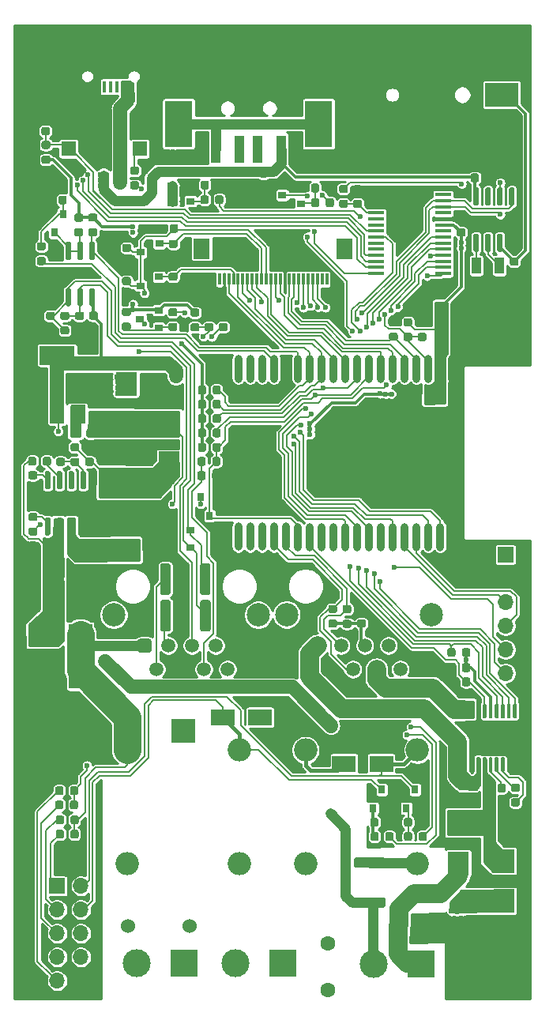
<source format=gbr>
%TF.GenerationSoftware,KiCad,Pcbnew,5.1.6-c6e7f7d~87~ubuntu20.04.1*%
%TF.CreationDate,2020-11-14T10:44:13+07:00*%
%TF.ProjectId,pas-slave-camera-hw,7061732d-736c-4617-9665-2d63616d6572,rev?*%
%TF.SameCoordinates,Original*%
%TF.FileFunction,Copper,L1,Top*%
%TF.FilePolarity,Positive*%
%FSLAX46Y46*%
G04 Gerber Fmt 4.6, Leading zero omitted, Abs format (unit mm)*
G04 Created by KiCad (PCBNEW 5.1.6-c6e7f7d~87~ubuntu20.04.1) date 2020-11-14 10:44:13*
%MOMM*%
%LPD*%
G01*
G04 APERTURE LIST*
%TA.AperFunction,SMDPad,CuDef*%
%ADD10R,0.800000X0.900000*%
%TD*%
%TA.AperFunction,ComponentPad*%
%ADD11O,1.700000X1.700000*%
%TD*%
%TA.AperFunction,ComponentPad*%
%ADD12R,1.700000X1.700000*%
%TD*%
%TA.AperFunction,ComponentPad*%
%ADD13C,3.000000*%
%TD*%
%TA.AperFunction,ComponentPad*%
%ADD14R,3.000000X3.000000*%
%TD*%
%TA.AperFunction,ViaPad*%
%ADD15C,0.500000*%
%TD*%
%TA.AperFunction,Conductor*%
%ADD16R,5.000000X3.400000*%
%TD*%
%TA.AperFunction,ComponentPad*%
%ADD17C,1.500000*%
%TD*%
%TA.AperFunction,ComponentPad*%
%ADD18C,2.500000*%
%TD*%
%TA.AperFunction,SMDPad,CuDef*%
%ADD19R,2.200000X1.500000*%
%TD*%
%TA.AperFunction,SMDPad,CuDef*%
%ADD20R,1.800000X2.200000*%
%TD*%
%TA.AperFunction,SMDPad,CuDef*%
%ADD21R,0.300000X1.300000*%
%TD*%
%TA.AperFunction,SMDPad,CuDef*%
%ADD22R,3.000000X5.000000*%
%TD*%
%TA.AperFunction,SMDPad,CuDef*%
%ADD23R,1.100000X3.000000*%
%TD*%
%TA.AperFunction,SMDPad,CuDef*%
%ADD24R,2.500000X1.800000*%
%TD*%
%TA.AperFunction,ComponentPad*%
%ADD25C,1.524000*%
%TD*%
%TA.AperFunction,SMDPad,CuDef*%
%ADD26R,1.000000X1.800000*%
%TD*%
%TA.AperFunction,SMDPad,CuDef*%
%ADD27R,1.600000X1.600000*%
%TD*%
%TA.AperFunction,SMDPad,CuDef*%
%ADD28R,3.000000X2.290000*%
%TD*%
%TA.AperFunction,SMDPad,CuDef*%
%ADD29R,0.900000X0.800000*%
%TD*%
%TA.AperFunction,ComponentPad*%
%ADD30O,1.150000X1.800000*%
%TD*%
%TA.AperFunction,ComponentPad*%
%ADD31O,1.450000X2.000000*%
%TD*%
%TA.AperFunction,SMDPad,CuDef*%
%ADD32R,0.450000X1.300000*%
%TD*%
%TA.AperFunction,ComponentPad*%
%ADD33C,1.600000*%
%TD*%
%TA.AperFunction,SMDPad,CuDef*%
%ADD34R,1.750000X0.450000*%
%TD*%
%TA.AperFunction,SMDPad,CuDef*%
%ADD35R,1.500000X2.000000*%
%TD*%
%TA.AperFunction,SMDPad,CuDef*%
%ADD36R,3.800000X2.000000*%
%TD*%
%TA.AperFunction,ComponentPad*%
%ADD37C,0.800000*%
%TD*%
%TA.AperFunction,SMDPad,CuDef*%
%ADD38R,5.000000X5.000000*%
%TD*%
%TA.AperFunction,SMDPad,CuDef*%
%ADD39O,0.900000X3.000000*%
%TD*%
%TA.AperFunction,ComponentPad*%
%ADD40R,2.500000X2.500000*%
%TD*%
%TA.AperFunction,ComponentPad*%
%ADD41O,2.500000X2.500000*%
%TD*%
%TA.AperFunction,SMDPad,CuDef*%
%ADD42R,2.300000X2.500000*%
%TD*%
%TA.AperFunction,SMDPad,CuDef*%
%ADD43R,2.500000X2.300000*%
%TD*%
%TA.AperFunction,SMDPad,CuDef*%
%ADD44R,3.540000X2.600000*%
%TD*%
%TA.AperFunction,SMDPad,CuDef*%
%ADD45R,3.660000X2.600000*%
%TD*%
%TA.AperFunction,ViaPad*%
%ADD46C,0.600000*%
%TD*%
%TA.AperFunction,Conductor*%
%ADD47C,0.300000*%
%TD*%
%TA.AperFunction,Conductor*%
%ADD48C,0.200000*%
%TD*%
%TA.AperFunction,Conductor*%
%ADD49C,1.500000*%
%TD*%
%TA.AperFunction,Conductor*%
%ADD50C,1.100000*%
%TD*%
%TA.AperFunction,Conductor*%
%ADD51C,3.000000*%
%TD*%
%TA.AperFunction,Conductor*%
%ADD52C,0.400000*%
%TD*%
%TA.AperFunction,Conductor*%
%ADD53C,2.000000*%
%TD*%
%TA.AperFunction,Conductor*%
%ADD54C,0.254000*%
%TD*%
G04 APERTURE END LIST*
%TO.P,R42,2*%
%TO.N,Net-(Q3-Pad1)*%
%TA.AperFunction,SMDPad,CuDef*%
G36*
G01*
X307139050Y-66922000D02*
X306626550Y-66922000D01*
G75*
G02*
X306407800Y-66703250I0J218750D01*
G01*
X306407800Y-66265750D01*
G75*
G02*
X306626550Y-66047000I218750J0D01*
G01*
X307139050Y-66047000D01*
G75*
G02*
X307357800Y-66265750I0J-218750D01*
G01*
X307357800Y-66703250D01*
G75*
G02*
X307139050Y-66922000I-218750J0D01*
G01*
G37*
%TD.AperFunction*%
%TO.P,R42,1*%
%TO.N,RS485_TXD*%
%TA.AperFunction,SMDPad,CuDef*%
G36*
G01*
X307139050Y-68497000D02*
X306626550Y-68497000D01*
G75*
G02*
X306407800Y-68278250I0J218750D01*
G01*
X306407800Y-67840750D01*
G75*
G02*
X306626550Y-67622000I218750J0D01*
G01*
X307139050Y-67622000D01*
G75*
G02*
X307357800Y-67840750I0J-218750D01*
G01*
X307357800Y-68278250D01*
G75*
G02*
X307139050Y-68497000I-218750J0D01*
G01*
G37*
%TD.AperFunction*%
%TD*%
D10*
%TO.P,U14,3*%
%TO.N,ANALOG_IN*%
X324916800Y-95346520D03*
%TO.P,U14,2*%
%TO.N,+5V*%
X323966800Y-93346520D03*
%TO.P,U14,1*%
%TO.N,GND*%
X325866800Y-93346520D03*
%TD*%
%TO.P,R41,2*%
%TO.N,EXT_ANALOG_IN*%
%TA.AperFunction,SMDPad,CuDef*%
G36*
G01*
X324516000Y-89278750D02*
X324516000Y-89791250D01*
G75*
G02*
X324297250Y-90010000I-218750J0D01*
G01*
X323859750Y-90010000D01*
G75*
G02*
X323641000Y-89791250I0J218750D01*
G01*
X323641000Y-89278750D01*
G75*
G02*
X323859750Y-89060000I218750J0D01*
G01*
X324297250Y-89060000D01*
G75*
G02*
X324516000Y-89278750I0J-218750D01*
G01*
G37*
%TD.AperFunction*%
%TO.P,R41,1*%
%TO.N,ANALOG_IN*%
%TA.AperFunction,SMDPad,CuDef*%
G36*
G01*
X326091000Y-89278750D02*
X326091000Y-89791250D01*
G75*
G02*
X325872250Y-90010000I-218750J0D01*
G01*
X325434750Y-90010000D01*
G75*
G02*
X325216000Y-89791250I0J218750D01*
G01*
X325216000Y-89278750D01*
G75*
G02*
X325434750Y-89060000I218750J0D01*
G01*
X325872250Y-89060000D01*
G75*
G02*
X326091000Y-89278750I0J-218750D01*
G01*
G37*
%TD.AperFunction*%
%TD*%
%TO.P,R40,2*%
%TO.N,GND*%
%TA.AperFunction,SMDPad,CuDef*%
G36*
G01*
X325190500Y-91315250D02*
X325190500Y-90802750D01*
G75*
G02*
X325409250Y-90584000I218750J0D01*
G01*
X325846750Y-90584000D01*
G75*
G02*
X326065500Y-90802750I0J-218750D01*
G01*
X326065500Y-91315250D01*
G75*
G02*
X325846750Y-91534000I-218750J0D01*
G01*
X325409250Y-91534000D01*
G75*
G02*
X325190500Y-91315250I0J218750D01*
G01*
G37*
%TD.AperFunction*%
%TO.P,R40,1*%
%TO.N,EXT_ANALOG_IN*%
%TA.AperFunction,SMDPad,CuDef*%
G36*
G01*
X323615500Y-91315250D02*
X323615500Y-90802750D01*
G75*
G02*
X323834250Y-90584000I218750J0D01*
G01*
X324271750Y-90584000D01*
G75*
G02*
X324490500Y-90802750I0J-218750D01*
G01*
X324490500Y-91315250D01*
G75*
G02*
X324271750Y-91534000I-218750J0D01*
G01*
X323834250Y-91534000D01*
G75*
G02*
X323615500Y-91315250I0J218750D01*
G01*
G37*
%TD.AperFunction*%
%TD*%
%TO.P,R5,2*%
%TO.N,Net-(J5-Pad5)*%
%TA.AperFunction,SMDPad,CuDef*%
G36*
G01*
X309250500Y-126088430D02*
X309250500Y-126600930D01*
G75*
G02*
X309031750Y-126819680I-218750J0D01*
G01*
X308594250Y-126819680D01*
G75*
G02*
X308375500Y-126600930I0J218750D01*
G01*
X308375500Y-126088430D01*
G75*
G02*
X308594250Y-125869680I218750J0D01*
G01*
X309031750Y-125869680D01*
G75*
G02*
X309250500Y-126088430I0J-218750D01*
G01*
G37*
%TD.AperFunction*%
%TO.P,R5,1*%
%TO.N,+3V3*%
%TA.AperFunction,SMDPad,CuDef*%
G36*
G01*
X310825500Y-126088430D02*
X310825500Y-126600930D01*
G75*
G02*
X310606750Y-126819680I-218750J0D01*
G01*
X310169250Y-126819680D01*
G75*
G02*
X309950500Y-126600930I0J218750D01*
G01*
X309950500Y-126088430D01*
G75*
G02*
X310169250Y-125869680I218750J0D01*
G01*
X310606750Y-125869680D01*
G75*
G02*
X310825500Y-126088430I0J-218750D01*
G01*
G37*
%TD.AperFunction*%
%TD*%
D11*
%TO.P,J5,10*%
%TO.N,GND*%
X311134760Y-145186400D03*
%TO.P,J5,9*%
%TO.N,LED_PWR_P*%
X308594760Y-145186400D03*
%TO.P,J5,8*%
%TO.N,LED_GREEN*%
X311134760Y-142646400D03*
%TO.P,J5,7*%
%TO.N,LED_BLUE*%
X308594760Y-142646400D03*
%TO.P,J5,6*%
%TO.N,LED_RED*%
X311134760Y-140106400D03*
%TO.P,J5,5*%
%TO.N,Net-(J5-Pad5)*%
X308594760Y-140106400D03*
%TO.P,J5,4*%
%TO.N,LED_RELAY220V_N*%
X311134760Y-137566400D03*
%TO.P,J5,3*%
%TO.N,LED_RELAY220V_P*%
X308594760Y-137566400D03*
%TO.P,J5,2*%
%TO.N,LED_RELAY12V_N*%
X311134760Y-135026400D03*
D12*
%TO.P,J5,1*%
%TO.N,LED_RELAY12V_P*%
X308594760Y-135026400D03*
%TD*%
D13*
%TO.P,J1,2*%
%TO.N,220V_L*%
X317152020Y-143314420D03*
D14*
%TO.P,J1,1*%
%TO.N,220V_N*%
X322232020Y-143314420D03*
%TD*%
D15*
%TO.N,GND*%
%TO.C,U11*%
X353867200Y-119911560D03*
X353867200Y-118411560D03*
X355367200Y-119911560D03*
X355367200Y-118411560D03*
X356867200Y-119911560D03*
X356867200Y-118411560D03*
D16*
X355367200Y-119161560D03*
%TD*%
%TO.P,U11,16*%
%TO.N,GND*%
%TA.AperFunction,SMDPad,CuDef*%
G36*
G01*
X357542200Y-121236560D02*
X357742200Y-121236560D01*
G75*
G02*
X357842200Y-121336560I0J-100000D01*
G01*
X357842200Y-122711560D01*
G75*
G02*
X357742200Y-122811560I-100000J0D01*
G01*
X357542200Y-122811560D01*
G75*
G02*
X357442200Y-122711560I0J100000D01*
G01*
X357442200Y-121336560D01*
G75*
G02*
X357542200Y-121236560I100000J0D01*
G01*
G37*
%TD.AperFunction*%
%TO.P,U11,15*%
%TO.N,GND*%
%TA.AperFunction,SMDPad,CuDef*%
G36*
G01*
X356892200Y-121236560D02*
X357092200Y-121236560D01*
G75*
G02*
X357192200Y-121336560I0J-100000D01*
G01*
X357192200Y-122711560D01*
G75*
G02*
X357092200Y-122811560I-100000J0D01*
G01*
X356892200Y-122811560D01*
G75*
G02*
X356792200Y-122711560I0J100000D01*
G01*
X356792200Y-121336560D01*
G75*
G02*
X356892200Y-121236560I100000J0D01*
G01*
G37*
%TD.AperFunction*%
%TO.P,U11,14*%
%TO.N,Net-(C29-Pad1)*%
%TA.AperFunction,SMDPad,CuDef*%
G36*
G01*
X356242200Y-121236560D02*
X356442200Y-121236560D01*
G75*
G02*
X356542200Y-121336560I0J-100000D01*
G01*
X356542200Y-122711560D01*
G75*
G02*
X356442200Y-122811560I-100000J0D01*
G01*
X356242200Y-122811560D01*
G75*
G02*
X356142200Y-122711560I0J100000D01*
G01*
X356142200Y-121336560D01*
G75*
G02*
X356242200Y-121236560I100000J0D01*
G01*
G37*
%TD.AperFunction*%
%TO.P,U11,13*%
%TO.N,Net-(C29-Pad2)*%
%TA.AperFunction,SMDPad,CuDef*%
G36*
G01*
X355592200Y-121236560D02*
X355792200Y-121236560D01*
G75*
G02*
X355892200Y-121336560I0J-100000D01*
G01*
X355892200Y-122711560D01*
G75*
G02*
X355792200Y-122811560I-100000J0D01*
G01*
X355592200Y-122811560D01*
G75*
G02*
X355492200Y-122711560I0J100000D01*
G01*
X355492200Y-121336560D01*
G75*
G02*
X355592200Y-121236560I100000J0D01*
G01*
G37*
%TD.AperFunction*%
%TO.P,U11,12*%
%TO.N,Net-(C30-Pad2)*%
%TA.AperFunction,SMDPad,CuDef*%
G36*
G01*
X354942200Y-121236560D02*
X355142200Y-121236560D01*
G75*
G02*
X355242200Y-121336560I0J-100000D01*
G01*
X355242200Y-122711560D01*
G75*
G02*
X355142200Y-122811560I-100000J0D01*
G01*
X354942200Y-122811560D01*
G75*
G02*
X354842200Y-122711560I0J100000D01*
G01*
X354842200Y-121336560D01*
G75*
G02*
X354942200Y-121236560I100000J0D01*
G01*
G37*
%TD.AperFunction*%
%TO.P,U11,11*%
%TO.N,Net-(C1-Pad1)*%
%TA.AperFunction,SMDPad,CuDef*%
G36*
G01*
X354292200Y-121236560D02*
X354492200Y-121236560D01*
G75*
G02*
X354592200Y-121336560I0J-100000D01*
G01*
X354592200Y-122711560D01*
G75*
G02*
X354492200Y-122811560I-100000J0D01*
G01*
X354292200Y-122811560D01*
G75*
G02*
X354192200Y-122711560I0J100000D01*
G01*
X354192200Y-121336560D01*
G75*
G02*
X354292200Y-121236560I100000J0D01*
G01*
G37*
%TD.AperFunction*%
%TO.P,U11,10*%
%TO.N,DRV_OUTB*%
%TA.AperFunction,SMDPad,CuDef*%
G36*
G01*
X353642200Y-121236560D02*
X353842200Y-121236560D01*
G75*
G02*
X353942200Y-121336560I0J-100000D01*
G01*
X353942200Y-122711560D01*
G75*
G02*
X353842200Y-122811560I-100000J0D01*
G01*
X353642200Y-122811560D01*
G75*
G02*
X353542200Y-122711560I0J100000D01*
G01*
X353542200Y-121336560D01*
G75*
G02*
X353642200Y-121236560I100000J0D01*
G01*
G37*
%TD.AperFunction*%
%TO.P,U11,9*%
%TO.N,GND*%
%TA.AperFunction,SMDPad,CuDef*%
G36*
G01*
X352992200Y-121236560D02*
X353192200Y-121236560D01*
G75*
G02*
X353292200Y-121336560I0J-100000D01*
G01*
X353292200Y-122711560D01*
G75*
G02*
X353192200Y-122811560I-100000J0D01*
G01*
X352992200Y-122811560D01*
G75*
G02*
X352892200Y-122711560I0J100000D01*
G01*
X352892200Y-121336560D01*
G75*
G02*
X352992200Y-121236560I100000J0D01*
G01*
G37*
%TD.AperFunction*%
%TO.P,U11,8*%
%TO.N,DRV_OUTA*%
%TA.AperFunction,SMDPad,CuDef*%
G36*
G01*
X352992200Y-115511560D02*
X353192200Y-115511560D01*
G75*
G02*
X353292200Y-115611560I0J-100000D01*
G01*
X353292200Y-116986560D01*
G75*
G02*
X353192200Y-117086560I-100000J0D01*
G01*
X352992200Y-117086560D01*
G75*
G02*
X352892200Y-116986560I0J100000D01*
G01*
X352892200Y-115611560D01*
G75*
G02*
X352992200Y-115511560I100000J0D01*
G01*
G37*
%TD.AperFunction*%
%TO.P,U11,7*%
%TO.N,GND*%
%TA.AperFunction,SMDPad,CuDef*%
G36*
G01*
X353642200Y-115511560D02*
X353842200Y-115511560D01*
G75*
G02*
X353942200Y-115611560I0J-100000D01*
G01*
X353942200Y-116986560D01*
G75*
G02*
X353842200Y-117086560I-100000J0D01*
G01*
X353642200Y-117086560D01*
G75*
G02*
X353542200Y-116986560I0J100000D01*
G01*
X353542200Y-115611560D01*
G75*
G02*
X353642200Y-115511560I100000J0D01*
G01*
G37*
%TD.AperFunction*%
%TO.P,U11,6*%
%TO.N,DRV_CURRENT*%
%TA.AperFunction,SMDPad,CuDef*%
G36*
G01*
X354292200Y-115511560D02*
X354492200Y-115511560D01*
G75*
G02*
X354592200Y-115611560I0J-100000D01*
G01*
X354592200Y-116986560D01*
G75*
G02*
X354492200Y-117086560I-100000J0D01*
G01*
X354292200Y-117086560D01*
G75*
G02*
X354192200Y-116986560I0J100000D01*
G01*
X354192200Y-115611560D01*
G75*
G02*
X354292200Y-115511560I100000J0D01*
G01*
G37*
%TD.AperFunction*%
%TO.P,U11,5*%
%TO.N,+3V3*%
%TA.AperFunction,SMDPad,CuDef*%
G36*
G01*
X354942200Y-115511560D02*
X355142200Y-115511560D01*
G75*
G02*
X355242200Y-115611560I0J-100000D01*
G01*
X355242200Y-116986560D01*
G75*
G02*
X355142200Y-117086560I-100000J0D01*
G01*
X354942200Y-117086560D01*
G75*
G02*
X354842200Y-116986560I0J100000D01*
G01*
X354842200Y-115611560D01*
G75*
G02*
X354942200Y-115511560I100000J0D01*
G01*
G37*
%TD.AperFunction*%
%TO.P,U11,4*%
%TO.N,DRV_FAULT*%
%TA.AperFunction,SMDPad,CuDef*%
G36*
G01*
X355592200Y-115511560D02*
X355792200Y-115511560D01*
G75*
G02*
X355892200Y-115611560I0J-100000D01*
G01*
X355892200Y-116986560D01*
G75*
G02*
X355792200Y-117086560I-100000J0D01*
G01*
X355592200Y-117086560D01*
G75*
G02*
X355492200Y-116986560I0J100000D01*
G01*
X355492200Y-115611560D01*
G75*
G02*
X355592200Y-115511560I100000J0D01*
G01*
G37*
%TD.AperFunction*%
%TO.P,U11,3*%
%TO.N,DRV_SLEEP*%
%TA.AperFunction,SMDPad,CuDef*%
G36*
G01*
X356242200Y-115511560D02*
X356442200Y-115511560D01*
G75*
G02*
X356542200Y-115611560I0J-100000D01*
G01*
X356542200Y-116986560D01*
G75*
G02*
X356442200Y-117086560I-100000J0D01*
G01*
X356242200Y-117086560D01*
G75*
G02*
X356142200Y-116986560I0J100000D01*
G01*
X356142200Y-115611560D01*
G75*
G02*
X356242200Y-115511560I100000J0D01*
G01*
G37*
%TD.AperFunction*%
%TO.P,U11,2*%
%TO.N,DRV_PHASE*%
%TA.AperFunction,SMDPad,CuDef*%
G36*
G01*
X356892200Y-115511560D02*
X357092200Y-115511560D01*
G75*
G02*
X357192200Y-115611560I0J-100000D01*
G01*
X357192200Y-116986560D01*
G75*
G02*
X357092200Y-117086560I-100000J0D01*
G01*
X356892200Y-117086560D01*
G75*
G02*
X356792200Y-116986560I0J100000D01*
G01*
X356792200Y-115611560D01*
G75*
G02*
X356892200Y-115511560I100000J0D01*
G01*
G37*
%TD.AperFunction*%
%TO.P,U11,1*%
%TO.N,DRV_EN*%
%TA.AperFunction,SMDPad,CuDef*%
G36*
G01*
X357542200Y-115511560D02*
X357742200Y-115511560D01*
G75*
G02*
X357842200Y-115611560I0J-100000D01*
G01*
X357842200Y-116986560D01*
G75*
G02*
X357742200Y-117086560I-100000J0D01*
G01*
X357542200Y-117086560D01*
G75*
G02*
X357442200Y-116986560I0J100000D01*
G01*
X357442200Y-115611560D01*
G75*
G02*
X357542200Y-115511560I100000J0D01*
G01*
G37*
%TD.AperFunction*%
%TD*%
%TO.P,C4,2*%
%TO.N,GND*%
%TA.AperFunction,SMDPad,CuDef*%
G36*
G01*
X351282520Y-111371670D02*
X351282520Y-111884170D01*
G75*
G02*
X351063770Y-112102920I-218750J0D01*
G01*
X350626270Y-112102920D01*
G75*
G02*
X350407520Y-111884170I0J218750D01*
G01*
X350407520Y-111371670D01*
G75*
G02*
X350626270Y-111152920I218750J0D01*
G01*
X351063770Y-111152920D01*
G75*
G02*
X351282520Y-111371670I0J-218750D01*
G01*
G37*
%TD.AperFunction*%
%TO.P,C4,1*%
%TO.N,+3V3*%
%TA.AperFunction,SMDPad,CuDef*%
G36*
G01*
X352857520Y-111371670D02*
X352857520Y-111884170D01*
G75*
G02*
X352638770Y-112102920I-218750J0D01*
G01*
X352201270Y-112102920D01*
G75*
G02*
X351982520Y-111884170I0J218750D01*
G01*
X351982520Y-111371670D01*
G75*
G02*
X352201270Y-111152920I218750J0D01*
G01*
X352638770Y-111152920D01*
G75*
G02*
X352857520Y-111371670I0J-218750D01*
G01*
G37*
%TD.AperFunction*%
%TD*%
D17*
%TO.P,J8,6*%
%TO.N,EXT_ANALOG_IN*%
X324289580Y-111813340D03*
D18*
%TO.P,J8,GND*%
%TO.N,N/C*%
X314644580Y-105963340D03*
X330134580Y-105963340D03*
D17*
%TO.P,J8,7*%
%TO.N,RELAY12V_OUT*%
X325569580Y-109273340D03*
%TO.P,J8,8*%
%TO.N,+12V*%
X326829580Y-111813340D03*
%TO.P,J8,4*%
%TO.N,GND*%
X321749580Y-111813340D03*
%TO.P,J8,3*%
%TO.N,RS485_B*%
X320489580Y-109273340D03*
%TO.P,J8,5*%
%TO.N,EXT_DIGITAL_IN*%
X323029580Y-109273340D03*
%TO.P,J8,2*%
%TO.N,RS485_A*%
X319209580Y-111813340D03*
%TO.P,J8,1*%
%TO.N,+12V*%
%TA.AperFunction,ComponentPad*%
G36*
G01*
X317199580Y-109772840D02*
X317199580Y-108773840D01*
G75*
G02*
X317450080Y-108523340I250500J0D01*
G01*
X318449080Y-108523340D01*
G75*
G02*
X318699580Y-108773840I0J-250500D01*
G01*
X318699580Y-109772840D01*
G75*
G02*
X318449080Y-110023340I-250500J0D01*
G01*
X317450080Y-110023340D01*
G75*
G02*
X317199580Y-109772840I0J250500D01*
G01*
G37*
%TD.AperFunction*%
%TD*%
%TO.P,J7,6*%
%TO.N,DRV_OUTA*%
X342816180Y-111800640D03*
D18*
%TO.P,J7,GND*%
%TO.N,N/C*%
X333171180Y-105950640D03*
X348661180Y-105950640D03*
D17*
%TO.P,J7,7*%
%TO.N,LED_OUT*%
X344096180Y-109260640D03*
%TO.P,J7,8*%
%TO.N,+5V*%
X345356180Y-111800640D03*
%TO.P,J7,4*%
%TO.N,DRV_ENCB*%
X340276180Y-111800640D03*
%TO.P,J7,3*%
%TO.N,DRV_ENCA*%
X339016180Y-109260640D03*
%TO.P,J7,5*%
%TO.N,+3V3*%
X341556180Y-109260640D03*
%TO.P,J7,2*%
%TO.N,GND*%
X337736180Y-111800640D03*
%TO.P,J7,1*%
%TO.N,DRV_OUTB*%
%TA.AperFunction,ComponentPad*%
G36*
G01*
X335726180Y-109760140D02*
X335726180Y-108761140D01*
G75*
G02*
X335976680Y-108510640I250500J0D01*
G01*
X336975680Y-108510640D01*
G75*
G02*
X337226180Y-108761140I0J-250500D01*
G01*
X337226180Y-109760140D01*
G75*
G02*
X336975680Y-110010640I-250500J0D01*
G01*
X335976680Y-110010640D01*
G75*
G02*
X335726180Y-109760140I0J250500D01*
G01*
G37*
%TD.AperFunction*%
%TD*%
%TO.P,C10,2*%
%TO.N,GND*%
%TA.AperFunction,SMDPad,CuDef*%
G36*
G01*
X320754030Y-70863040D02*
X321266530Y-70863040D01*
G75*
G02*
X321485280Y-71081790I0J-218750D01*
G01*
X321485280Y-71519290D01*
G75*
G02*
X321266530Y-71738040I-218750J0D01*
G01*
X320754030Y-71738040D01*
G75*
G02*
X320535280Y-71519290I0J218750D01*
G01*
X320535280Y-71081790D01*
G75*
G02*
X320754030Y-70863040I218750J0D01*
G01*
G37*
%TD.AperFunction*%
%TO.P,C10,1*%
%TO.N,+2V8*%
%TA.AperFunction,SMDPad,CuDef*%
G36*
G01*
X320754030Y-69288040D02*
X321266530Y-69288040D01*
G75*
G02*
X321485280Y-69506790I0J-218750D01*
G01*
X321485280Y-69944290D01*
G75*
G02*
X321266530Y-70163040I-218750J0D01*
G01*
X320754030Y-70163040D01*
G75*
G02*
X320535280Y-69944290I0J218750D01*
G01*
X320535280Y-69506790D01*
G75*
G02*
X320754030Y-69288040I218750J0D01*
G01*
G37*
%TD.AperFunction*%
%TD*%
D19*
%TO.P,L1,2*%
%TO.N,Net-(C16-Pad1)*%
X316255400Y-92715480D03*
%TO.P,L1,1*%
%TO.N,Net-(C14-Pad2)*%
X316255400Y-99115480D03*
%TD*%
D20*
%TO.P,U9,MP*%
%TO.N,N/C*%
X324088680Y-66715240D03*
D21*
%TO.P,U9,14*%
%TO.N,CAM_D6*%
X332488680Y-70015240D03*
%TO.P,U9,16*%
%TO.N,CAM_D5*%
X333488680Y-70015240D03*
%TO.P,U9,12*%
%TO.N,CAM_D7*%
X331488680Y-70015240D03*
%TO.P,U9,17*%
%TO.N,CAM_PCLK*%
X333988680Y-70015240D03*
%TO.P,U9,18*%
%TO.N,CAM_D4*%
X334488680Y-70015240D03*
%TO.P,U9,15*%
%TO.N,GND*%
X332988680Y-70015240D03*
%TO.P,U9,11*%
%TO.N,CAM_3V3*%
X330988680Y-70015240D03*
%TO.P,U9,8*%
%TO.N,Net-(R22-Pad1)*%
X329488680Y-70015240D03*
%TO.P,U9,2*%
%TO.N,GND*%
X326488680Y-70015240D03*
%TO.P,U9,4*%
%TO.N,+2V8*%
X327488680Y-70015240D03*
%TO.P,U9,13*%
%TO.N,CAM_XCLK*%
X331988680Y-70015240D03*
%TO.P,U9,3*%
%TO.N,CAM_SDA*%
X326988680Y-70015240D03*
%TO.P,U9,21*%
%TO.N,CAM_D1*%
X335988680Y-70015240D03*
%TO.P,U9,22*%
%TO.N,CAM_D2*%
X336488680Y-70015240D03*
%TO.P,U9,10*%
%TO.N,+1V2*%
X330488680Y-70015240D03*
%TO.P,U9,6*%
%TO.N,CAM_RST*%
X328488680Y-70015240D03*
%TO.P,U9,19*%
%TO.N,CAM_D0*%
X334988680Y-70015240D03*
%TO.P,U9,20*%
%TO.N,CAM_D3*%
X335488680Y-70015240D03*
%TO.P,U9,23*%
%TO.N,N/C*%
X336988680Y-70015240D03*
%TO.P,U9,24*%
X337488680Y-70015240D03*
D20*
%TO.P,U9,MP*%
X339388680Y-66715240D03*
D21*
%TO.P,U9,1*%
X325988680Y-70015240D03*
%TO.P,U9,5*%
%TO.N,CAM_SCL*%
X327988680Y-70015240D03*
%TO.P,U9,7*%
%TO.N,CAM_VSYNC*%
X328988680Y-70015240D03*
%TO.P,U9,9*%
%TO.N,CAM_HREF*%
X329988680Y-70015240D03*
%TD*%
D22*
%TO.P,J3,5*%
%TO.N,Net-(J3-Pad4)*%
X321600000Y-53360340D03*
X336600000Y-53360340D03*
D23*
%TO.P,J3,4*%
X325600000Y-56060340D03*
%TO.P,J3,3*%
%TO.N,N/C*%
X328100000Y-56060340D03*
%TO.P,J3,2*%
X330100000Y-56060340D03*
%TO.P,J3,1*%
%TO.N,+5V*%
X332600000Y-56060340D03*
%TD*%
%TO.P,C1,2*%
%TO.N,GND*%
%TA.AperFunction,SMDPad,CuDef*%
G36*
G01*
X356946500Y-129472000D02*
X356946500Y-127322000D01*
G75*
G02*
X357196500Y-127072000I250000J0D01*
G01*
X357946500Y-127072000D01*
G75*
G02*
X358196500Y-127322000I0J-250000D01*
G01*
X358196500Y-129472000D01*
G75*
G02*
X357946500Y-129722000I-250000J0D01*
G01*
X357196500Y-129722000D01*
G75*
G02*
X356946500Y-129472000I0J250000D01*
G01*
G37*
%TD.AperFunction*%
%TO.P,C1,1*%
%TO.N,Net-(C1-Pad1)*%
%TA.AperFunction,SMDPad,CuDef*%
G36*
G01*
X354146500Y-129472000D02*
X354146500Y-127322000D01*
G75*
G02*
X354396500Y-127072000I250000J0D01*
G01*
X355146500Y-127072000D01*
G75*
G02*
X355396500Y-127322000I0J-250000D01*
G01*
X355396500Y-129472000D01*
G75*
G02*
X355146500Y-129722000I-250000J0D01*
G01*
X354396500Y-129722000D01*
G75*
G02*
X354146500Y-129472000I0J250000D01*
G01*
G37*
%TD.AperFunction*%
%TD*%
D24*
%TO.P,D12,2*%
%TO.N,LED_RELAY220V_N*%
X326315320Y-116961920D03*
%TO.P,D12,1*%
%TO.N,+12V*%
X330315320Y-116961920D03*
%TD*%
%TO.P,D10,2*%
%TO.N,LED_RELAY12V_N*%
X343318600Y-121945400D03*
%TO.P,D10,1*%
%TO.N,+12V*%
X339318600Y-121945400D03*
%TD*%
D25*
%TO.P,PS1,3*%
%TO.N,GND*%
X347646000Y-139300000D03*
%TO.P,PS1,4*%
%TO.N,+12V*%
X345106000Y-139300000D03*
%TO.P,PS1,2*%
%TO.N,220V_N*%
X322754000Y-139300000D03*
%TO.P,PS1,1*%
%TO.N,220V_L*%
X316150000Y-139300000D03*
%TD*%
D13*
%TO.P,J6,2*%
%TO.N,220V_N*%
X327731120Y-143276320D03*
D14*
%TO.P,J6,1*%
%TO.N,RELAY220V_OUTL*%
X332811120Y-143276320D03*
%TD*%
D13*
%TO.P,J9,2*%
%TO.N,RELAY12V_OUT*%
X342493600Y-143357600D03*
D14*
%TO.P,J9,1*%
%TO.N,+12V*%
X347573600Y-143357600D03*
%TD*%
%TO.P,R4,2*%
%TO.N,+3V3*%
%TA.AperFunction,SMDPad,CuDef*%
G36*
G01*
X324551460Y-87767450D02*
X324551460Y-88279950D01*
G75*
G02*
X324332710Y-88498700I-218750J0D01*
G01*
X323895210Y-88498700D01*
G75*
G02*
X323676460Y-88279950I0J218750D01*
G01*
X323676460Y-87767450D01*
G75*
G02*
X323895210Y-87548700I218750J0D01*
G01*
X324332710Y-87548700D01*
G75*
G02*
X324551460Y-87767450I0J-218750D01*
G01*
G37*
%TD.AperFunction*%
%TO.P,R4,1*%
%TO.N,ANALOG_IN*%
%TA.AperFunction,SMDPad,CuDef*%
G36*
G01*
X326126460Y-87767450D02*
X326126460Y-88279950D01*
G75*
G02*
X325907710Y-88498700I-218750J0D01*
G01*
X325470210Y-88498700D01*
G75*
G02*
X325251460Y-88279950I0J218750D01*
G01*
X325251460Y-87767450D01*
G75*
G02*
X325470210Y-87548700I218750J0D01*
G01*
X325907710Y-87548700D01*
G75*
G02*
X326126460Y-87767450I0J-218750D01*
G01*
G37*
%TD.AperFunction*%
%TD*%
%TO.P,U5,8*%
%TO.N,+5V*%
%TA.AperFunction,SMDPad,CuDef*%
G36*
G01*
X353637900Y-62118600D02*
X353337900Y-62118600D01*
G75*
G02*
X353187900Y-61968600I0J150000D01*
G01*
X353187900Y-60318600D01*
G75*
G02*
X353337900Y-60168600I150000J0D01*
G01*
X353637900Y-60168600D01*
G75*
G02*
X353787900Y-60318600I0J-150000D01*
G01*
X353787900Y-61968600D01*
G75*
G02*
X353637900Y-62118600I-150000J0D01*
G01*
G37*
%TD.AperFunction*%
%TO.P,U5,7*%
%TO.N,N/C*%
%TA.AperFunction,SMDPad,CuDef*%
G36*
G01*
X354907900Y-62118600D02*
X354607900Y-62118600D01*
G75*
G02*
X354457900Y-61968600I0J150000D01*
G01*
X354457900Y-60318600D01*
G75*
G02*
X354607900Y-60168600I150000J0D01*
G01*
X354907900Y-60168600D01*
G75*
G02*
X355057900Y-60318600I0J-150000D01*
G01*
X355057900Y-61968600D01*
G75*
G02*
X354907900Y-62118600I-150000J0D01*
G01*
G37*
%TD.AperFunction*%
%TO.P,U5,6*%
%TO.N,ESP32_SCL*%
%TA.AperFunction,SMDPad,CuDef*%
G36*
G01*
X356177900Y-62118600D02*
X355877900Y-62118600D01*
G75*
G02*
X355727900Y-61968600I0J150000D01*
G01*
X355727900Y-60318600D01*
G75*
G02*
X355877900Y-60168600I150000J0D01*
G01*
X356177900Y-60168600D01*
G75*
G02*
X356327900Y-60318600I0J-150000D01*
G01*
X356327900Y-61968600D01*
G75*
G02*
X356177900Y-62118600I-150000J0D01*
G01*
G37*
%TD.AperFunction*%
%TO.P,U5,5*%
%TO.N,ESP32_SDA*%
%TA.AperFunction,SMDPad,CuDef*%
G36*
G01*
X357447900Y-62118600D02*
X357147900Y-62118600D01*
G75*
G02*
X356997900Y-61968600I0J150000D01*
G01*
X356997900Y-60318600D01*
G75*
G02*
X357147900Y-60168600I150000J0D01*
G01*
X357447900Y-60168600D01*
G75*
G02*
X357597900Y-60318600I0J-150000D01*
G01*
X357597900Y-61968600D01*
G75*
G02*
X357447900Y-62118600I-150000J0D01*
G01*
G37*
%TD.AperFunction*%
%TO.P,U5,4*%
%TO.N,GND*%
%TA.AperFunction,SMDPad,CuDef*%
G36*
G01*
X357447900Y-67068600D02*
X357147900Y-67068600D01*
G75*
G02*
X356997900Y-66918600I0J150000D01*
G01*
X356997900Y-65268600D01*
G75*
G02*
X357147900Y-65118600I150000J0D01*
G01*
X357447900Y-65118600D01*
G75*
G02*
X357597900Y-65268600I0J-150000D01*
G01*
X357597900Y-66918600D01*
G75*
G02*
X357447900Y-67068600I-150000J0D01*
G01*
G37*
%TD.AperFunction*%
%TO.P,U5,3*%
%TO.N,Net-(BT1-Pad1)*%
%TA.AperFunction,SMDPad,CuDef*%
G36*
G01*
X356177900Y-67068600D02*
X355877900Y-67068600D01*
G75*
G02*
X355727900Y-66918600I0J150000D01*
G01*
X355727900Y-65268600D01*
G75*
G02*
X355877900Y-65118600I150000J0D01*
G01*
X356177900Y-65118600D01*
G75*
G02*
X356327900Y-65268600I0J-150000D01*
G01*
X356327900Y-66918600D01*
G75*
G02*
X356177900Y-67068600I-150000J0D01*
G01*
G37*
%TD.AperFunction*%
%TO.P,U5,2*%
%TO.N,Net-(U5-Pad2)*%
%TA.AperFunction,SMDPad,CuDef*%
G36*
G01*
X354907900Y-67068600D02*
X354607900Y-67068600D01*
G75*
G02*
X354457900Y-66918600I0J150000D01*
G01*
X354457900Y-65268600D01*
G75*
G02*
X354607900Y-65118600I150000J0D01*
G01*
X354907900Y-65118600D01*
G75*
G02*
X355057900Y-65268600I0J-150000D01*
G01*
X355057900Y-66918600D01*
G75*
G02*
X354907900Y-67068600I-150000J0D01*
G01*
G37*
%TD.AperFunction*%
%TO.P,U5,1*%
%TO.N,Net-(U5-Pad1)*%
%TA.AperFunction,SMDPad,CuDef*%
G36*
G01*
X353637900Y-67068600D02*
X353337900Y-67068600D01*
G75*
G02*
X353187900Y-66918600I0J150000D01*
G01*
X353187900Y-65268600D01*
G75*
G02*
X353337900Y-65118600I150000J0D01*
G01*
X353637900Y-65118600D01*
G75*
G02*
X353787900Y-65268600I0J-150000D01*
G01*
X353787900Y-66918600D01*
G75*
G02*
X353637900Y-67068600I-150000J0D01*
G01*
G37*
%TD.AperFunction*%
%TD*%
D26*
%TO.P,Y1,2*%
%TO.N,Net-(U5-Pad2)*%
X355992900Y-68543600D03*
%TO.P,Y1,1*%
%TO.N,Net-(U5-Pad1)*%
X353492900Y-68543600D03*
%TD*%
%TO.P,U10,8*%
%TO.N,+3V3*%
%TA.AperFunction,SMDPad,CuDef*%
G36*
G01*
X312173480Y-70950180D02*
X312473480Y-70950180D01*
G75*
G02*
X312623480Y-71100180I0J-150000D01*
G01*
X312623480Y-72750180D01*
G75*
G02*
X312473480Y-72900180I-150000J0D01*
G01*
X312173480Y-72900180D01*
G75*
G02*
X312023480Y-72750180I0J150000D01*
G01*
X312023480Y-71100180D01*
G75*
G02*
X312173480Y-70950180I150000J0D01*
G01*
G37*
%TD.AperFunction*%
%TO.P,U10,7*%
%TO.N,Net-(D8-Pad1)*%
%TA.AperFunction,SMDPad,CuDef*%
G36*
G01*
X310903480Y-70950180D02*
X311203480Y-70950180D01*
G75*
G02*
X311353480Y-71100180I0J-150000D01*
G01*
X311353480Y-72750180D01*
G75*
G02*
X311203480Y-72900180I-150000J0D01*
G01*
X310903480Y-72900180D01*
G75*
G02*
X310753480Y-72750180I0J150000D01*
G01*
X310753480Y-71100180D01*
G75*
G02*
X310903480Y-70950180I150000J0D01*
G01*
G37*
%TD.AperFunction*%
%TO.P,U10,6*%
%TO.N,Net-(D8-Pad2)*%
%TA.AperFunction,SMDPad,CuDef*%
G36*
G01*
X309633480Y-70950180D02*
X309933480Y-70950180D01*
G75*
G02*
X310083480Y-71100180I0J-150000D01*
G01*
X310083480Y-72750180D01*
G75*
G02*
X309933480Y-72900180I-150000J0D01*
G01*
X309633480Y-72900180D01*
G75*
G02*
X309483480Y-72750180I0J150000D01*
G01*
X309483480Y-71100180D01*
G75*
G02*
X309633480Y-70950180I150000J0D01*
G01*
G37*
%TD.AperFunction*%
%TO.P,U10,5*%
%TO.N,GND*%
%TA.AperFunction,SMDPad,CuDef*%
G36*
G01*
X308363480Y-70950180D02*
X308663480Y-70950180D01*
G75*
G02*
X308813480Y-71100180I0J-150000D01*
G01*
X308813480Y-72750180D01*
G75*
G02*
X308663480Y-72900180I-150000J0D01*
G01*
X308363480Y-72900180D01*
G75*
G02*
X308213480Y-72750180I0J150000D01*
G01*
X308213480Y-71100180D01*
G75*
G02*
X308363480Y-70950180I150000J0D01*
G01*
G37*
%TD.AperFunction*%
%TO.P,U10,4*%
%TA.AperFunction,SMDPad,CuDef*%
G36*
G01*
X308363480Y-66000180D02*
X308663480Y-66000180D01*
G75*
G02*
X308813480Y-66150180I0J-150000D01*
G01*
X308813480Y-67800180D01*
G75*
G02*
X308663480Y-67950180I-150000J0D01*
G01*
X308363480Y-67950180D01*
G75*
G02*
X308213480Y-67800180I0J150000D01*
G01*
X308213480Y-66150180D01*
G75*
G02*
X308363480Y-66000180I150000J0D01*
G01*
G37*
%TD.AperFunction*%
%TO.P,U10,3*%
%TO.N,Net-(Q3-Pad3)*%
%TA.AperFunction,SMDPad,CuDef*%
G36*
G01*
X309633480Y-66000180D02*
X309933480Y-66000180D01*
G75*
G02*
X310083480Y-66150180I0J-150000D01*
G01*
X310083480Y-67800180D01*
G75*
G02*
X309933480Y-67950180I-150000J0D01*
G01*
X309633480Y-67950180D01*
G75*
G02*
X309483480Y-67800180I0J150000D01*
G01*
X309483480Y-66150180D01*
G75*
G02*
X309633480Y-66000180I150000J0D01*
G01*
G37*
%TD.AperFunction*%
%TO.P,U10,2*%
%TA.AperFunction,SMDPad,CuDef*%
G36*
G01*
X310903480Y-66000180D02*
X311203480Y-66000180D01*
G75*
G02*
X311353480Y-66150180I0J-150000D01*
G01*
X311353480Y-67800180D01*
G75*
G02*
X311203480Y-67950180I-150000J0D01*
G01*
X310903480Y-67950180D01*
G75*
G02*
X310753480Y-67800180I0J150000D01*
G01*
X310753480Y-66150180D01*
G75*
G02*
X310903480Y-66000180I150000J0D01*
G01*
G37*
%TD.AperFunction*%
%TO.P,U10,1*%
%TO.N,RS485_RXD*%
%TA.AperFunction,SMDPad,CuDef*%
G36*
G01*
X312173480Y-66000180D02*
X312473480Y-66000180D01*
G75*
G02*
X312623480Y-66150180I0J-150000D01*
G01*
X312623480Y-67800180D01*
G75*
G02*
X312473480Y-67950180I-150000J0D01*
G01*
X312173480Y-67950180D01*
G75*
G02*
X312023480Y-67800180I0J150000D01*
G01*
X312023480Y-66150180D01*
G75*
G02*
X312173480Y-66000180I150000J0D01*
G01*
G37*
%TD.AperFunction*%
%TD*%
D27*
%TO.P,U8,4*%
%TO.N,DIGITAL_IN*%
X309813960Y-56032400D03*
%TO.P,U8,2*%
%TO.N,GND*%
X317433960Y-53492400D03*
%TO.P,U8,3*%
X309813960Y-53492400D03*
%TO.P,U8,1*%
%TO.N,Net-(R18-Pad1)*%
X317433960Y-56032400D03*
%TD*%
D15*
%TO.N,GND*%
%TO.C,U3*%
X310465000Y-93375000D03*
X310465000Y-94675000D03*
X309465000Y-93375000D03*
X309465000Y-94675000D03*
X308465000Y-93375000D03*
X308465000Y-94675000D03*
D28*
%TD*%
%TO.P,U3,9*%
%TO.N,GND*%
X309465000Y-94025000D03*
%TO.P,U3,8*%
%TO.N,Net-(C13-Pad1)*%
%TA.AperFunction,SMDPad,CuDef*%
G36*
G01*
X307710000Y-92525000D02*
X307410000Y-92525000D01*
G75*
G02*
X307260000Y-92375000I0J150000D01*
G01*
X307260000Y-90725000D01*
G75*
G02*
X307410000Y-90575000I150000J0D01*
G01*
X307710000Y-90575000D01*
G75*
G02*
X307860000Y-90725000I0J-150000D01*
G01*
X307860000Y-92375000D01*
G75*
G02*
X307710000Y-92525000I-150000J0D01*
G01*
G37*
%TD.AperFunction*%
%TO.P,U3,7*%
%TO.N,Net-(R11-Pad1)*%
%TA.AperFunction,SMDPad,CuDef*%
G36*
G01*
X308980000Y-92525000D02*
X308680000Y-92525000D01*
G75*
G02*
X308530000Y-92375000I0J150000D01*
G01*
X308530000Y-90725000D01*
G75*
G02*
X308680000Y-90575000I150000J0D01*
G01*
X308980000Y-90575000D01*
G75*
G02*
X309130000Y-90725000I0J-150000D01*
G01*
X309130000Y-92375000D01*
G75*
G02*
X308980000Y-92525000I-150000J0D01*
G01*
G37*
%TD.AperFunction*%
%TO.P,U3,6*%
%TO.N,N/C*%
%TA.AperFunction,SMDPad,CuDef*%
G36*
G01*
X310250000Y-92525000D02*
X309950000Y-92525000D01*
G75*
G02*
X309800000Y-92375000I0J150000D01*
G01*
X309800000Y-90725000D01*
G75*
G02*
X309950000Y-90575000I150000J0D01*
G01*
X310250000Y-90575000D01*
G75*
G02*
X310400000Y-90725000I0J-150000D01*
G01*
X310400000Y-92375000D01*
G75*
G02*
X310250000Y-92525000I-150000J0D01*
G01*
G37*
%TD.AperFunction*%
%TO.P,U3,5*%
%TO.N,Net-(R14-Pad2)*%
%TA.AperFunction,SMDPad,CuDef*%
G36*
G01*
X311520000Y-92525000D02*
X311220000Y-92525000D01*
G75*
G02*
X311070000Y-92375000I0J150000D01*
G01*
X311070000Y-90725000D01*
G75*
G02*
X311220000Y-90575000I150000J0D01*
G01*
X311520000Y-90575000D01*
G75*
G02*
X311670000Y-90725000I0J-150000D01*
G01*
X311670000Y-92375000D01*
G75*
G02*
X311520000Y-92525000I-150000J0D01*
G01*
G37*
%TD.AperFunction*%
%TO.P,U3,4*%
%TO.N,GND*%
%TA.AperFunction,SMDPad,CuDef*%
G36*
G01*
X311520000Y-97475000D02*
X311220000Y-97475000D01*
G75*
G02*
X311070000Y-97325000I0J150000D01*
G01*
X311070000Y-95675000D01*
G75*
G02*
X311220000Y-95525000I150000J0D01*
G01*
X311520000Y-95525000D01*
G75*
G02*
X311670000Y-95675000I0J-150000D01*
G01*
X311670000Y-97325000D01*
G75*
G02*
X311520000Y-97475000I-150000J0D01*
G01*
G37*
%TD.AperFunction*%
%TO.P,U3,3*%
%TO.N,Net-(C14-Pad2)*%
%TA.AperFunction,SMDPad,CuDef*%
G36*
G01*
X310250000Y-97475000D02*
X309950000Y-97475000D01*
G75*
G02*
X309800000Y-97325000I0J150000D01*
G01*
X309800000Y-95675000D01*
G75*
G02*
X309950000Y-95525000I150000J0D01*
G01*
X310250000Y-95525000D01*
G75*
G02*
X310400000Y-95675000I0J-150000D01*
G01*
X310400000Y-97325000D01*
G75*
G02*
X310250000Y-97475000I-150000J0D01*
G01*
G37*
%TD.AperFunction*%
%TO.P,U3,2*%
%TO.N,Net-(C12-Pad1)*%
%TA.AperFunction,SMDPad,CuDef*%
G36*
G01*
X308980000Y-97475000D02*
X308680000Y-97475000D01*
G75*
G02*
X308530000Y-97325000I0J150000D01*
G01*
X308530000Y-95675000D01*
G75*
G02*
X308680000Y-95525000I150000J0D01*
G01*
X308980000Y-95525000D01*
G75*
G02*
X309130000Y-95675000I0J-150000D01*
G01*
X309130000Y-97325000D01*
G75*
G02*
X308980000Y-97475000I-150000J0D01*
G01*
G37*
%TD.AperFunction*%
%TO.P,U3,1*%
%TO.N,Net-(C14-Pad1)*%
%TA.AperFunction,SMDPad,CuDef*%
G36*
G01*
X307710000Y-97475000D02*
X307410000Y-97475000D01*
G75*
G02*
X307260000Y-97325000I0J150000D01*
G01*
X307260000Y-95675000D01*
G75*
G02*
X307410000Y-95525000I150000J0D01*
G01*
X307710000Y-95525000D01*
G75*
G02*
X307860000Y-95675000I0J-150000D01*
G01*
X307860000Y-97325000D01*
G75*
G02*
X307710000Y-97475000I-150000J0D01*
G01*
G37*
%TD.AperFunction*%
%TD*%
%TO.P,TH3,1*%
%TO.N,RELAY12V_OUT*%
%TA.AperFunction,SMDPad,CuDef*%
G36*
G01*
X343537201Y-137366900D02*
X340637199Y-137366900D01*
G75*
G02*
X340387200Y-137116901I0J249999D01*
G01*
X340387200Y-136491899D01*
G75*
G02*
X340637199Y-136241900I249999J0D01*
G01*
X343537201Y-136241900D01*
G75*
G02*
X343787200Y-136491899I0J-249999D01*
G01*
X343787200Y-137116901D01*
G75*
G02*
X343537201Y-137366900I-249999J0D01*
G01*
G37*
%TD.AperFunction*%
%TO.P,TH3,2*%
%TO.N,Net-(K1-Pad3)*%
%TA.AperFunction,SMDPad,CuDef*%
G36*
G01*
X343537201Y-133091900D02*
X340637199Y-133091900D01*
G75*
G02*
X340387200Y-132841901I0J249999D01*
G01*
X340387200Y-132216899D01*
G75*
G02*
X340637199Y-131966900I249999J0D01*
G01*
X343537201Y-131966900D01*
G75*
G02*
X343787200Y-132216899I0J-249999D01*
G01*
X343787200Y-132841901D01*
G75*
G02*
X343537201Y-133091900I-249999J0D01*
G01*
G37*
%TD.AperFunction*%
%TD*%
%TO.P,TH2,2*%
%TO.N,Net-(D8-Pad2)*%
%TA.AperFunction,SMDPad,CuDef*%
G36*
G01*
X323898460Y-103593561D02*
X323898460Y-100693559D01*
G75*
G02*
X324148459Y-100443560I249999J0D01*
G01*
X324773461Y-100443560D01*
G75*
G02*
X325023460Y-100693559I0J-249999D01*
G01*
X325023460Y-103593561D01*
G75*
G02*
X324773461Y-103843560I-249999J0D01*
G01*
X324148459Y-103843560D01*
G75*
G02*
X323898460Y-103593561I0J249999D01*
G01*
G37*
%TD.AperFunction*%
%TO.P,TH2,1*%
%TO.N,RS485_A*%
%TA.AperFunction,SMDPad,CuDef*%
G36*
G01*
X319623460Y-103593561D02*
X319623460Y-100693559D01*
G75*
G02*
X319873459Y-100443560I249999J0D01*
G01*
X320498461Y-100443560D01*
G75*
G02*
X320748460Y-100693559I0J-249999D01*
G01*
X320748460Y-103593561D01*
G75*
G02*
X320498461Y-103843560I-249999J0D01*
G01*
X319873459Y-103843560D01*
G75*
G02*
X319623460Y-103593561I0J249999D01*
G01*
G37*
%TD.AperFunction*%
%TD*%
%TO.P,TH1,2*%
%TO.N,Net-(D8-Pad1)*%
%TA.AperFunction,SMDPad,CuDef*%
G36*
G01*
X323913700Y-107525481D02*
X323913700Y-104625479D01*
G75*
G02*
X324163699Y-104375480I249999J0D01*
G01*
X324788701Y-104375480D01*
G75*
G02*
X325038700Y-104625479I0J-249999D01*
G01*
X325038700Y-107525481D01*
G75*
G02*
X324788701Y-107775480I-249999J0D01*
G01*
X324163699Y-107775480D01*
G75*
G02*
X323913700Y-107525481I0J249999D01*
G01*
G37*
%TD.AperFunction*%
%TO.P,TH1,1*%
%TO.N,RS485_B*%
%TA.AperFunction,SMDPad,CuDef*%
G36*
G01*
X319638700Y-107525481D02*
X319638700Y-104625479D01*
G75*
G02*
X319888699Y-104375480I249999J0D01*
G01*
X320513701Y-104375480D01*
G75*
G02*
X320763700Y-104625479I0J-249999D01*
G01*
X320763700Y-107525481D01*
G75*
G02*
X320513701Y-107775480I-249999J0D01*
G01*
X319888699Y-107775480D01*
G75*
G02*
X319638700Y-107525481I0J249999D01*
G01*
G37*
%TD.AperFunction*%
%TD*%
D29*
%TO.P,Q2,3*%
%TO.N,Net-(J3-Pad4)*%
X320885820Y-60690760D03*
%TO.P,Q2,2*%
%TO.N,GND*%
X322885820Y-59740760D03*
%TO.P,Q2,1*%
%TO.N,Net-(Q2-Pad1)*%
X322885820Y-61640760D03*
%TD*%
%TO.P,Q1,3*%
%TO.N,CAM_3V3*%
X317476900Y-74273600D03*
%TO.P,Q1,2*%
%TO.N,+3V3*%
X319476900Y-73323600D03*
%TO.P,Q1,1*%
%TO.N,Net-(Q1-Pad1)*%
X319476900Y-75223600D03*
%TD*%
D30*
%TO.P,J4,6*%
%TO.N,GND*%
X310435000Y-45530000D03*
X318185000Y-45530000D03*
D31*
X310585000Y-49330000D03*
X318035000Y-49330000D03*
D32*
%TO.P,J4,5*%
X313010000Y-49380000D03*
%TO.P,J4,4*%
%TO.N,N/C*%
X313660000Y-49380000D03*
%TO.P,J4,3*%
X314310000Y-49380000D03*
%TO.P,J4,2*%
X314960000Y-49380000D03*
%TO.P,J4,1*%
%TO.N,5V_USB*%
X315610000Y-49380000D03*
%TD*%
D33*
%TO.P,F2,1*%
%TO.N,Net-(F2-Pad1)*%
X337634580Y-141147800D03*
%TO.P,F2,2*%
%TO.N,RELAY220V_OUTL*%
X337634580Y-146147800D03*
%TD*%
D34*
%TO.P,U7,28*%
%TO.N,EXT_LED*%
X342742400Y-69380400D03*
%TO.P,U7,27*%
%TO.N,LED_RED*%
X342742400Y-68730400D03*
%TO.P,U7,26*%
%TO.N,LED_GREEN*%
X342742400Y-68080400D03*
%TO.P,U7,25*%
%TO.N,LED_BLUE*%
X342742400Y-67430400D03*
%TO.P,U7,24*%
%TO.N,N/C*%
X342742400Y-66780400D03*
%TO.P,U7,23*%
X342742400Y-66130400D03*
%TO.P,U7,22*%
%TO.N,DRV_FAULT*%
X342742400Y-65480400D03*
%TO.P,U7,21*%
%TO.N,DIGITAL_IN*%
X342742400Y-64830400D03*
%TO.P,U7,20*%
%TO.N,N/C*%
X342742400Y-64180400D03*
%TO.P,U7,19*%
X342742400Y-63530400D03*
%TO.P,U7,18*%
%TO.N,Net-(C19-Pad1)*%
X342742400Y-62880400D03*
%TO.P,U7,17*%
%TO.N,GND*%
X342742400Y-62230400D03*
%TO.P,U7,16*%
X342742400Y-61580400D03*
%TO.P,U7,15*%
X342742400Y-60930400D03*
%TO.P,U7,14*%
%TO.N,N/C*%
X349942400Y-60930400D03*
%TO.P,U7,13*%
%TO.N,ESP32_SDA*%
X349942400Y-61580400D03*
%TO.P,U7,12*%
%TO.N,ESP32_SCL*%
X349942400Y-62230400D03*
%TO.P,U7,11*%
%TO.N,N/C*%
X349942400Y-62880400D03*
%TO.P,U7,10*%
%TO.N,GND*%
X349942400Y-63530400D03*
%TO.P,U7,9*%
%TO.N,+3V3*%
X349942400Y-64180400D03*
%TO.P,U7,8*%
%TO.N,N/C*%
X349942400Y-64830400D03*
%TO.P,U7,7*%
%TO.N,DRV_SLEEP*%
X349942400Y-65480400D03*
%TO.P,U7,6*%
%TO.N,DRV_PHASE*%
X349942400Y-66130400D03*
%TO.P,U7,5*%
%TO.N,DRV_EN*%
X349942400Y-66780400D03*
%TO.P,U7,4*%
%TO.N,3G_EN*%
X349942400Y-67430400D03*
%TO.P,U7,3*%
%TO.N,RELAY_220V*%
X349942400Y-68080400D03*
%TO.P,U7,2*%
%TO.N,RELAY_12V*%
X349942400Y-68730400D03*
%TO.P,U7,1*%
%TO.N,CAM_PWR*%
X349942400Y-69380400D03*
%TD*%
D35*
%TO.P,U6,1*%
%TO.N,GND*%
X306275000Y-84475000D03*
%TO.P,U6,3*%
%TO.N,Net-(R16-Pad1)*%
X310875000Y-84475000D03*
%TO.P,U6,2*%
%TO.N,+3V3*%
X308575000Y-84475000D03*
D36*
X308575000Y-78175000D03*
%TD*%
D37*
%TO.P,U4,39*%
%TO.N,GND*%
X345984260Y-86188640D03*
D38*
X343964260Y-88178640D03*
D39*
%TO.P,U4,1*%
X350894260Y-79588640D03*
%TO.P,U4,2*%
%TO.N,+3V3*%
X349624260Y-79588640D03*
%TO.P,U4,3*%
%TO.N,FLASH_EN*%
X348354260Y-79588640D03*
%TO.P,U4,4*%
%TO.N,CAM_PCLK*%
X347084260Y-79588640D03*
%TO.P,U4,5*%
%TO.N,CAM_D5*%
X345814260Y-79588640D03*
%TO.P,U4,6*%
%TO.N,CAM_D6*%
X344544260Y-79588640D03*
%TO.P,U4,7*%
%TO.N,CAM_D7*%
X343274260Y-79588640D03*
%TO.P,U4,8*%
%TO.N,ESP32_SCL*%
X342004260Y-79588640D03*
%TO.P,U4,9*%
%TO.N,ESP32_SDA*%
X340734260Y-79588640D03*
%TO.P,U4,10*%
%TO.N,CAM_HREF*%
X339464260Y-79588640D03*
%TO.P,U4,11*%
%TO.N,CAM_VSYNC*%
X338194260Y-79588640D03*
%TO.P,U4,12*%
%TO.N,CAM_SCL*%
X336924260Y-79588640D03*
%TO.P,U4,13*%
%TO.N,CAM_SDA*%
X335654260Y-79588640D03*
%TO.P,U4,14*%
%TO.N,RS485_RXD*%
X334384260Y-79588640D03*
%TO.P,U4,15*%
%TO.N,GND*%
X333084260Y-79588640D03*
%TO.P,U4,16*%
%TO.N,RS485_TXD*%
X331814260Y-79588640D03*
%TO.P,U4,17*%
%TO.N,N/C*%
X330544260Y-79588640D03*
%TO.P,U4,18*%
X329274260Y-79588640D03*
%TO.P,U4,19*%
X328004260Y-79588640D03*
%TO.P,U4,20*%
X328004260Y-97588640D03*
%TO.P,U4,21*%
X329274260Y-97588640D03*
%TO.P,U4,22*%
X330544260Y-97588640D03*
%TO.P,U4,23*%
%TO.N,DRV_ENCB*%
X331814260Y-97588640D03*
%TO.P,U4,24*%
%TO.N,DRV_ENCA*%
X333084260Y-97588640D03*
%TO.P,U4,25*%
%TO.N,ANALOG_IN*%
X334384260Y-97618640D03*
%TO.P,U4,26*%
%TO.N,DRV_CURRENT*%
X335654260Y-97618640D03*
%TO.P,U4,27*%
%TO.N,N/C*%
X336924260Y-97618640D03*
%TO.P,U4,28*%
X338194260Y-97618640D03*
%TO.P,U4,29*%
%TO.N,CAM_D1*%
X339464260Y-97618640D03*
%TO.P,U4,30*%
%TO.N,CAM_D2*%
X340734260Y-97618640D03*
%TO.P,U4,31*%
%TO.N,CAM_D3*%
X342004260Y-97618640D03*
%TO.P,U4,32*%
%TO.N,N/C*%
X343274260Y-97618640D03*
%TO.P,U4,33*%
%TO.N,CAM_XCLK*%
X344544260Y-97618640D03*
%TO.P,U4,34*%
%TO.N,FLASH_RXD*%
X345814260Y-97618640D03*
%TO.P,U4,35*%
%TO.N,FLASH_TXD*%
X347084260Y-97618640D03*
%TO.P,U4,36*%
%TO.N,CAM_D4*%
X348354260Y-97618640D03*
%TO.P,U4,37*%
%TO.N,CAM_D0*%
X349624260Y-97618640D03*
%TO.P,U4,38*%
%TO.N,GND*%
X350894260Y-97618640D03*
D37*
%TO.P,U4,39*%
X344984260Y-86188640D03*
X343984260Y-86188640D03*
X342984260Y-86188640D03*
X341984260Y-86188640D03*
X341984260Y-87188640D03*
X342984260Y-87188640D03*
X343984260Y-87188640D03*
X344984260Y-87188640D03*
X345984260Y-87188640D03*
X345984260Y-89188640D03*
X344984260Y-89188640D03*
X343984260Y-89188640D03*
X342984260Y-89188640D03*
X341984260Y-89188640D03*
X341984260Y-88188640D03*
X342984260Y-88188640D03*
X343984260Y-88188640D03*
X344984260Y-88188640D03*
X345984260Y-88188640D03*
X341984260Y-90188640D03*
X342984260Y-90188640D03*
X343984260Y-90188640D03*
X344984260Y-90188640D03*
X345984260Y-90188640D03*
%TD*%
D29*
%TO.P,U2,3*%
%TO.N,CAM_3V3*%
X317527700Y-67127080D03*
%TO.P,U2,2*%
%TO.N,+1V2*%
X319527700Y-66177080D03*
%TO.P,U2,1*%
%TO.N,GND*%
X319527700Y-68077080D03*
%TD*%
%TO.P,U1,3*%
%TO.N,CAM_3V3*%
X317502300Y-70695660D03*
%TO.P,U1,2*%
%TO.N,+2V8*%
X319502300Y-69745660D03*
%TO.P,U1,1*%
%TO.N,GND*%
X319502300Y-71645660D03*
%TD*%
%TO.P,R39,2*%
%TO.N,GND*%
%TA.AperFunction,SMDPad,CuDef*%
G36*
G01*
X337373260Y-60499670D02*
X337373260Y-59987170D01*
G75*
G02*
X337592010Y-59768420I218750J0D01*
G01*
X338029510Y-59768420D01*
G75*
G02*
X338248260Y-59987170I0J-218750D01*
G01*
X338248260Y-60499670D01*
G75*
G02*
X338029510Y-60718420I-218750J0D01*
G01*
X337592010Y-60718420D01*
G75*
G02*
X337373260Y-60499670I0J218750D01*
G01*
G37*
%TD.AperFunction*%
%TO.P,R39,1*%
%TO.N,Net-(Q6-Pad1)*%
%TA.AperFunction,SMDPad,CuDef*%
G36*
G01*
X335798260Y-60499670D02*
X335798260Y-59987170D01*
G75*
G02*
X336017010Y-59768420I218750J0D01*
G01*
X336454510Y-59768420D01*
G75*
G02*
X336673260Y-59987170I0J-218750D01*
G01*
X336673260Y-60499670D01*
G75*
G02*
X336454510Y-60718420I-218750J0D01*
G01*
X336017010Y-60718420D01*
G75*
G02*
X335798260Y-60499670I0J218750D01*
G01*
G37*
%TD.AperFunction*%
%TD*%
%TO.P,R38,2*%
%TO.N,DRV_CURRENT*%
%TA.AperFunction,SMDPad,CuDef*%
G36*
G01*
X351982420Y-113415790D02*
X351982420Y-112903290D01*
G75*
G02*
X352201170Y-112684540I218750J0D01*
G01*
X352638670Y-112684540D01*
G75*
G02*
X352857420Y-112903290I0J-218750D01*
G01*
X352857420Y-113415790D01*
G75*
G02*
X352638670Y-113634540I-218750J0D01*
G01*
X352201170Y-113634540D01*
G75*
G02*
X351982420Y-113415790I0J218750D01*
G01*
G37*
%TD.AperFunction*%
%TO.P,R38,1*%
%TO.N,GND*%
%TA.AperFunction,SMDPad,CuDef*%
G36*
G01*
X350407420Y-113415790D02*
X350407420Y-112903290D01*
G75*
G02*
X350626170Y-112684540I218750J0D01*
G01*
X351063670Y-112684540D01*
G75*
G02*
X351282420Y-112903290I0J-218750D01*
G01*
X351282420Y-113415790D01*
G75*
G02*
X351063670Y-113634540I-218750J0D01*
G01*
X350626170Y-113634540D01*
G75*
G02*
X350407420Y-113415790I0J218750D01*
G01*
G37*
%TD.AperFunction*%
%TD*%
%TO.P,R37,2*%
%TO.N,+3V3*%
%TA.AperFunction,SMDPad,CuDef*%
G36*
G01*
X351985160Y-110266190D02*
X351985160Y-109753690D01*
G75*
G02*
X352203910Y-109534940I218750J0D01*
G01*
X352641410Y-109534940D01*
G75*
G02*
X352860160Y-109753690I0J-218750D01*
G01*
X352860160Y-110266190D01*
G75*
G02*
X352641410Y-110484940I-218750J0D01*
G01*
X352203910Y-110484940D01*
G75*
G02*
X351985160Y-110266190I0J218750D01*
G01*
G37*
%TD.AperFunction*%
%TO.P,R37,1*%
%TO.N,DRV_FAULT*%
%TA.AperFunction,SMDPad,CuDef*%
G36*
G01*
X350410160Y-110266190D02*
X350410160Y-109753690D01*
G75*
G02*
X350628910Y-109534940I218750J0D01*
G01*
X351066410Y-109534940D01*
G75*
G02*
X351285160Y-109753690I0J-218750D01*
G01*
X351285160Y-110266190D01*
G75*
G02*
X351066410Y-110484940I-218750J0D01*
G01*
X350628910Y-110484940D01*
G75*
G02*
X350410160Y-110266190I0J218750D01*
G01*
G37*
%TD.AperFunction*%
%TD*%
%TO.P,R36,2*%
%TO.N,GND*%
%TA.AperFunction,SMDPad,CuDef*%
G36*
G01*
X343704500Y-128458990D02*
X343704500Y-127946490D01*
G75*
G02*
X343923250Y-127727740I218750J0D01*
G01*
X344360750Y-127727740D01*
G75*
G02*
X344579500Y-127946490I0J-218750D01*
G01*
X344579500Y-128458990D01*
G75*
G02*
X344360750Y-128677740I-218750J0D01*
G01*
X343923250Y-128677740D01*
G75*
G02*
X343704500Y-128458990I0J218750D01*
G01*
G37*
%TD.AperFunction*%
%TO.P,R36,1*%
%TO.N,Net-(Q5-Pad1)*%
%TA.AperFunction,SMDPad,CuDef*%
G36*
G01*
X342129500Y-128458990D02*
X342129500Y-127946490D01*
G75*
G02*
X342348250Y-127727740I218750J0D01*
G01*
X342785750Y-127727740D01*
G75*
G02*
X343004500Y-127946490I0J-218750D01*
G01*
X343004500Y-128458990D01*
G75*
G02*
X342785750Y-128677740I-218750J0D01*
G01*
X342348250Y-128677740D01*
G75*
G02*
X342129500Y-128458990I0J218750D01*
G01*
G37*
%TD.AperFunction*%
%TD*%
%TO.P,R35,2*%
%TO.N,RELAY_220V*%
%TA.AperFunction,SMDPad,CuDef*%
G36*
G01*
X343754500Y-129983990D02*
X343754500Y-129471490D01*
G75*
G02*
X343973250Y-129252740I218750J0D01*
G01*
X344410750Y-129252740D01*
G75*
G02*
X344629500Y-129471490I0J-218750D01*
G01*
X344629500Y-129983990D01*
G75*
G02*
X344410750Y-130202740I-218750J0D01*
G01*
X343973250Y-130202740D01*
G75*
G02*
X343754500Y-129983990I0J218750D01*
G01*
G37*
%TD.AperFunction*%
%TO.P,R35,1*%
%TO.N,Net-(Q5-Pad1)*%
%TA.AperFunction,SMDPad,CuDef*%
G36*
G01*
X342179500Y-129983990D02*
X342179500Y-129471490D01*
G75*
G02*
X342398250Y-129252740I218750J0D01*
G01*
X342835750Y-129252740D01*
G75*
G02*
X343054500Y-129471490I0J-218750D01*
G01*
X343054500Y-129983990D01*
G75*
G02*
X342835750Y-130202740I-218750J0D01*
G01*
X342398250Y-130202740D01*
G75*
G02*
X342179500Y-129983990I0J218750D01*
G01*
G37*
%TD.AperFunction*%
%TD*%
%TO.P,R34,2*%
%TO.N,LED_RELAY220V_P*%
%TA.AperFunction,SMDPad,CuDef*%
G36*
G01*
X309319280Y-127686090D02*
X309319280Y-128198590D01*
G75*
G02*
X309100530Y-128417340I-218750J0D01*
G01*
X308663030Y-128417340D01*
G75*
G02*
X308444280Y-128198590I0J218750D01*
G01*
X308444280Y-127686090D01*
G75*
G02*
X308663030Y-127467340I218750J0D01*
G01*
X309100530Y-127467340D01*
G75*
G02*
X309319280Y-127686090I0J-218750D01*
G01*
G37*
%TD.AperFunction*%
%TO.P,R34,1*%
%TO.N,+12V*%
%TA.AperFunction,SMDPad,CuDef*%
G36*
G01*
X310894280Y-127686090D02*
X310894280Y-128198590D01*
G75*
G02*
X310675530Y-128417340I-218750J0D01*
G01*
X310238030Y-128417340D01*
G75*
G02*
X310019280Y-128198590I0J218750D01*
G01*
X310019280Y-127686090D01*
G75*
G02*
X310238030Y-127467340I218750J0D01*
G01*
X310675530Y-127467340D01*
G75*
G02*
X310894280Y-127686090I0J-218750D01*
G01*
G37*
%TD.AperFunction*%
%TD*%
%TO.P,R33,2*%
%TO.N,GND*%
%TA.AperFunction,SMDPad,CuDef*%
G36*
G01*
X347329100Y-128458590D02*
X347329100Y-127946090D01*
G75*
G02*
X347547850Y-127727340I218750J0D01*
G01*
X347985350Y-127727340D01*
G75*
G02*
X348204100Y-127946090I0J-218750D01*
G01*
X348204100Y-128458590D01*
G75*
G02*
X347985350Y-128677340I-218750J0D01*
G01*
X347547850Y-128677340D01*
G75*
G02*
X347329100Y-128458590I0J218750D01*
G01*
G37*
%TD.AperFunction*%
%TO.P,R33,1*%
%TO.N,Net-(Q4-Pad1)*%
%TA.AperFunction,SMDPad,CuDef*%
G36*
G01*
X345754100Y-128458590D02*
X345754100Y-127946090D01*
G75*
G02*
X345972850Y-127727340I218750J0D01*
G01*
X346410350Y-127727340D01*
G75*
G02*
X346629100Y-127946090I0J-218750D01*
G01*
X346629100Y-128458590D01*
G75*
G02*
X346410350Y-128677340I-218750J0D01*
G01*
X345972850Y-128677340D01*
G75*
G02*
X345754100Y-128458590I0J218750D01*
G01*
G37*
%TD.AperFunction*%
%TD*%
%TO.P,R32,2*%
%TO.N,RELAY_12V*%
%TA.AperFunction,SMDPad,CuDef*%
G36*
G01*
X347329100Y-129983590D02*
X347329100Y-129471090D01*
G75*
G02*
X347547850Y-129252340I218750J0D01*
G01*
X347985350Y-129252340D01*
G75*
G02*
X348204100Y-129471090I0J-218750D01*
G01*
X348204100Y-129983590D01*
G75*
G02*
X347985350Y-130202340I-218750J0D01*
G01*
X347547850Y-130202340D01*
G75*
G02*
X347329100Y-129983590I0J218750D01*
G01*
G37*
%TD.AperFunction*%
%TO.P,R32,1*%
%TO.N,Net-(Q4-Pad1)*%
%TA.AperFunction,SMDPad,CuDef*%
G36*
G01*
X345754100Y-129983590D02*
X345754100Y-129471090D01*
G75*
G02*
X345972850Y-129252340I218750J0D01*
G01*
X346410350Y-129252340D01*
G75*
G02*
X346629100Y-129471090I0J-218750D01*
G01*
X346629100Y-129983590D01*
G75*
G02*
X346410350Y-130202340I-218750J0D01*
G01*
X345972850Y-130202340D01*
G75*
G02*
X345754100Y-129983590I0J218750D01*
G01*
G37*
%TD.AperFunction*%
%TD*%
%TO.P,R31,2*%
%TO.N,LED_RELAY12V_P*%
%TA.AperFunction,SMDPad,CuDef*%
G36*
G01*
X309312680Y-129217070D02*
X309312680Y-129729570D01*
G75*
G02*
X309093930Y-129948320I-218750J0D01*
G01*
X308656430Y-129948320D01*
G75*
G02*
X308437680Y-129729570I0J218750D01*
G01*
X308437680Y-129217070D01*
G75*
G02*
X308656430Y-128998320I218750J0D01*
G01*
X309093930Y-128998320D01*
G75*
G02*
X309312680Y-129217070I0J-218750D01*
G01*
G37*
%TD.AperFunction*%
%TO.P,R31,1*%
%TO.N,+12V*%
%TA.AperFunction,SMDPad,CuDef*%
G36*
G01*
X310887680Y-129217070D02*
X310887680Y-129729570D01*
G75*
G02*
X310668930Y-129948320I-218750J0D01*
G01*
X310231430Y-129948320D01*
G75*
G02*
X310012680Y-129729570I0J218750D01*
G01*
X310012680Y-129217070D01*
G75*
G02*
X310231430Y-128998320I218750J0D01*
G01*
X310668930Y-128998320D01*
G75*
G02*
X310887680Y-129217070I0J-218750D01*
G01*
G37*
%TD.AperFunction*%
%TD*%
%TO.P,R30,2*%
%TO.N,GND*%
%TA.AperFunction,SMDPad,CuDef*%
G36*
G01*
X307612070Y-75069080D02*
X308124570Y-75069080D01*
G75*
G02*
X308343320Y-75287830I0J-218750D01*
G01*
X308343320Y-75725330D01*
G75*
G02*
X308124570Y-75944080I-218750J0D01*
G01*
X307612070Y-75944080D01*
G75*
G02*
X307393320Y-75725330I0J218750D01*
G01*
X307393320Y-75287830D01*
G75*
G02*
X307612070Y-75069080I218750J0D01*
G01*
G37*
%TD.AperFunction*%
%TO.P,R30,1*%
%TO.N,Net-(D8-Pad2)*%
%TA.AperFunction,SMDPad,CuDef*%
G36*
G01*
X307612070Y-73494080D02*
X308124570Y-73494080D01*
G75*
G02*
X308343320Y-73712830I0J-218750D01*
G01*
X308343320Y-74150330D01*
G75*
G02*
X308124570Y-74369080I-218750J0D01*
G01*
X307612070Y-74369080D01*
G75*
G02*
X307393320Y-74150330I0J218750D01*
G01*
X307393320Y-73712830D01*
G75*
G02*
X307612070Y-73494080I218750J0D01*
G01*
G37*
%TD.AperFunction*%
%TD*%
%TO.P,R29,2*%
%TO.N,Net-(D8-Pad2)*%
%TA.AperFunction,SMDPad,CuDef*%
G36*
G01*
X309148770Y-75066740D02*
X309661270Y-75066740D01*
G75*
G02*
X309880020Y-75285490I0J-218750D01*
G01*
X309880020Y-75722990D01*
G75*
G02*
X309661270Y-75941740I-218750J0D01*
G01*
X309148770Y-75941740D01*
G75*
G02*
X308930020Y-75722990I0J218750D01*
G01*
X308930020Y-75285490D01*
G75*
G02*
X309148770Y-75066740I218750J0D01*
G01*
G37*
%TD.AperFunction*%
%TO.P,R29,1*%
%TO.N,Net-(D8-Pad1)*%
%TA.AperFunction,SMDPad,CuDef*%
G36*
G01*
X309148770Y-73491740D02*
X309661270Y-73491740D01*
G75*
G02*
X309880020Y-73710490I0J-218750D01*
G01*
X309880020Y-74147990D01*
G75*
G02*
X309661270Y-74366740I-218750J0D01*
G01*
X309148770Y-74366740D01*
G75*
G02*
X308930020Y-74147990I0J218750D01*
G01*
X308930020Y-73710490D01*
G75*
G02*
X309148770Y-73491740I218750J0D01*
G01*
G37*
%TD.AperFunction*%
%TD*%
%TO.P,R28,2*%
%TO.N,Net-(D8-Pad1)*%
%TA.AperFunction,SMDPad,CuDef*%
G36*
G01*
X311236070Y-74366740D02*
X310723570Y-74366740D01*
G75*
G02*
X310504820Y-74147990I0J218750D01*
G01*
X310504820Y-73710490D01*
G75*
G02*
X310723570Y-73491740I218750J0D01*
G01*
X311236070Y-73491740D01*
G75*
G02*
X311454820Y-73710490I0J-218750D01*
G01*
X311454820Y-74147990D01*
G75*
G02*
X311236070Y-74366740I-218750J0D01*
G01*
G37*
%TD.AperFunction*%
%TO.P,R28,1*%
%TO.N,GND*%
%TA.AperFunction,SMDPad,CuDef*%
G36*
G01*
X311236070Y-75941740D02*
X310723570Y-75941740D01*
G75*
G02*
X310504820Y-75722990I0J218750D01*
G01*
X310504820Y-75285490D01*
G75*
G02*
X310723570Y-75066740I218750J0D01*
G01*
X311236070Y-75066740D01*
G75*
G02*
X311454820Y-75285490I0J-218750D01*
G01*
X311454820Y-75722990D01*
G75*
G02*
X311236070Y-75941740I-218750J0D01*
G01*
G37*
%TD.AperFunction*%
%TD*%
%TO.P,R27,2*%
%TO.N,RS485_RXD*%
%TA.AperFunction,SMDPad,CuDef*%
G36*
G01*
X312148990Y-64532320D02*
X312661490Y-64532320D01*
G75*
G02*
X312880240Y-64751070I0J-218750D01*
G01*
X312880240Y-65188570D01*
G75*
G02*
X312661490Y-65407320I-218750J0D01*
G01*
X312148990Y-65407320D01*
G75*
G02*
X311930240Y-65188570I0J218750D01*
G01*
X311930240Y-64751070D01*
G75*
G02*
X312148990Y-64532320I218750J0D01*
G01*
G37*
%TD.AperFunction*%
%TO.P,R27,1*%
%TO.N,+3V3*%
%TA.AperFunction,SMDPad,CuDef*%
G36*
G01*
X312148990Y-62957320D02*
X312661490Y-62957320D01*
G75*
G02*
X312880240Y-63176070I0J-218750D01*
G01*
X312880240Y-63613570D01*
G75*
G02*
X312661490Y-63832320I-218750J0D01*
G01*
X312148990Y-63832320D01*
G75*
G02*
X311930240Y-63613570I0J218750D01*
G01*
X311930240Y-63176070D01*
G75*
G02*
X312148990Y-62957320I218750J0D01*
G01*
G37*
%TD.AperFunction*%
%TD*%
%TO.P,R26,2*%
%TO.N,Net-(Q3-Pad3)*%
%TA.AperFunction,SMDPad,CuDef*%
G36*
G01*
X310634670Y-64545860D02*
X311147170Y-64545860D01*
G75*
G02*
X311365920Y-64764610I0J-218750D01*
G01*
X311365920Y-65202110D01*
G75*
G02*
X311147170Y-65420860I-218750J0D01*
G01*
X310634670Y-65420860D01*
G75*
G02*
X310415920Y-65202110I0J218750D01*
G01*
X310415920Y-64764610D01*
G75*
G02*
X310634670Y-64545860I218750J0D01*
G01*
G37*
%TD.AperFunction*%
%TO.P,R26,1*%
%TO.N,+3V3*%
%TA.AperFunction,SMDPad,CuDef*%
G36*
G01*
X310634670Y-62970860D02*
X311147170Y-62970860D01*
G75*
G02*
X311365920Y-63189610I0J-218750D01*
G01*
X311365920Y-63627110D01*
G75*
G02*
X311147170Y-63845860I-218750J0D01*
G01*
X310634670Y-63845860D01*
G75*
G02*
X310415920Y-63627110I0J218750D01*
G01*
X310415920Y-63189610D01*
G75*
G02*
X310634670Y-62970860I218750J0D01*
G01*
G37*
%TD.AperFunction*%
%TD*%
%TO.P,R25,2*%
%TO.N,GND*%
%TA.AperFunction,SMDPad,CuDef*%
G36*
G01*
X308031300Y-61262550D02*
X308031300Y-61775050D01*
G75*
G02*
X307812550Y-61993800I-218750J0D01*
G01*
X307375050Y-61993800D01*
G75*
G02*
X307156300Y-61775050I0J218750D01*
G01*
X307156300Y-61262550D01*
G75*
G02*
X307375050Y-61043800I218750J0D01*
G01*
X307812550Y-61043800D01*
G75*
G02*
X308031300Y-61262550I0J-218750D01*
G01*
G37*
%TD.AperFunction*%
%TO.P,R25,1*%
%TO.N,Net-(Q3-Pad1)*%
%TA.AperFunction,SMDPad,CuDef*%
G36*
G01*
X309606300Y-61262550D02*
X309606300Y-61775050D01*
G75*
G02*
X309387550Y-61993800I-218750J0D01*
G01*
X308950050Y-61993800D01*
G75*
G02*
X308731300Y-61775050I0J218750D01*
G01*
X308731300Y-61262550D01*
G75*
G02*
X308950050Y-61043800I218750J0D01*
G01*
X309387550Y-61043800D01*
G75*
G02*
X309606300Y-61262550I0J-218750D01*
G01*
G37*
%TD.AperFunction*%
%TD*%
%TO.P,R24,2*%
%TO.N,CAM_SCL*%
%TA.AperFunction,SMDPad,CuDef*%
G36*
G01*
X325251320Y-83656630D02*
X325251320Y-83144130D01*
G75*
G02*
X325470070Y-82925380I218750J0D01*
G01*
X325907570Y-82925380D01*
G75*
G02*
X326126320Y-83144130I0J-218750D01*
G01*
X326126320Y-83656630D01*
G75*
G02*
X325907570Y-83875380I-218750J0D01*
G01*
X325470070Y-83875380D01*
G75*
G02*
X325251320Y-83656630I0J218750D01*
G01*
G37*
%TD.AperFunction*%
%TO.P,R24,1*%
%TO.N,+3V3*%
%TA.AperFunction,SMDPad,CuDef*%
G36*
G01*
X323676320Y-83656630D02*
X323676320Y-83144130D01*
G75*
G02*
X323895070Y-82925380I218750J0D01*
G01*
X324332570Y-82925380D01*
G75*
G02*
X324551320Y-83144130I0J-218750D01*
G01*
X324551320Y-83656630D01*
G75*
G02*
X324332570Y-83875380I-218750J0D01*
G01*
X323895070Y-83875380D01*
G75*
G02*
X323676320Y-83656630I0J218750D01*
G01*
G37*
%TD.AperFunction*%
%TD*%
%TO.P,R23,2*%
%TO.N,CAM_SDA*%
%TA.AperFunction,SMDPad,CuDef*%
G36*
G01*
X325251320Y-82131630D02*
X325251320Y-81619130D01*
G75*
G02*
X325470070Y-81400380I218750J0D01*
G01*
X325907570Y-81400380D01*
G75*
G02*
X326126320Y-81619130I0J-218750D01*
G01*
X326126320Y-82131630D01*
G75*
G02*
X325907570Y-82350380I-218750J0D01*
G01*
X325470070Y-82350380D01*
G75*
G02*
X325251320Y-82131630I0J218750D01*
G01*
G37*
%TD.AperFunction*%
%TO.P,R23,1*%
%TO.N,+3V3*%
%TA.AperFunction,SMDPad,CuDef*%
G36*
G01*
X323676320Y-82131630D02*
X323676320Y-81619130D01*
G75*
G02*
X323895070Y-81400380I218750J0D01*
G01*
X324332570Y-81400380D01*
G75*
G02*
X324551320Y-81619130I0J-218750D01*
G01*
X324551320Y-82131630D01*
G75*
G02*
X324332570Y-82350380I-218750J0D01*
G01*
X323895070Y-82350380D01*
G75*
G02*
X323676320Y-82131630I0J218750D01*
G01*
G37*
%TD.AperFunction*%
%TD*%
%TO.P,R22,2*%
%TO.N,GND*%
%TA.AperFunction,SMDPad,CuDef*%
G36*
G01*
X326628470Y-73993360D02*
X326115970Y-73993360D01*
G75*
G02*
X325897220Y-73774610I0J218750D01*
G01*
X325897220Y-73337110D01*
G75*
G02*
X326115970Y-73118360I218750J0D01*
G01*
X326628470Y-73118360D01*
G75*
G02*
X326847220Y-73337110I0J-218750D01*
G01*
X326847220Y-73774610D01*
G75*
G02*
X326628470Y-73993360I-218750J0D01*
G01*
G37*
%TD.AperFunction*%
%TO.P,R22,1*%
%TO.N,Net-(R22-Pad1)*%
%TA.AperFunction,SMDPad,CuDef*%
G36*
G01*
X326628470Y-75568360D02*
X326115970Y-75568360D01*
G75*
G02*
X325897220Y-75349610I0J218750D01*
G01*
X325897220Y-74912110D01*
G75*
G02*
X326115970Y-74693360I218750J0D01*
G01*
X326628470Y-74693360D01*
G75*
G02*
X326847220Y-74912110I0J-218750D01*
G01*
X326847220Y-75349610D01*
G75*
G02*
X326628470Y-75568360I-218750J0D01*
G01*
G37*
%TD.AperFunction*%
%TD*%
%TO.P,R21,2*%
%TO.N,DIGITAL_IN*%
%TA.AperFunction,SMDPad,CuDef*%
G36*
G01*
X307634350Y-56055780D02*
X307121850Y-56055780D01*
G75*
G02*
X306903100Y-55837030I0J218750D01*
G01*
X306903100Y-55399530D01*
G75*
G02*
X307121850Y-55180780I218750J0D01*
G01*
X307634350Y-55180780D01*
G75*
G02*
X307853100Y-55399530I0J-218750D01*
G01*
X307853100Y-55837030D01*
G75*
G02*
X307634350Y-56055780I-218750J0D01*
G01*
G37*
%TD.AperFunction*%
%TO.P,R21,1*%
%TO.N,+3V3*%
%TA.AperFunction,SMDPad,CuDef*%
G36*
G01*
X307634350Y-57630780D02*
X307121850Y-57630780D01*
G75*
G02*
X306903100Y-57412030I0J218750D01*
G01*
X306903100Y-56974530D01*
G75*
G02*
X307121850Y-56755780I218750J0D01*
G01*
X307634350Y-56755780D01*
G75*
G02*
X307853100Y-56974530I0J-218750D01*
G01*
X307853100Y-57412030D01*
G75*
G02*
X307634350Y-57630780I-218750J0D01*
G01*
G37*
%TD.AperFunction*%
%TD*%
%TO.P,R20,2*%
%TO.N,DRV_ENCB*%
%TA.AperFunction,SMDPad,CuDef*%
G36*
G01*
X338373510Y-105773680D02*
X337861010Y-105773680D01*
G75*
G02*
X337642260Y-105554930I0J218750D01*
G01*
X337642260Y-105117430D01*
G75*
G02*
X337861010Y-104898680I218750J0D01*
G01*
X338373510Y-104898680D01*
G75*
G02*
X338592260Y-105117430I0J-218750D01*
G01*
X338592260Y-105554930D01*
G75*
G02*
X338373510Y-105773680I-218750J0D01*
G01*
G37*
%TD.AperFunction*%
%TO.P,R20,1*%
%TO.N,+3V3*%
%TA.AperFunction,SMDPad,CuDef*%
G36*
G01*
X338373510Y-107348680D02*
X337861010Y-107348680D01*
G75*
G02*
X337642260Y-107129930I0J218750D01*
G01*
X337642260Y-106692430D01*
G75*
G02*
X337861010Y-106473680I218750J0D01*
G01*
X338373510Y-106473680D01*
G75*
G02*
X338592260Y-106692430I0J-218750D01*
G01*
X338592260Y-107129930D01*
G75*
G02*
X338373510Y-107348680I-218750J0D01*
G01*
G37*
%TD.AperFunction*%
%TD*%
%TO.P,R19,2*%
%TO.N,DRV_ENCA*%
%TA.AperFunction,SMDPad,CuDef*%
G36*
G01*
X339898510Y-105798680D02*
X339386010Y-105798680D01*
G75*
G02*
X339167260Y-105579930I0J218750D01*
G01*
X339167260Y-105142430D01*
G75*
G02*
X339386010Y-104923680I218750J0D01*
G01*
X339898510Y-104923680D01*
G75*
G02*
X340117260Y-105142430I0J-218750D01*
G01*
X340117260Y-105579930D01*
G75*
G02*
X339898510Y-105798680I-218750J0D01*
G01*
G37*
%TD.AperFunction*%
%TO.P,R19,1*%
%TO.N,+3V3*%
%TA.AperFunction,SMDPad,CuDef*%
G36*
G01*
X339898510Y-107373680D02*
X339386010Y-107373680D01*
G75*
G02*
X339167260Y-107154930I0J218750D01*
G01*
X339167260Y-106717430D01*
G75*
G02*
X339386010Y-106498680I218750J0D01*
G01*
X339898510Y-106498680D01*
G75*
G02*
X340117260Y-106717430I0J-218750D01*
G01*
X340117260Y-107154930D01*
G75*
G02*
X339898510Y-107373680I-218750J0D01*
G01*
G37*
%TD.AperFunction*%
%TD*%
%TO.P,R18,2*%
%TO.N,EXT_DIGITAL_IN*%
%TA.AperFunction,SMDPad,CuDef*%
G36*
G01*
X316623990Y-59506700D02*
X317136490Y-59506700D01*
G75*
G02*
X317355240Y-59725450I0J-218750D01*
G01*
X317355240Y-60162950D01*
G75*
G02*
X317136490Y-60381700I-218750J0D01*
G01*
X316623990Y-60381700D01*
G75*
G02*
X316405240Y-60162950I0J218750D01*
G01*
X316405240Y-59725450D01*
G75*
G02*
X316623990Y-59506700I218750J0D01*
G01*
G37*
%TD.AperFunction*%
%TO.P,R18,1*%
%TO.N,Net-(R18-Pad1)*%
%TA.AperFunction,SMDPad,CuDef*%
G36*
G01*
X316623990Y-57931700D02*
X317136490Y-57931700D01*
G75*
G02*
X317355240Y-58150450I0J-218750D01*
G01*
X317355240Y-58587950D01*
G75*
G02*
X317136490Y-58806700I-218750J0D01*
G01*
X316623990Y-58806700D01*
G75*
G02*
X316405240Y-58587950I0J218750D01*
G01*
X316405240Y-58150450D01*
G75*
G02*
X316623990Y-57931700I218750J0D01*
G01*
G37*
%TD.AperFunction*%
%TD*%
%TO.P,R17,2*%
%TO.N,+3V3*%
%TA.AperFunction,SMDPad,CuDef*%
G36*
G01*
X339536270Y-60780100D02*
X339023770Y-60780100D01*
G75*
G02*
X338805020Y-60561350I0J218750D01*
G01*
X338805020Y-60123850D01*
G75*
G02*
X339023770Y-59905100I218750J0D01*
G01*
X339536270Y-59905100D01*
G75*
G02*
X339755020Y-60123850I0J-218750D01*
G01*
X339755020Y-60561350D01*
G75*
G02*
X339536270Y-60780100I-218750J0D01*
G01*
G37*
%TD.AperFunction*%
%TO.P,R17,1*%
%TO.N,Net-(C19-Pad1)*%
%TA.AperFunction,SMDPad,CuDef*%
G36*
G01*
X339536270Y-62355100D02*
X339023770Y-62355100D01*
G75*
G02*
X338805020Y-62136350I0J218750D01*
G01*
X338805020Y-61698850D01*
G75*
G02*
X339023770Y-61480100I218750J0D01*
G01*
X339536270Y-61480100D01*
G75*
G02*
X339755020Y-61698850I0J-218750D01*
G01*
X339755020Y-62136350D01*
G75*
G02*
X339536270Y-62355100I-218750J0D01*
G01*
G37*
%TD.AperFunction*%
%TD*%
%TO.P,R16,2*%
%TO.N,+5V*%
%TA.AperFunction,SMDPad,CuDef*%
G36*
G01*
X311723520Y-86761030D02*
X311723520Y-86248530D01*
G75*
G02*
X311942270Y-86029780I218750J0D01*
G01*
X312379770Y-86029780D01*
G75*
G02*
X312598520Y-86248530I0J-218750D01*
G01*
X312598520Y-86761030D01*
G75*
G02*
X312379770Y-86979780I-218750J0D01*
G01*
X311942270Y-86979780D01*
G75*
G02*
X311723520Y-86761030I0J218750D01*
G01*
G37*
%TD.AperFunction*%
%TO.P,R16,1*%
%TO.N,Net-(R16-Pad1)*%
%TA.AperFunction,SMDPad,CuDef*%
G36*
G01*
X310148520Y-86761030D02*
X310148520Y-86248530D01*
G75*
G02*
X310367270Y-86029780I218750J0D01*
G01*
X310804770Y-86029780D01*
G75*
G02*
X311023520Y-86248530I0J-218750D01*
G01*
X311023520Y-86761030D01*
G75*
G02*
X310804770Y-86979780I-218750J0D01*
G01*
X310367270Y-86979780D01*
G75*
G02*
X310148520Y-86761030I0J218750D01*
G01*
G37*
%TD.AperFunction*%
%TD*%
%TO.P,R15,2*%
%TO.N,GND*%
%TA.AperFunction,SMDPad,CuDef*%
G36*
G01*
X309216250Y-88430000D02*
X308703750Y-88430000D01*
G75*
G02*
X308485000Y-88211250I0J218750D01*
G01*
X308485000Y-87773750D01*
G75*
G02*
X308703750Y-87555000I218750J0D01*
G01*
X309216250Y-87555000D01*
G75*
G02*
X309435000Y-87773750I0J-218750D01*
G01*
X309435000Y-88211250D01*
G75*
G02*
X309216250Y-88430000I-218750J0D01*
G01*
G37*
%TD.AperFunction*%
%TO.P,R15,1*%
%TO.N,Net-(R14-Pad2)*%
%TA.AperFunction,SMDPad,CuDef*%
G36*
G01*
X309216250Y-90005000D02*
X308703750Y-90005000D01*
G75*
G02*
X308485000Y-89786250I0J218750D01*
G01*
X308485000Y-89348750D01*
G75*
G02*
X308703750Y-89130000I218750J0D01*
G01*
X309216250Y-89130000D01*
G75*
G02*
X309435000Y-89348750I0J-218750D01*
G01*
X309435000Y-89786250D01*
G75*
G02*
X309216250Y-90005000I-218750J0D01*
G01*
G37*
%TD.AperFunction*%
%TD*%
%TO.P,R14,2*%
%TO.N,Net-(R14-Pad2)*%
%TA.AperFunction,SMDPad,CuDef*%
G36*
G01*
X310233750Y-89157500D02*
X310746250Y-89157500D01*
G75*
G02*
X310965000Y-89376250I0J-218750D01*
G01*
X310965000Y-89813750D01*
G75*
G02*
X310746250Y-90032500I-218750J0D01*
G01*
X310233750Y-90032500D01*
G75*
G02*
X310015000Y-89813750I0J218750D01*
G01*
X310015000Y-89376250D01*
G75*
G02*
X310233750Y-89157500I218750J0D01*
G01*
G37*
%TD.AperFunction*%
%TO.P,R14,1*%
%TO.N,Net-(C16-Pad1)*%
%TA.AperFunction,SMDPad,CuDef*%
G36*
G01*
X310233750Y-87582500D02*
X310746250Y-87582500D01*
G75*
G02*
X310965000Y-87801250I0J-218750D01*
G01*
X310965000Y-88238750D01*
G75*
G02*
X310746250Y-88457500I-218750J0D01*
G01*
X310233750Y-88457500D01*
G75*
G02*
X310015000Y-88238750I0J218750D01*
G01*
X310015000Y-87801250D01*
G75*
G02*
X310233750Y-87582500I218750J0D01*
G01*
G37*
%TD.AperFunction*%
%TD*%
%TO.P,R13,2*%
%TO.N,GND*%
%TA.AperFunction,SMDPad,CuDef*%
G36*
G01*
X325555320Y-60173270D02*
X325555320Y-59660770D01*
G75*
G02*
X325774070Y-59442020I218750J0D01*
G01*
X326211570Y-59442020D01*
G75*
G02*
X326430320Y-59660770I0J-218750D01*
G01*
X326430320Y-60173270D01*
G75*
G02*
X326211570Y-60392020I-218750J0D01*
G01*
X325774070Y-60392020D01*
G75*
G02*
X325555320Y-60173270I0J218750D01*
G01*
G37*
%TD.AperFunction*%
%TO.P,R13,1*%
%TO.N,Net-(Q2-Pad1)*%
%TA.AperFunction,SMDPad,CuDef*%
G36*
G01*
X323980320Y-60173270D02*
X323980320Y-59660770D01*
G75*
G02*
X324199070Y-59442020I218750J0D01*
G01*
X324636570Y-59442020D01*
G75*
G02*
X324855320Y-59660770I0J-218750D01*
G01*
X324855320Y-60173270D01*
G75*
G02*
X324636570Y-60392020I-218750J0D01*
G01*
X324199070Y-60392020D01*
G75*
G02*
X323980320Y-60173270I0J218750D01*
G01*
G37*
%TD.AperFunction*%
%TD*%
%TO.P,R12,2*%
%TO.N,3G_EN*%
%TA.AperFunction,SMDPad,CuDef*%
G36*
G01*
X325525320Y-61743270D02*
X325525320Y-61230770D01*
G75*
G02*
X325744070Y-61012020I218750J0D01*
G01*
X326181570Y-61012020D01*
G75*
G02*
X326400320Y-61230770I0J-218750D01*
G01*
X326400320Y-61743270D01*
G75*
G02*
X326181570Y-61962020I-218750J0D01*
G01*
X325744070Y-61962020D01*
G75*
G02*
X325525320Y-61743270I0J218750D01*
G01*
G37*
%TD.AperFunction*%
%TO.P,R12,1*%
%TO.N,Net-(Q2-Pad1)*%
%TA.AperFunction,SMDPad,CuDef*%
G36*
G01*
X323950320Y-61743270D02*
X323950320Y-61230770D01*
G75*
G02*
X324169070Y-61012020I218750J0D01*
G01*
X324606570Y-61012020D01*
G75*
G02*
X324825320Y-61230770I0J-218750D01*
G01*
X324825320Y-61743270D01*
G75*
G02*
X324606570Y-61962020I-218750J0D01*
G01*
X324169070Y-61962020D01*
G75*
G02*
X323950320Y-61743270I0J218750D01*
G01*
G37*
%TD.AperFunction*%
%TD*%
%TO.P,R11,2*%
%TO.N,Net-(C12-Pad1)*%
%TA.AperFunction,SMDPad,CuDef*%
G36*
G01*
X306349420Y-89247650D02*
X306349420Y-89760150D01*
G75*
G02*
X306130670Y-89978900I-218750J0D01*
G01*
X305693170Y-89978900D01*
G75*
G02*
X305474420Y-89760150I0J218750D01*
G01*
X305474420Y-89247650D01*
G75*
G02*
X305693170Y-89028900I218750J0D01*
G01*
X306130670Y-89028900D01*
G75*
G02*
X306349420Y-89247650I0J-218750D01*
G01*
G37*
%TD.AperFunction*%
%TO.P,R11,1*%
%TO.N,Net-(R11-Pad1)*%
%TA.AperFunction,SMDPad,CuDef*%
G36*
G01*
X307924420Y-89247650D02*
X307924420Y-89760150D01*
G75*
G02*
X307705670Y-89978900I-218750J0D01*
G01*
X307268170Y-89978900D01*
G75*
G02*
X307049420Y-89760150I0J218750D01*
G01*
X307049420Y-89247650D01*
G75*
G02*
X307268170Y-89028900I218750J0D01*
G01*
X307705670Y-89028900D01*
G75*
G02*
X307924420Y-89247650I0J-218750D01*
G01*
G37*
%TD.AperFunction*%
%TD*%
%TO.P,R10,2*%
%TO.N,ESP32_SDA*%
%TA.AperFunction,SMDPad,CuDef*%
G36*
G01*
X325253220Y-85191330D02*
X325253220Y-84678830D01*
G75*
G02*
X325471970Y-84460080I218750J0D01*
G01*
X325909470Y-84460080D01*
G75*
G02*
X326128220Y-84678830I0J-218750D01*
G01*
X326128220Y-85191330D01*
G75*
G02*
X325909470Y-85410080I-218750J0D01*
G01*
X325471970Y-85410080D01*
G75*
G02*
X325253220Y-85191330I0J218750D01*
G01*
G37*
%TD.AperFunction*%
%TO.P,R10,1*%
%TO.N,+3V3*%
%TA.AperFunction,SMDPad,CuDef*%
G36*
G01*
X323678220Y-85191330D02*
X323678220Y-84678830D01*
G75*
G02*
X323896970Y-84460080I218750J0D01*
G01*
X324334470Y-84460080D01*
G75*
G02*
X324553220Y-84678830I0J-218750D01*
G01*
X324553220Y-85191330D01*
G75*
G02*
X324334470Y-85410080I-218750J0D01*
G01*
X323896970Y-85410080D01*
G75*
G02*
X323678220Y-85191330I0J218750D01*
G01*
G37*
%TD.AperFunction*%
%TD*%
%TO.P,R9,2*%
%TO.N,ESP32_SCL*%
%TA.AperFunction,SMDPad,CuDef*%
G36*
G01*
X325251460Y-86730550D02*
X325251460Y-86218050D01*
G75*
G02*
X325470210Y-85999300I218750J0D01*
G01*
X325907710Y-85999300D01*
G75*
G02*
X326126460Y-86218050I0J-218750D01*
G01*
X326126460Y-86730550D01*
G75*
G02*
X325907710Y-86949300I-218750J0D01*
G01*
X325470210Y-86949300D01*
G75*
G02*
X325251460Y-86730550I0J218750D01*
G01*
G37*
%TD.AperFunction*%
%TO.P,R9,1*%
%TO.N,+3V3*%
%TA.AperFunction,SMDPad,CuDef*%
G36*
G01*
X323676460Y-86730550D02*
X323676460Y-86218050D01*
G75*
G02*
X323895210Y-85999300I218750J0D01*
G01*
X324332710Y-85999300D01*
G75*
G02*
X324551460Y-86218050I0J-218750D01*
G01*
X324551460Y-86730550D01*
G75*
G02*
X324332710Y-86949300I-218750J0D01*
G01*
X323895210Y-86949300D01*
G75*
G02*
X323676460Y-86730550I0J218750D01*
G01*
G37*
%TD.AperFunction*%
%TD*%
%TO.P,R8,2*%
%TO.N,+3V3*%
%TA.AperFunction,SMDPad,CuDef*%
G36*
G01*
X346417050Y-75049500D02*
X345904550Y-75049500D01*
G75*
G02*
X345685800Y-74830750I0J218750D01*
G01*
X345685800Y-74393250D01*
G75*
G02*
X345904550Y-74174500I218750J0D01*
G01*
X346417050Y-74174500D01*
G75*
G02*
X346635800Y-74393250I0J-218750D01*
G01*
X346635800Y-74830750D01*
G75*
G02*
X346417050Y-75049500I-218750J0D01*
G01*
G37*
%TD.AperFunction*%
%TO.P,R8,1*%
%TO.N,FLASH_EN*%
%TA.AperFunction,SMDPad,CuDef*%
G36*
G01*
X346417050Y-76624500D02*
X345904550Y-76624500D01*
G75*
G02*
X345685800Y-76405750I0J218750D01*
G01*
X345685800Y-75968250D01*
G75*
G02*
X345904550Y-75749500I218750J0D01*
G01*
X346417050Y-75749500D01*
G75*
G02*
X346635800Y-75968250I0J-218750D01*
G01*
X346635800Y-76405750D01*
G75*
G02*
X346417050Y-76624500I-218750J0D01*
G01*
G37*
%TD.AperFunction*%
%TD*%
%TO.P,R7,2*%
%TO.N,+3V3*%
%TA.AperFunction,SMDPad,CuDef*%
G36*
G01*
X316257650Y-73957700D02*
X315745150Y-73957700D01*
G75*
G02*
X315526400Y-73738950I0J218750D01*
G01*
X315526400Y-73301450D01*
G75*
G02*
X315745150Y-73082700I218750J0D01*
G01*
X316257650Y-73082700D01*
G75*
G02*
X316476400Y-73301450I0J-218750D01*
G01*
X316476400Y-73738950D01*
G75*
G02*
X316257650Y-73957700I-218750J0D01*
G01*
G37*
%TD.AperFunction*%
%TO.P,R7,1*%
%TO.N,Net-(Q1-Pad1)*%
%TA.AperFunction,SMDPad,CuDef*%
G36*
G01*
X316257650Y-75532700D02*
X315745150Y-75532700D01*
G75*
G02*
X315526400Y-75313950I0J218750D01*
G01*
X315526400Y-74876450D01*
G75*
G02*
X315745150Y-74657700I218750J0D01*
G01*
X316257650Y-74657700D01*
G75*
G02*
X316476400Y-74876450I0J-218750D01*
G01*
X316476400Y-75313950D01*
G75*
G02*
X316257650Y-75532700I-218750J0D01*
G01*
G37*
%TD.AperFunction*%
%TD*%
%TO.P,R6,2*%
%TO.N,CAM_PWR*%
%TA.AperFunction,SMDPad,CuDef*%
G36*
G01*
X321241130Y-73983000D02*
X320728630Y-73983000D01*
G75*
G02*
X320509880Y-73764250I0J218750D01*
G01*
X320509880Y-73326750D01*
G75*
G02*
X320728630Y-73108000I218750J0D01*
G01*
X321241130Y-73108000D01*
G75*
G02*
X321459880Y-73326750I0J-218750D01*
G01*
X321459880Y-73764250D01*
G75*
G02*
X321241130Y-73983000I-218750J0D01*
G01*
G37*
%TD.AperFunction*%
%TO.P,R6,1*%
%TO.N,Net-(Q1-Pad1)*%
%TA.AperFunction,SMDPad,CuDef*%
G36*
G01*
X321241130Y-75558000D02*
X320728630Y-75558000D01*
G75*
G02*
X320509880Y-75339250I0J218750D01*
G01*
X320509880Y-74901750D01*
G75*
G02*
X320728630Y-74683000I218750J0D01*
G01*
X321241130Y-74683000D01*
G75*
G02*
X321459880Y-74901750I0J-218750D01*
G01*
X321459880Y-75339250D01*
G75*
G02*
X321241130Y-75558000I-218750J0D01*
G01*
G37*
%TD.AperFunction*%
%TD*%
%TO.P,R3,2*%
%TO.N,LED_PWR_P*%
%TA.AperFunction,SMDPad,CuDef*%
G36*
G01*
X309258320Y-124556810D02*
X309258320Y-125069310D01*
G75*
G02*
X309039570Y-125288060I-218750J0D01*
G01*
X308602070Y-125288060D01*
G75*
G02*
X308383320Y-125069310I0J218750D01*
G01*
X308383320Y-124556810D01*
G75*
G02*
X308602070Y-124338060I218750J0D01*
G01*
X309039570Y-124338060D01*
G75*
G02*
X309258320Y-124556810I0J-218750D01*
G01*
G37*
%TD.AperFunction*%
%TO.P,R3,1*%
%TO.N,+3V3*%
%TA.AperFunction,SMDPad,CuDef*%
G36*
G01*
X310833320Y-124556810D02*
X310833320Y-125069310D01*
G75*
G02*
X310614570Y-125288060I-218750J0D01*
G01*
X310177070Y-125288060D01*
G75*
G02*
X309958320Y-125069310I0J218750D01*
G01*
X309958320Y-124556810D01*
G75*
G02*
X310177070Y-124338060I218750J0D01*
G01*
X310614570Y-124338060D01*
G75*
G02*
X310833320Y-124556810I0J-218750D01*
G01*
G37*
%TD.AperFunction*%
%TD*%
%TO.P,R2,2*%
%TO.N,+3V3*%
%TA.AperFunction,SMDPad,CuDef*%
G36*
G01*
X323600790Y-74021100D02*
X323088290Y-74021100D01*
G75*
G02*
X322869540Y-73802350I0J218750D01*
G01*
X322869540Y-73364850D01*
G75*
G02*
X323088290Y-73146100I218750J0D01*
G01*
X323600790Y-73146100D01*
G75*
G02*
X323819540Y-73364850I0J-218750D01*
G01*
X323819540Y-73802350D01*
G75*
G02*
X323600790Y-74021100I-218750J0D01*
G01*
G37*
%TD.AperFunction*%
%TO.P,R2,1*%
%TO.N,CAM_RST*%
%TA.AperFunction,SMDPad,CuDef*%
G36*
G01*
X323600790Y-75596100D02*
X323088290Y-75596100D01*
G75*
G02*
X322869540Y-75377350I0J218750D01*
G01*
X322869540Y-74939850D01*
G75*
G02*
X323088290Y-74721100I218750J0D01*
G01*
X323600790Y-74721100D01*
G75*
G02*
X323819540Y-74939850I0J-218750D01*
G01*
X323819540Y-75377350D01*
G75*
G02*
X323600790Y-75596100I-218750J0D01*
G01*
G37*
%TD.AperFunction*%
%TD*%
%TO.P,R1,2*%
%TO.N,EXT_LED*%
%TA.AperFunction,SMDPad,CuDef*%
G36*
G01*
X337375760Y-62059670D02*
X337375760Y-61547170D01*
G75*
G02*
X337594510Y-61328420I218750J0D01*
G01*
X338032010Y-61328420D01*
G75*
G02*
X338250760Y-61547170I0J-218750D01*
G01*
X338250760Y-62059670D01*
G75*
G02*
X338032010Y-62278420I-218750J0D01*
G01*
X337594510Y-62278420D01*
G75*
G02*
X337375760Y-62059670I0J218750D01*
G01*
G37*
%TD.AperFunction*%
%TO.P,R1,1*%
%TO.N,Net-(Q6-Pad1)*%
%TA.AperFunction,SMDPad,CuDef*%
G36*
G01*
X335800760Y-62059670D02*
X335800760Y-61547170D01*
G75*
G02*
X336019510Y-61328420I218750J0D01*
G01*
X336457010Y-61328420D01*
G75*
G02*
X336675760Y-61547170I0J-218750D01*
G01*
X336675760Y-62059670D01*
G75*
G02*
X336457010Y-62278420I-218750J0D01*
G01*
X336019510Y-62278420D01*
G75*
G02*
X335800760Y-62059670I0J218750D01*
G01*
G37*
%TD.AperFunction*%
%TD*%
%TO.P,Q6,3*%
%TO.N,LED_OUT*%
X332721200Y-61000600D03*
%TO.P,Q6,2*%
%TO.N,GND*%
X334721200Y-60050600D03*
%TO.P,Q6,1*%
%TO.N,Net-(Q6-Pad1)*%
X334721200Y-61950600D03*
%TD*%
D10*
%TO.P,Q5,3*%
%TO.N,LED_RELAY220V_N*%
X343367000Y-124702740D03*
%TO.P,Q5,2*%
%TO.N,GND*%
X344317000Y-126702740D03*
%TO.P,Q5,1*%
%TO.N,Net-(Q5-Pad1)*%
X342417000Y-126702740D03*
%TD*%
%TO.P,Q4,3*%
%TO.N,LED_RELAY12V_N*%
X346941600Y-124702340D03*
%TO.P,Q4,2*%
%TO.N,GND*%
X347891600Y-126702340D03*
%TO.P,Q4,1*%
%TO.N,Net-(Q4-Pad1)*%
X345991600Y-126702340D03*
%TD*%
%TO.P,Q3,3*%
%TO.N,Net-(Q3-Pad3)*%
X308272180Y-65013840D03*
%TO.P,Q3,2*%
%TO.N,GND*%
X307322180Y-63013840D03*
%TO.P,Q3,1*%
%TO.N,Net-(Q3-Pad1)*%
X309222180Y-63013840D03*
%TD*%
D40*
%TO.P,K2,1*%
%TO.N,220V_L*%
X322117720Y-118397020D03*
D41*
%TO.P,K2,2*%
%TO.N,LED_RELAY220V_N*%
X328117720Y-120397020D03*
%TO.P,K2,3*%
%TO.N,Net-(F2-Pad1)*%
X328117720Y-132597020D03*
%TO.P,K2,4*%
%TO.N,N/C*%
X316117720Y-132597020D03*
%TO.P,K2,5*%
%TO.N,+12V*%
X316117720Y-120397020D03*
%TD*%
D40*
%TO.P,K1,1*%
%TO.N,GND*%
X341208880Y-118462040D03*
D41*
%TO.P,K1,2*%
%TO.N,LED_RELAY12V_N*%
X347208880Y-120462040D03*
%TO.P,K1,3*%
%TO.N,Net-(K1-Pad3)*%
X347208880Y-132662040D03*
%TO.P,K1,4*%
%TO.N,N/C*%
X335208880Y-132662040D03*
%TO.P,K1,5*%
%TO.N,+12V*%
X335208880Y-120462040D03*
%TD*%
D11*
%TO.P,J2,6*%
%TO.N,FLASH_EN*%
X356643940Y-112222280D03*
%TO.P,J2,5*%
%TO.N,ANALOG_IN*%
X356643940Y-109682280D03*
%TO.P,J2,4*%
%TO.N,FLASH_TXD*%
X356643940Y-107142280D03*
%TO.P,J2,3*%
%TO.N,FLASH_RXD*%
X356643940Y-104602280D03*
%TO.P,J2,2*%
%TO.N,GND*%
X356643940Y-102062280D03*
D12*
%TO.P,J2,1*%
%TO.N,+3V3*%
X356643940Y-99522280D03*
%TD*%
D42*
%TO.P,D14,2*%
%TO.N,+12V*%
X351576640Y-132601860D03*
%TO.P,D14,1*%
%TO.N,Net-(C1-Pad1)*%
X351576640Y-128301860D03*
%TD*%
%TO.P,D13,2*%
%TO.N,+5V*%
X356463600Y-136634000D03*
%TO.P,D13,1*%
%TO.N,Net-(C1-Pad1)*%
X356463600Y-132334000D03*
%TD*%
D29*
%TO.P,D8,3*%
%TO.N,GND*%
X320884800Y-97805200D03*
%TO.P,D8,2*%
%TO.N,Net-(D8-Pad2)*%
X322884800Y-96855200D03*
%TO.P,D8,1*%
%TO.N,Net-(D8-Pad1)*%
X322884800Y-98755200D03*
%TD*%
D42*
%TO.P,D6,2*%
%TO.N,Net-(C16-Pad1)*%
X320598800Y-89729200D03*
%TO.P,D6,1*%
%TO.N,+5V*%
X320598800Y-85429200D03*
%TD*%
%TO.P,D5,2*%
%TO.N,5V_USB*%
X316014100Y-81226880D03*
%TO.P,D5,1*%
%TO.N,+5V*%
X316014100Y-85526880D03*
%TD*%
D43*
%TO.P,D4,2*%
%TO.N,+12V*%
X311066180Y-108097320D03*
%TO.P,D4,1*%
%TO.N,Net-(C12-Pad1)*%
X306766180Y-108097320D03*
%TD*%
%TO.P,D3,2*%
%TO.N,GND*%
X306766180Y-112735360D03*
%TO.P,D3,1*%
%TO.N,+12V*%
X311066180Y-112735360D03*
%TD*%
%TO.P,C31,2*%
%TO.N,GND*%
%TA.AperFunction,SMDPad,CuDef*%
G36*
G01*
X355769760Y-126313910D02*
X355769760Y-125801410D01*
G75*
G02*
X355988510Y-125582660I218750J0D01*
G01*
X356426010Y-125582660D01*
G75*
G02*
X356644760Y-125801410I0J-218750D01*
G01*
X356644760Y-126313910D01*
G75*
G02*
X356426010Y-126532660I-218750J0D01*
G01*
X355988510Y-126532660D01*
G75*
G02*
X355769760Y-126313910I0J218750D01*
G01*
G37*
%TD.AperFunction*%
%TO.P,C31,1*%
%TO.N,Net-(C1-Pad1)*%
%TA.AperFunction,SMDPad,CuDef*%
G36*
G01*
X354194760Y-126313910D02*
X354194760Y-125801410D01*
G75*
G02*
X354413510Y-125582660I218750J0D01*
G01*
X354851010Y-125582660D01*
G75*
G02*
X355069760Y-125801410I0J-218750D01*
G01*
X355069760Y-126313910D01*
G75*
G02*
X354851010Y-126532660I-218750J0D01*
G01*
X354413510Y-126532660D01*
G75*
G02*
X354194760Y-126313910I0J218750D01*
G01*
G37*
%TD.AperFunction*%
%TD*%
%TO.P,C30,2*%
%TO.N,Net-(C30-Pad2)*%
%TA.AperFunction,SMDPad,CuDef*%
G36*
G01*
X355777180Y-124787370D02*
X355777180Y-124274870D01*
G75*
G02*
X355995930Y-124056120I218750J0D01*
G01*
X356433430Y-124056120D01*
G75*
G02*
X356652180Y-124274870I0J-218750D01*
G01*
X356652180Y-124787370D01*
G75*
G02*
X356433430Y-125006120I-218750J0D01*
G01*
X355995930Y-125006120D01*
G75*
G02*
X355777180Y-124787370I0J218750D01*
G01*
G37*
%TD.AperFunction*%
%TO.P,C30,1*%
%TO.N,Net-(C1-Pad1)*%
%TA.AperFunction,SMDPad,CuDef*%
G36*
G01*
X354202180Y-124787370D02*
X354202180Y-124274870D01*
G75*
G02*
X354420930Y-124056120I218750J0D01*
G01*
X354858430Y-124056120D01*
G75*
G02*
X355077180Y-124274870I0J-218750D01*
G01*
X355077180Y-124787370D01*
G75*
G02*
X354858430Y-125006120I-218750J0D01*
G01*
X354420930Y-125006120D01*
G75*
G02*
X354202180Y-124787370I0J218750D01*
G01*
G37*
%TD.AperFunction*%
%TD*%
%TO.P,C29,2*%
%TO.N,Net-(C29-Pad2)*%
%TA.AperFunction,SMDPad,CuDef*%
G36*
G01*
X357951750Y-124935500D02*
X357439250Y-124935500D01*
G75*
G02*
X357220500Y-124716750I0J218750D01*
G01*
X357220500Y-124279250D01*
G75*
G02*
X357439250Y-124060500I218750J0D01*
G01*
X357951750Y-124060500D01*
G75*
G02*
X358170500Y-124279250I0J-218750D01*
G01*
X358170500Y-124716750D01*
G75*
G02*
X357951750Y-124935500I-218750J0D01*
G01*
G37*
%TD.AperFunction*%
%TO.P,C29,1*%
%TO.N,Net-(C29-Pad1)*%
%TA.AperFunction,SMDPad,CuDef*%
G36*
G01*
X357951750Y-126510500D02*
X357439250Y-126510500D01*
G75*
G02*
X357220500Y-126291750I0J218750D01*
G01*
X357220500Y-125854250D01*
G75*
G02*
X357439250Y-125635500I218750J0D01*
G01*
X357951750Y-125635500D01*
G75*
G02*
X358170500Y-125854250I0J-218750D01*
G01*
X358170500Y-126291750D01*
G75*
G02*
X357951750Y-126510500I-218750J0D01*
G01*
G37*
%TD.AperFunction*%
%TD*%
%TO.P,C27,2*%
%TO.N,GND*%
%TA.AperFunction,SMDPad,CuDef*%
G36*
G01*
X312214550Y-75051500D02*
X312727050Y-75051500D01*
G75*
G02*
X312945800Y-75270250I0J-218750D01*
G01*
X312945800Y-75707750D01*
G75*
G02*
X312727050Y-75926500I-218750J0D01*
G01*
X312214550Y-75926500D01*
G75*
G02*
X311995800Y-75707750I0J218750D01*
G01*
X311995800Y-75270250D01*
G75*
G02*
X312214550Y-75051500I218750J0D01*
G01*
G37*
%TD.AperFunction*%
%TO.P,C27,1*%
%TO.N,+3V3*%
%TA.AperFunction,SMDPad,CuDef*%
G36*
G01*
X312214550Y-73476500D02*
X312727050Y-73476500D01*
G75*
G02*
X312945800Y-73695250I0J-218750D01*
G01*
X312945800Y-74132750D01*
G75*
G02*
X312727050Y-74351500I-218750J0D01*
G01*
X312214550Y-74351500D01*
G75*
G02*
X311995800Y-74132750I0J218750D01*
G01*
X311995800Y-73695250D01*
G75*
G02*
X312214550Y-73476500I218750J0D01*
G01*
G37*
%TD.AperFunction*%
%TD*%
%TO.P,C26,2*%
%TO.N,GND*%
%TA.AperFunction,SMDPad,CuDef*%
G36*
G01*
X344875830Y-75034500D02*
X344363330Y-75034500D01*
G75*
G02*
X344144580Y-74815750I0J218750D01*
G01*
X344144580Y-74378250D01*
G75*
G02*
X344363330Y-74159500I218750J0D01*
G01*
X344875830Y-74159500D01*
G75*
G02*
X345094580Y-74378250I0J-218750D01*
G01*
X345094580Y-74815750D01*
G75*
G02*
X344875830Y-75034500I-218750J0D01*
G01*
G37*
%TD.AperFunction*%
%TO.P,C26,1*%
%TO.N,CAM_PCLK*%
%TA.AperFunction,SMDPad,CuDef*%
G36*
G01*
X344875830Y-76609500D02*
X344363330Y-76609500D01*
G75*
G02*
X344144580Y-76390750I0J218750D01*
G01*
X344144580Y-75953250D01*
G75*
G02*
X344363330Y-75734500I218750J0D01*
G01*
X344875830Y-75734500D01*
G75*
G02*
X345094580Y-75953250I0J-218750D01*
G01*
X345094580Y-76390750D01*
G75*
G02*
X344875830Y-76609500I-218750J0D01*
G01*
G37*
%TD.AperFunction*%
%TD*%
%TO.P,C25,2*%
%TO.N,GND*%
%TA.AperFunction,SMDPad,CuDef*%
G36*
G01*
X319954160Y-64313090D02*
X319954160Y-64825590D01*
G75*
G02*
X319735410Y-65044340I-218750J0D01*
G01*
X319297910Y-65044340D01*
G75*
G02*
X319079160Y-64825590I0J218750D01*
G01*
X319079160Y-64313090D01*
G75*
G02*
X319297910Y-64094340I218750J0D01*
G01*
X319735410Y-64094340D01*
G75*
G02*
X319954160Y-64313090I0J-218750D01*
G01*
G37*
%TD.AperFunction*%
%TO.P,C25,1*%
%TO.N,CAM_3V3*%
%TA.AperFunction,SMDPad,CuDef*%
G36*
G01*
X321529160Y-64313090D02*
X321529160Y-64825590D01*
G75*
G02*
X321310410Y-65044340I-218750J0D01*
G01*
X320872910Y-65044340D01*
G75*
G02*
X320654160Y-64825590I0J218750D01*
G01*
X320654160Y-64313090D01*
G75*
G02*
X320872910Y-64094340I218750J0D01*
G01*
X321310410Y-64094340D01*
G75*
G02*
X321529160Y-64313090I0J-218750D01*
G01*
G37*
%TD.AperFunction*%
%TD*%
%TO.P,C24,2*%
%TO.N,GND*%
%TA.AperFunction,SMDPad,CuDef*%
G36*
G01*
X341446830Y-105760940D02*
X340934330Y-105760940D01*
G75*
G02*
X340715580Y-105542190I0J218750D01*
G01*
X340715580Y-105104690D01*
G75*
G02*
X340934330Y-104885940I218750J0D01*
G01*
X341446830Y-104885940D01*
G75*
G02*
X341665580Y-105104690I0J-218750D01*
G01*
X341665580Y-105542190D01*
G75*
G02*
X341446830Y-105760940I-218750J0D01*
G01*
G37*
%TD.AperFunction*%
%TO.P,C24,1*%
%TO.N,+3V3*%
%TA.AperFunction,SMDPad,CuDef*%
G36*
G01*
X341446830Y-107335940D02*
X340934330Y-107335940D01*
G75*
G02*
X340715580Y-107117190I0J218750D01*
G01*
X340715580Y-106679690D01*
G75*
G02*
X340934330Y-106460940I218750J0D01*
G01*
X341446830Y-106460940D01*
G75*
G02*
X341665580Y-106679690I0J-218750D01*
G01*
X341665580Y-107117190D01*
G75*
G02*
X341446830Y-107335940I-218750J0D01*
G01*
G37*
%TD.AperFunction*%
%TD*%
%TO.P,C23,2*%
%TO.N,GND*%
%TA.AperFunction,SMDPad,CuDef*%
G36*
G01*
X307608870Y-53000720D02*
X307096370Y-53000720D01*
G75*
G02*
X306877620Y-52781970I0J218750D01*
G01*
X306877620Y-52344470D01*
G75*
G02*
X307096370Y-52125720I218750J0D01*
G01*
X307608870Y-52125720D01*
G75*
G02*
X307827620Y-52344470I0J-218750D01*
G01*
X307827620Y-52781970D01*
G75*
G02*
X307608870Y-53000720I-218750J0D01*
G01*
G37*
%TD.AperFunction*%
%TO.P,C23,1*%
%TO.N,DIGITAL_IN*%
%TA.AperFunction,SMDPad,CuDef*%
G36*
G01*
X307608870Y-54575720D02*
X307096370Y-54575720D01*
G75*
G02*
X306877620Y-54356970I0J218750D01*
G01*
X306877620Y-53919470D01*
G75*
G02*
X307096370Y-53700720I218750J0D01*
G01*
X307608870Y-53700720D01*
G75*
G02*
X307827620Y-53919470I0J-218750D01*
G01*
X307827620Y-54356970D01*
G75*
G02*
X307608870Y-54575720I-218750J0D01*
G01*
G37*
%TD.AperFunction*%
%TD*%
%TO.P,C22,2*%
%TO.N,GND*%
%TA.AperFunction,SMDPad,CuDef*%
G36*
G01*
X354480400Y-59399850D02*
X354480400Y-58887350D01*
G75*
G02*
X354699150Y-58668600I218750J0D01*
G01*
X355136650Y-58668600D01*
G75*
G02*
X355355400Y-58887350I0J-218750D01*
G01*
X355355400Y-59399850D01*
G75*
G02*
X355136650Y-59618600I-218750J0D01*
G01*
X354699150Y-59618600D01*
G75*
G02*
X354480400Y-59399850I0J218750D01*
G01*
G37*
%TD.AperFunction*%
%TO.P,C22,1*%
%TO.N,+5V*%
%TA.AperFunction,SMDPad,CuDef*%
G36*
G01*
X352905400Y-59399850D02*
X352905400Y-58887350D01*
G75*
G02*
X353124150Y-58668600I218750J0D01*
G01*
X353561650Y-58668600D01*
G75*
G02*
X353780400Y-58887350I0J-218750D01*
G01*
X353780400Y-59399850D01*
G75*
G02*
X353561650Y-59618600I-218750J0D01*
G01*
X353124150Y-59618600D01*
G75*
G02*
X352905400Y-59399850I0J218750D01*
G01*
G37*
%TD.AperFunction*%
%TD*%
%TO.P,C21,2*%
%TO.N,GND*%
%TA.AperFunction,SMDPad,CuDef*%
G36*
G01*
X312709850Y-80283700D02*
X313222350Y-80283700D01*
G75*
G02*
X313441100Y-80502450I0J-218750D01*
G01*
X313441100Y-80939950D01*
G75*
G02*
X313222350Y-81158700I-218750J0D01*
G01*
X312709850Y-81158700D01*
G75*
G02*
X312491100Y-80939950I0J218750D01*
G01*
X312491100Y-80502450D01*
G75*
G02*
X312709850Y-80283700I218750J0D01*
G01*
G37*
%TD.AperFunction*%
%TO.P,C21,1*%
%TO.N,+3V3*%
%TA.AperFunction,SMDPad,CuDef*%
G36*
G01*
X312709850Y-78708700D02*
X313222350Y-78708700D01*
G75*
G02*
X313441100Y-78927450I0J-218750D01*
G01*
X313441100Y-79364950D01*
G75*
G02*
X313222350Y-79583700I-218750J0D01*
G01*
X312709850Y-79583700D01*
G75*
G02*
X312491100Y-79364950I0J218750D01*
G01*
X312491100Y-78927450D01*
G75*
G02*
X312709850Y-78708700I218750J0D01*
G01*
G37*
%TD.AperFunction*%
%TD*%
%TO.P,C20,2*%
%TO.N,GND*%
%TA.AperFunction,SMDPad,CuDef*%
G36*
G01*
X352152930Y-63866380D02*
X351640430Y-63866380D01*
G75*
G02*
X351421680Y-63647630I0J218750D01*
G01*
X351421680Y-63210130D01*
G75*
G02*
X351640430Y-62991380I218750J0D01*
G01*
X352152930Y-62991380D01*
G75*
G02*
X352371680Y-63210130I0J-218750D01*
G01*
X352371680Y-63647630D01*
G75*
G02*
X352152930Y-63866380I-218750J0D01*
G01*
G37*
%TD.AperFunction*%
%TO.P,C20,1*%
%TO.N,+3V3*%
%TA.AperFunction,SMDPad,CuDef*%
G36*
G01*
X352152930Y-65441380D02*
X351640430Y-65441380D01*
G75*
G02*
X351421680Y-65222630I0J218750D01*
G01*
X351421680Y-64785130D01*
G75*
G02*
X351640430Y-64566380I218750J0D01*
G01*
X352152930Y-64566380D01*
G75*
G02*
X352371680Y-64785130I0J-218750D01*
G01*
X352371680Y-65222630D01*
G75*
G02*
X352152930Y-65441380I-218750J0D01*
G01*
G37*
%TD.AperFunction*%
%TD*%
%TO.P,C19,2*%
%TO.N,GND*%
%TA.AperFunction,SMDPad,CuDef*%
G36*
G01*
X341036270Y-60792600D02*
X340523770Y-60792600D01*
G75*
G02*
X340305020Y-60573850I0J218750D01*
G01*
X340305020Y-60136350D01*
G75*
G02*
X340523770Y-59917600I218750J0D01*
G01*
X341036270Y-59917600D01*
G75*
G02*
X341255020Y-60136350I0J-218750D01*
G01*
X341255020Y-60573850D01*
G75*
G02*
X341036270Y-60792600I-218750J0D01*
G01*
G37*
%TD.AperFunction*%
%TO.P,C19,1*%
%TO.N,Net-(C19-Pad1)*%
%TA.AperFunction,SMDPad,CuDef*%
G36*
G01*
X341036270Y-62367600D02*
X340523770Y-62367600D01*
G75*
G02*
X340305020Y-62148850I0J218750D01*
G01*
X340305020Y-61711350D01*
G75*
G02*
X340523770Y-61492600I218750J0D01*
G01*
X341036270Y-61492600D01*
G75*
G02*
X341255020Y-61711350I0J-218750D01*
G01*
X341255020Y-62148850D01*
G75*
G02*
X341036270Y-62367600I-218750J0D01*
G01*
G37*
%TD.AperFunction*%
%TD*%
%TO.P,C18,2*%
%TO.N,GND*%
%TA.AperFunction,SMDPad,CuDef*%
G36*
G01*
X357311650Y-69256100D02*
X357824150Y-69256100D01*
G75*
G02*
X358042900Y-69474850I0J-218750D01*
G01*
X358042900Y-69912350D01*
G75*
G02*
X357824150Y-70131100I-218750J0D01*
G01*
X357311650Y-70131100D01*
G75*
G02*
X357092900Y-69912350I0J218750D01*
G01*
X357092900Y-69474850D01*
G75*
G02*
X357311650Y-69256100I218750J0D01*
G01*
G37*
%TD.AperFunction*%
%TO.P,C18,1*%
%TO.N,Net-(BT1-Pad1)*%
%TA.AperFunction,SMDPad,CuDef*%
G36*
G01*
X357311650Y-67681100D02*
X357824150Y-67681100D01*
G75*
G02*
X358042900Y-67899850I0J-218750D01*
G01*
X358042900Y-68337350D01*
G75*
G02*
X357824150Y-68556100I-218750J0D01*
G01*
X357311650Y-68556100D01*
G75*
G02*
X357092900Y-68337350I0J218750D01*
G01*
X357092900Y-67899850D01*
G75*
G02*
X357311650Y-67681100I218750J0D01*
G01*
G37*
%TD.AperFunction*%
%TD*%
%TO.P,C17,2*%
%TO.N,GND*%
%TA.AperFunction,SMDPad,CuDef*%
G36*
G01*
X312306250Y-88432500D02*
X311793750Y-88432500D01*
G75*
G02*
X311575000Y-88213750I0J218750D01*
G01*
X311575000Y-87776250D01*
G75*
G02*
X311793750Y-87557500I218750J0D01*
G01*
X312306250Y-87557500D01*
G75*
G02*
X312525000Y-87776250I0J-218750D01*
G01*
X312525000Y-88213750D01*
G75*
G02*
X312306250Y-88432500I-218750J0D01*
G01*
G37*
%TD.AperFunction*%
%TO.P,C17,1*%
%TO.N,Net-(C16-Pad1)*%
%TA.AperFunction,SMDPad,CuDef*%
G36*
G01*
X312306250Y-90007500D02*
X311793750Y-90007500D01*
G75*
G02*
X311575000Y-89788750I0J218750D01*
G01*
X311575000Y-89351250D01*
G75*
G02*
X311793750Y-89132500I218750J0D01*
G01*
X312306250Y-89132500D01*
G75*
G02*
X312525000Y-89351250I0J-218750D01*
G01*
X312525000Y-89788750D01*
G75*
G02*
X312306250Y-90007500I-218750J0D01*
G01*
G37*
%TD.AperFunction*%
%TD*%
%TO.P,C16,2*%
%TO.N,GND*%
%TA.AperFunction,SMDPad,CuDef*%
G36*
G01*
X315587960Y-88617300D02*
X313437960Y-88617300D01*
G75*
G02*
X313187960Y-88367300I0J250000D01*
G01*
X313187960Y-87617300D01*
G75*
G02*
X313437960Y-87367300I250000J0D01*
G01*
X315587960Y-87367300D01*
G75*
G02*
X315837960Y-87617300I0J-250000D01*
G01*
X315837960Y-88367300D01*
G75*
G02*
X315587960Y-88617300I-250000J0D01*
G01*
G37*
%TD.AperFunction*%
%TO.P,C16,1*%
%TO.N,Net-(C16-Pad1)*%
%TA.AperFunction,SMDPad,CuDef*%
G36*
G01*
X315587960Y-91417300D02*
X313437960Y-91417300D01*
G75*
G02*
X313187960Y-91167300I0J250000D01*
G01*
X313187960Y-90417300D01*
G75*
G02*
X313437960Y-90167300I250000J0D01*
G01*
X315587960Y-90167300D01*
G75*
G02*
X315837960Y-90417300I0J-250000D01*
G01*
X315837960Y-91167300D01*
G75*
G02*
X315587960Y-91417300I-250000J0D01*
G01*
G37*
%TD.AperFunction*%
%TD*%
%TO.P,C15,2*%
%TO.N,GND*%
%TA.AperFunction,SMDPad,CuDef*%
G36*
G01*
X330446670Y-59821660D02*
X330959170Y-59821660D01*
G75*
G02*
X331177920Y-60040410I0J-218750D01*
G01*
X331177920Y-60477910D01*
G75*
G02*
X330959170Y-60696660I-218750J0D01*
G01*
X330446670Y-60696660D01*
G75*
G02*
X330227920Y-60477910I0J218750D01*
G01*
X330227920Y-60040410D01*
G75*
G02*
X330446670Y-59821660I218750J0D01*
G01*
G37*
%TD.AperFunction*%
%TO.P,C15,1*%
%TO.N,+5V*%
%TA.AperFunction,SMDPad,CuDef*%
G36*
G01*
X330446670Y-58246660D02*
X330959170Y-58246660D01*
G75*
G02*
X331177920Y-58465410I0J-218750D01*
G01*
X331177920Y-58902910D01*
G75*
G02*
X330959170Y-59121660I-218750J0D01*
G01*
X330446670Y-59121660D01*
G75*
G02*
X330227920Y-58902910I0J218750D01*
G01*
X330227920Y-58465410D01*
G75*
G02*
X330446670Y-58246660I218750J0D01*
G01*
G37*
%TD.AperFunction*%
%TD*%
%TO.P,C14,2*%
%TO.N,Net-(C14-Pad2)*%
%TA.AperFunction,SMDPad,CuDef*%
G36*
G01*
X305743750Y-96612500D02*
X306256250Y-96612500D01*
G75*
G02*
X306475000Y-96831250I0J-218750D01*
G01*
X306475000Y-97268750D01*
G75*
G02*
X306256250Y-97487500I-218750J0D01*
G01*
X305743750Y-97487500D01*
G75*
G02*
X305525000Y-97268750I0J218750D01*
G01*
X305525000Y-96831250D01*
G75*
G02*
X305743750Y-96612500I218750J0D01*
G01*
G37*
%TD.AperFunction*%
%TO.P,C14,1*%
%TO.N,Net-(C14-Pad1)*%
%TA.AperFunction,SMDPad,CuDef*%
G36*
G01*
X305743750Y-95037500D02*
X306256250Y-95037500D01*
G75*
G02*
X306475000Y-95256250I0J-218750D01*
G01*
X306475000Y-95693750D01*
G75*
G02*
X306256250Y-95912500I-218750J0D01*
G01*
X305743750Y-95912500D01*
G75*
G02*
X305525000Y-95693750I0J218750D01*
G01*
X305525000Y-95256250D01*
G75*
G02*
X305743750Y-95037500I218750J0D01*
G01*
G37*
%TD.AperFunction*%
%TD*%
%TO.P,C13,2*%
%TO.N,GND*%
%TA.AperFunction,SMDPad,CuDef*%
G36*
G01*
X305718750Y-92150000D02*
X306231250Y-92150000D01*
G75*
G02*
X306450000Y-92368750I0J-218750D01*
G01*
X306450000Y-92806250D01*
G75*
G02*
X306231250Y-93025000I-218750J0D01*
G01*
X305718750Y-93025000D01*
G75*
G02*
X305500000Y-92806250I0J218750D01*
G01*
X305500000Y-92368750D01*
G75*
G02*
X305718750Y-92150000I218750J0D01*
G01*
G37*
%TD.AperFunction*%
%TO.P,C13,1*%
%TO.N,Net-(C13-Pad1)*%
%TA.AperFunction,SMDPad,CuDef*%
G36*
G01*
X305718750Y-90575000D02*
X306231250Y-90575000D01*
G75*
G02*
X306450000Y-90793750I0J-218750D01*
G01*
X306450000Y-91231250D01*
G75*
G02*
X306231250Y-91450000I-218750J0D01*
G01*
X305718750Y-91450000D01*
G75*
G02*
X305500000Y-91231250I0J218750D01*
G01*
X305500000Y-90793750D01*
G75*
G02*
X305718750Y-90575000I218750J0D01*
G01*
G37*
%TD.AperFunction*%
%TD*%
%TO.P,C12,2*%
%TO.N,GND*%
%TA.AperFunction,SMDPad,CuDef*%
G36*
G01*
X306405900Y-98323690D02*
X306405900Y-98836190D01*
G75*
G02*
X306187150Y-99054940I-218750J0D01*
G01*
X305749650Y-99054940D01*
G75*
G02*
X305530900Y-98836190I0J218750D01*
G01*
X305530900Y-98323690D01*
G75*
G02*
X305749650Y-98104940I218750J0D01*
G01*
X306187150Y-98104940D01*
G75*
G02*
X306405900Y-98323690I0J-218750D01*
G01*
G37*
%TD.AperFunction*%
%TO.P,C12,1*%
%TO.N,Net-(C12-Pad1)*%
%TA.AperFunction,SMDPad,CuDef*%
G36*
G01*
X307980900Y-98323690D02*
X307980900Y-98836190D01*
G75*
G02*
X307762150Y-99054940I-218750J0D01*
G01*
X307324650Y-99054940D01*
G75*
G02*
X307105900Y-98836190I0J218750D01*
G01*
X307105900Y-98323690D01*
G75*
G02*
X307324650Y-98104940I218750J0D01*
G01*
X307762150Y-98104940D01*
G75*
G02*
X307980900Y-98323690I0J-218750D01*
G01*
G37*
%TD.AperFunction*%
%TD*%
%TO.P,C11,2*%
%TO.N,GND*%
%TA.AperFunction,SMDPad,CuDef*%
G36*
G01*
X320779430Y-67357840D02*
X321291930Y-67357840D01*
G75*
G02*
X321510680Y-67576590I0J-218750D01*
G01*
X321510680Y-68014090D01*
G75*
G02*
X321291930Y-68232840I-218750J0D01*
G01*
X320779430Y-68232840D01*
G75*
G02*
X320560680Y-68014090I0J218750D01*
G01*
X320560680Y-67576590D01*
G75*
G02*
X320779430Y-67357840I218750J0D01*
G01*
G37*
%TD.AperFunction*%
%TO.P,C11,1*%
%TO.N,+1V2*%
%TA.AperFunction,SMDPad,CuDef*%
G36*
G01*
X320779430Y-65782840D02*
X321291930Y-65782840D01*
G75*
G02*
X321510680Y-66001590I0J-218750D01*
G01*
X321510680Y-66439090D01*
G75*
G02*
X321291930Y-66657840I-218750J0D01*
G01*
X320779430Y-66657840D01*
G75*
G02*
X320560680Y-66439090I0J218750D01*
G01*
X320560680Y-66001590D01*
G75*
G02*
X320779430Y-65782840I218750J0D01*
G01*
G37*
%TD.AperFunction*%
%TD*%
%TO.P,C9,2*%
%TO.N,GND*%
%TA.AperFunction,SMDPad,CuDef*%
G36*
G01*
X306568000Y-103077700D02*
X306568000Y-105227700D01*
G75*
G02*
X306318000Y-105477700I-250000J0D01*
G01*
X305568000Y-105477700D01*
G75*
G02*
X305318000Y-105227700I0J250000D01*
G01*
X305318000Y-103077700D01*
G75*
G02*
X305568000Y-102827700I250000J0D01*
G01*
X306318000Y-102827700D01*
G75*
G02*
X306568000Y-103077700I0J-250000D01*
G01*
G37*
%TD.AperFunction*%
%TO.P,C9,1*%
%TO.N,Net-(C12-Pad1)*%
%TA.AperFunction,SMDPad,CuDef*%
G36*
G01*
X309368000Y-103077700D02*
X309368000Y-105227700D01*
G75*
G02*
X309118000Y-105477700I-250000J0D01*
G01*
X308368000Y-105477700D01*
G75*
G02*
X308118000Y-105227700I0J250000D01*
G01*
X308118000Y-103077700D01*
G75*
G02*
X308368000Y-102827700I250000J0D01*
G01*
X309118000Y-102827700D01*
G75*
G02*
X309368000Y-103077700I0J-250000D01*
G01*
G37*
%TD.AperFunction*%
%TD*%
%TO.P,C8,2*%
%TO.N,GND*%
%TA.AperFunction,SMDPad,CuDef*%
G36*
G01*
X306568000Y-99844280D02*
X306568000Y-101994280D01*
G75*
G02*
X306318000Y-102244280I-250000J0D01*
G01*
X305568000Y-102244280D01*
G75*
G02*
X305318000Y-101994280I0J250000D01*
G01*
X305318000Y-99844280D01*
G75*
G02*
X305568000Y-99594280I250000J0D01*
G01*
X306318000Y-99594280D01*
G75*
G02*
X306568000Y-99844280I0J-250000D01*
G01*
G37*
%TD.AperFunction*%
%TO.P,C8,1*%
%TO.N,Net-(C12-Pad1)*%
%TA.AperFunction,SMDPad,CuDef*%
G36*
G01*
X309368000Y-99844280D02*
X309368000Y-101994280D01*
G75*
G02*
X309118000Y-102244280I-250000J0D01*
G01*
X308368000Y-102244280D01*
G75*
G02*
X308118000Y-101994280I0J250000D01*
G01*
X308118000Y-99844280D01*
G75*
G02*
X308368000Y-99594280I250000J0D01*
G01*
X309118000Y-99594280D01*
G75*
G02*
X309368000Y-99844280I0J-250000D01*
G01*
G37*
%TD.AperFunction*%
%TD*%
%TO.P,C7,2*%
%TO.N,GND*%
%TA.AperFunction,SMDPad,CuDef*%
G36*
G01*
X315783250Y-67781820D02*
X316295750Y-67781820D01*
G75*
G02*
X316514500Y-68000570I0J-218750D01*
G01*
X316514500Y-68438070D01*
G75*
G02*
X316295750Y-68656820I-218750J0D01*
G01*
X315783250Y-68656820D01*
G75*
G02*
X315564500Y-68438070I0J218750D01*
G01*
X315564500Y-68000570D01*
G75*
G02*
X315783250Y-67781820I218750J0D01*
G01*
G37*
%TD.AperFunction*%
%TO.P,C7,1*%
%TO.N,CAM_3V3*%
%TA.AperFunction,SMDPad,CuDef*%
G36*
G01*
X315783250Y-66206820D02*
X316295750Y-66206820D01*
G75*
G02*
X316514500Y-66425570I0J-218750D01*
G01*
X316514500Y-66863070D01*
G75*
G02*
X316295750Y-67081820I-218750J0D01*
G01*
X315783250Y-67081820D01*
G75*
G02*
X315564500Y-66863070I0J218750D01*
G01*
X315564500Y-66425570D01*
G75*
G02*
X315783250Y-66206820I218750J0D01*
G01*
G37*
%TD.AperFunction*%
%TD*%
%TO.P,C6,2*%
%TO.N,GND*%
%TA.AperFunction,SMDPad,CuDef*%
G36*
G01*
X315757850Y-71330200D02*
X316270350Y-71330200D01*
G75*
G02*
X316489100Y-71548950I0J-218750D01*
G01*
X316489100Y-71986450D01*
G75*
G02*
X316270350Y-72205200I-218750J0D01*
G01*
X315757850Y-72205200D01*
G75*
G02*
X315539100Y-71986450I0J218750D01*
G01*
X315539100Y-71548950D01*
G75*
G02*
X315757850Y-71330200I218750J0D01*
G01*
G37*
%TD.AperFunction*%
%TO.P,C6,1*%
%TO.N,CAM_3V3*%
%TA.AperFunction,SMDPad,CuDef*%
G36*
G01*
X315757850Y-69755200D02*
X316270350Y-69755200D01*
G75*
G02*
X316489100Y-69973950I0J-218750D01*
G01*
X316489100Y-70411450D01*
G75*
G02*
X316270350Y-70630200I-218750J0D01*
G01*
X315757850Y-70630200D01*
G75*
G02*
X315539100Y-70411450I0J218750D01*
G01*
X315539100Y-69973950D01*
G75*
G02*
X315757850Y-69755200I218750J0D01*
G01*
G37*
%TD.AperFunction*%
%TD*%
%TO.P,C5,2*%
%TO.N,GND*%
%TA.AperFunction,SMDPad,CuDef*%
G36*
G01*
X347967050Y-75054500D02*
X347454550Y-75054500D01*
G75*
G02*
X347235800Y-74835750I0J218750D01*
G01*
X347235800Y-74398250D01*
G75*
G02*
X347454550Y-74179500I218750J0D01*
G01*
X347967050Y-74179500D01*
G75*
G02*
X348185800Y-74398250I0J-218750D01*
G01*
X348185800Y-74835750D01*
G75*
G02*
X347967050Y-75054500I-218750J0D01*
G01*
G37*
%TD.AperFunction*%
%TO.P,C5,1*%
%TO.N,FLASH_EN*%
%TA.AperFunction,SMDPad,CuDef*%
G36*
G01*
X347967050Y-76629500D02*
X347454550Y-76629500D01*
G75*
G02*
X347235800Y-76410750I0J218750D01*
G01*
X347235800Y-75973250D01*
G75*
G02*
X347454550Y-75754500I218750J0D01*
G01*
X347967050Y-75754500D01*
G75*
G02*
X348185800Y-75973250I0J-218750D01*
G01*
X348185800Y-76410750D01*
G75*
G02*
X347967050Y-76629500I-218750J0D01*
G01*
G37*
%TD.AperFunction*%
%TD*%
%TO.P,C3,2*%
%TO.N,GND*%
%TA.AperFunction,SMDPad,CuDef*%
G36*
G01*
X351897440Y-76962580D02*
X351897440Y-74812580D01*
G75*
G02*
X352147440Y-74562580I250000J0D01*
G01*
X352897440Y-74562580D01*
G75*
G02*
X353147440Y-74812580I0J-250000D01*
G01*
X353147440Y-76962580D01*
G75*
G02*
X352897440Y-77212580I-250000J0D01*
G01*
X352147440Y-77212580D01*
G75*
G02*
X351897440Y-76962580I0J250000D01*
G01*
G37*
%TD.AperFunction*%
%TO.P,C3,1*%
%TO.N,+3V3*%
%TA.AperFunction,SMDPad,CuDef*%
G36*
G01*
X349097440Y-76962580D02*
X349097440Y-74812580D01*
G75*
G02*
X349347440Y-74562580I250000J0D01*
G01*
X350097440Y-74562580D01*
G75*
G02*
X350347440Y-74812580I0J-250000D01*
G01*
X350347440Y-76962580D01*
G75*
G02*
X350097440Y-77212580I-250000J0D01*
G01*
X349347440Y-77212580D01*
G75*
G02*
X349097440Y-76962580I0J250000D01*
G01*
G37*
%TD.AperFunction*%
%TD*%
%TO.P,C2,2*%
%TO.N,GND*%
%TA.AperFunction,SMDPad,CuDef*%
G36*
G01*
X325114630Y-74013580D02*
X324602130Y-74013580D01*
G75*
G02*
X324383380Y-73794830I0J218750D01*
G01*
X324383380Y-73357330D01*
G75*
G02*
X324602130Y-73138580I218750J0D01*
G01*
X325114630Y-73138580D01*
G75*
G02*
X325333380Y-73357330I0J-218750D01*
G01*
X325333380Y-73794830D01*
G75*
G02*
X325114630Y-74013580I-218750J0D01*
G01*
G37*
%TD.AperFunction*%
%TO.P,C2,1*%
%TO.N,CAM_RST*%
%TA.AperFunction,SMDPad,CuDef*%
G36*
G01*
X325114630Y-75588580D02*
X324602130Y-75588580D01*
G75*
G02*
X324383380Y-75369830I0J218750D01*
G01*
X324383380Y-74932330D01*
G75*
G02*
X324602130Y-74713580I218750J0D01*
G01*
X325114630Y-74713580D01*
G75*
G02*
X325333380Y-74932330I0J-218750D01*
G01*
X325333380Y-75369830D01*
G75*
G02*
X325114630Y-75588580I-218750J0D01*
G01*
G37*
%TD.AperFunction*%
%TD*%
D44*
%TO.P,BT1,1*%
%TO.N,Net-(BT1-Pad1)*%
X356231120Y-50246280D03*
D45*
%TO.P,BT1,2*%
%TO.N,GND*%
X340431120Y-50246280D03*
%TD*%
D46*
%TO.N,GND*%
X313690000Y-45085000D03*
X314960000Y-45085000D03*
X314960000Y-46355000D03*
X313690000Y-46355000D03*
X312420000Y-45085000D03*
X312420000Y-46355000D03*
X316230000Y-45085000D03*
X316230000Y-46355000D03*
X311785000Y-53975000D03*
X311785000Y-52705000D03*
X306705000Y-51435000D03*
X307975000Y-51435000D03*
X318770000Y-53975000D03*
X318770000Y-52705000D03*
X340360000Y-48260000D03*
X341630000Y-48260000D03*
X307975000Y-60325000D03*
X306705000Y-60325000D03*
X306070000Y-62230000D03*
X306070000Y-60960000D03*
X323215000Y-60325000D03*
X322580000Y-60325000D03*
X327025000Y-59690000D03*
X327025000Y-60960000D03*
X330200000Y-60960000D03*
X331470000Y-60960000D03*
X344170000Y-60960000D03*
X344170000Y-62230000D03*
X345440000Y-62230000D03*
X345440000Y-60960000D03*
X354330000Y-57785000D03*
X355600000Y-57785000D03*
X353060000Y-63500000D03*
X353695000Y-64135000D03*
X356870000Y-64135000D03*
X358140000Y-64135000D03*
X356870000Y-71120000D03*
X358140000Y-71120000D03*
X321945000Y-67310000D03*
X321945000Y-67945000D03*
X318770000Y-67945000D03*
X318770000Y-68580000D03*
X318770000Y-64770000D03*
X318135000Y-64770000D03*
X322580000Y-69850000D03*
X323850000Y-69850000D03*
X323850000Y-71120000D03*
X322580000Y-71120000D03*
X325120000Y-69850000D03*
X307340000Y-71120000D03*
X307340000Y-72390000D03*
X306070000Y-71120000D03*
X306070000Y-72390000D03*
X306705000Y-74930000D03*
X306705000Y-76200000D03*
X310951880Y-76687680D03*
X310515000Y-76200000D03*
X327660000Y-73660000D03*
X327660000Y-74930000D03*
X328930000Y-74930000D03*
X332740000Y-68580000D03*
X334010000Y-68580000D03*
X334010000Y-67310000D03*
X332740000Y-67310000D03*
X347980000Y-73660000D03*
X346710000Y-73660000D03*
X346710000Y-72390000D03*
X354330000Y-77470000D03*
X354330000Y-76200000D03*
X355600000Y-76200000D03*
X355600000Y-77470000D03*
X354330000Y-74930000D03*
X355600000Y-74930000D03*
X351155000Y-81915000D03*
X351155000Y-83185000D03*
X305435000Y-83185000D03*
X306705000Y-83185000D03*
X306705000Y-81915000D03*
X305435000Y-81915000D03*
X310515000Y-80645000D03*
X310515000Y-81915000D03*
X307975000Y-88265000D03*
X306705000Y-88265000D03*
X316865000Y-87630000D03*
X317500000Y-87630000D03*
X318135000Y-87630000D03*
X318135000Y-88265000D03*
X317500000Y-88265000D03*
X316865000Y-88265000D03*
X316865000Y-88900000D03*
X317500000Y-88900000D03*
X318135000Y-88900000D03*
X315595000Y-94615000D03*
X315595000Y-95885000D03*
X315595000Y-97155000D03*
X316865000Y-94615000D03*
X316865000Y-95885000D03*
X316865000Y-97155000D03*
X318135000Y-97155000D03*
X318135000Y-95885000D03*
X318135000Y-94615000D03*
X304800000Y-98425000D03*
X304800000Y-99695000D03*
X304800000Y-100965000D03*
X304800000Y-102235000D03*
X304800000Y-103505000D03*
X304800000Y-104775000D03*
X306705000Y-93345000D03*
X306705000Y-93980000D03*
X320040000Y-97155000D03*
X320040000Y-98425000D03*
X350520000Y-95250000D03*
X351790000Y-95250000D03*
X350520000Y-93980000D03*
X351790000Y-93980000D03*
X354965000Y-100965000D03*
X353695000Y-100965000D03*
X306070000Y-114300000D03*
X307340000Y-114300000D03*
X307340000Y-115570000D03*
X306070000Y-115570000D03*
X321945000Y-108585000D03*
X321945000Y-107315000D03*
X321945000Y-106045000D03*
X321945000Y-104775000D03*
X338455000Y-112395000D03*
X339090000Y-113030000D03*
X339725000Y-113665000D03*
X347980000Y-125730000D03*
X347980000Y-124460000D03*
X347980000Y-123190000D03*
X345440000Y-125730000D03*
X345440000Y-124460000D03*
X342265000Y-125730000D03*
X342265000Y-124460000D03*
X356235000Y-127635000D03*
X356235000Y-128905000D03*
X358775000Y-127635000D03*
X358775000Y-128905000D03*
X358775000Y-122555000D03*
X358775000Y-121285000D03*
X358775000Y-120015000D03*
X358775000Y-118745000D03*
X358775000Y-117475000D03*
X358775000Y-116205000D03*
X348615000Y-111125000D03*
X349250000Y-111125000D03*
X349250000Y-111760000D03*
X348615000Y-111760000D03*
X312420000Y-146050000D03*
X312420000Y-144780000D03*
X331226160Y-81788000D03*
X330149200Y-81762600D03*
X330189840Y-82732880D03*
X331332840Y-82758280D03*
X329178920Y-81803240D03*
X329184000Y-82804000D03*
X328930000Y-88265000D03*
X330200000Y-88265000D03*
X331470000Y-88265000D03*
X331470000Y-89535000D03*
X330200000Y-89535000D03*
X328930000Y-89535000D03*
X354330000Y-100965000D03*
X353695000Y-101600000D03*
X354330000Y-101600000D03*
X354965000Y-101600000D03*
X353695000Y-102235000D03*
X354330000Y-102235000D03*
X354965000Y-102235000D03*
X353060000Y-102235000D03*
X353060000Y-101600000D03*
X353060000Y-100965000D03*
X352425000Y-100965000D03*
X352425000Y-101600000D03*
X352425000Y-102235000D03*
X352425000Y-140970000D03*
X353695000Y-140970000D03*
X354965000Y-140970000D03*
X356235000Y-140970000D03*
X352425000Y-142240000D03*
X353695000Y-142240000D03*
X354965000Y-142240000D03*
X356235000Y-142240000D03*
X352425000Y-143510000D03*
X353695000Y-143510000D03*
X354965000Y-143510000D03*
X356235000Y-143510000D03*
X346075000Y-55245000D03*
X347345000Y-55245000D03*
X348615000Y-55245000D03*
X348615000Y-53975000D03*
X347345000Y-53975000D03*
X346075000Y-53975000D03*
X346075000Y-52705000D03*
X347345000Y-52705000D03*
X348615000Y-52705000D03*
X327660000Y-45085000D03*
X328930000Y-45085000D03*
X330200000Y-45085000D03*
X327660000Y-46355000D03*
X328930000Y-46355000D03*
X330200000Y-46355000D03*
X330200000Y-47625000D03*
X328930000Y-47625000D03*
X327660000Y-47625000D03*
X306705000Y-80645000D03*
X305435000Y-80645000D03*
X320040000Y-81280000D03*
X318770000Y-81280000D03*
X318770000Y-82550000D03*
X320040000Y-82550000D03*
X328930000Y-90805000D03*
X330200000Y-90805000D03*
X331470000Y-90805000D03*
X328930000Y-92075000D03*
X330200000Y-92075000D03*
X331470000Y-92075000D03*
X316738000Y-105410000D03*
X316738000Y-106680000D03*
X317500000Y-106680000D03*
X317500000Y-105410000D03*
X328295000Y-106680000D03*
X328295000Y-105410000D03*
X327025000Y-105410000D03*
X327025000Y-106680000D03*
X335280000Y-105410000D03*
X335280000Y-106680000D03*
X333375000Y-107950000D03*
X334645000Y-107950000D03*
X306070000Y-116840000D03*
X307340000Y-116840000D03*
X307340000Y-118110000D03*
X306070000Y-118110000D03*
X310362600Y-146507200D03*
X311632600Y-146507200D03*
%TO.N,CAM_RST*%
X329224372Y-72270888D03*
X324255666Y-76148466D03*
%TO.N,+3V3*%
X344421460Y-82300330D03*
X343811860Y-82292710D03*
X343194640Y-82280010D03*
X308709060Y-86316820D03*
X349793560Y-83009740D03*
X349161100Y-83002120D03*
X348531180Y-83009740D03*
X348521020Y-82392520D03*
X349130620Y-82392520D03*
X349758000Y-82402680D03*
X349384620Y-73967340D03*
X350001840Y-73969880D03*
X349389700Y-73352660D03*
X350001840Y-73347580D03*
X349389700Y-72740520D03*
X349991680Y-72727820D03*
X321007740Y-79499460D03*
X321632580Y-79509620D03*
X321020440Y-80114140D03*
X321025520Y-80721200D03*
X321650360Y-80721200D03*
X321637660Y-80116680D03*
X316712600Y-78689200D03*
X316699900Y-79349600D03*
X316712600Y-65011300D03*
X316725300Y-64376300D03*
X316712600Y-73266300D03*
X316710060Y-72659240D03*
X351927160Y-59793600D03*
X351901760Y-66050160D03*
X321924680Y-76939710D03*
X311777380Y-122113040D03*
X335661000Y-85435440D03*
X352422660Y-110797140D03*
X352422660Y-111437220D03*
X352422660Y-110182460D03*
X335691480Y-86045040D03*
X335691480Y-86659720D03*
X351896680Y-66654680D03*
%TO.N,FLASH_EN*%
X343731933Y-73791576D03*
X343154570Y-102359460D03*
%TO.N,CAM_3V3*%
X317947600Y-74838000D03*
X317947600Y-71501000D03*
%TO.N,Net-(C14-Pad2)*%
X310022240Y-98285300D03*
X306748180Y-96319340D03*
%TO.N,+5V*%
X350837500Y-137721340D03*
X350883220Y-137058400D03*
X351452180Y-137772140D03*
X351464880Y-137071100D03*
X352069400Y-137721340D03*
X352077020Y-137078720D03*
X314863480Y-111658400D03*
X314441840Y-112095280D03*
X314401200Y-111211360D03*
X313994800Y-111658400D03*
X313552840Y-111241840D03*
X313232800Y-84518500D03*
X313867800Y-84531200D03*
X313232800Y-85128100D03*
X313232800Y-85737700D03*
X313855100Y-85153500D03*
X313855100Y-85763100D03*
X313893200Y-86360000D03*
X313258200Y-86347300D03*
X313212480Y-58775600D03*
X313862720Y-58775600D03*
X313202320Y-59390280D03*
X313837320Y-59390280D03*
X313212480Y-60004960D03*
X313832240Y-60010040D03*
X313984640Y-110744000D03*
X337418680Y-116860320D03*
X336958940Y-117312440D03*
X337855560Y-117317520D03*
X337418680Y-117754400D03*
X338269580Y-117769640D03*
X337832700Y-118196360D03*
X320929000Y-94107000D03*
X323977000Y-94107000D03*
%TO.N,+12V*%
X330606400Y-117078760D03*
X330581000Y-116408200D03*
X331231240Y-117083840D03*
X331216000Y-116428520D03*
X316117720Y-117043720D03*
X315483240Y-117043200D03*
X316732920Y-117063520D03*
X316107560Y-117668560D03*
X315473080Y-117668040D03*
X316722760Y-117688360D03*
X316117720Y-118288320D03*
X315483240Y-118287800D03*
X316732920Y-118308120D03*
%TO.N,5V_USB*%
X315671200Y-81000600D03*
X315658500Y-82245200D03*
X315658500Y-81635600D03*
X315036200Y-81622900D03*
X315048900Y-82232500D03*
X315036200Y-81013300D03*
X315015880Y-59994800D03*
X315638180Y-59994800D03*
X315015880Y-59397900D03*
X315625480Y-59397900D03*
X315003180Y-58788300D03*
X315612780Y-58788300D03*
X315633100Y-80429100D03*
X315010800Y-80441800D03*
%TO.N,Net-(J3-Pad4)*%
X321223640Y-61904880D03*
X320629280Y-61920120D03*
X321213480Y-61315600D03*
X320629280Y-61315600D03*
X321203320Y-55001160D03*
X320614040Y-55006240D03*
X321218560Y-55595520D03*
X320649600Y-55600600D03*
X321183000Y-59923680D03*
X320624200Y-59923680D03*
X320614040Y-54416960D03*
X321208400Y-54416960D03*
%TO.N,RELAY12V_OUT*%
X339133178Y-128506220D03*
X338698839Y-128071881D03*
X338258149Y-127631191D03*
X337827619Y-127200661D03*
%TO.N,EXT_LED*%
X336161920Y-64887410D03*
X337031495Y-61023500D03*
%TO.N,CAM_PWR*%
X322249800Y-73634600D03*
X348234000Y-69646800D03*
%TO.N,ESP32_SCL*%
X356069900Y-63068200D03*
X356069900Y-59664600D03*
X341226283Y-73605261D03*
X336275369Y-82388683D03*
%TO.N,ESP32_SDA*%
X340702161Y-74256999D03*
X337115038Y-81692638D03*
%TO.N,3G_EN*%
X348611112Y-67509312D03*
X341055515Y-63316112D03*
%TO.N,EXT_DIGITAL_IN*%
X317347600Y-77774800D03*
X317598170Y-60326850D03*
%TO.N,Net-(R22-Pad1)*%
X330520040Y-72410320D03*
X325169489Y-76168067D03*
%TO.N,RELAY_12V*%
X345101043Y-72977412D03*
X346059760Y-118831360D03*
%TO.N,RELAY_220V*%
X344377943Y-73319675D03*
X346522040Y-117952520D03*
%TO.N,DRV_FAULT*%
X341031401Y-75537835D03*
X340001860Y-100787200D03*
%TO.N,CAM_D0*%
X334673031Y-86435915D03*
X334965556Y-73035492D03*
%TO.N,CAM_D1*%
X335253998Y-83868948D03*
X336531484Y-72992784D03*
%TO.N,CAM_D2*%
X335784150Y-84468079D03*
X337330348Y-73035623D03*
%TO.N,CAM_D3*%
X334688652Y-85611172D03*
X335744079Y-72851317D03*
%TO.N,CAM_XCLK*%
X332320900Y-72283320D03*
X333934546Y-87707331D03*
%TO.N,CAM_D4*%
X334324820Y-72496483D03*
X333996556Y-86862998D03*
%TO.N,DRV_SLEEP*%
X341716658Y-75124989D03*
X340880700Y-100944680D03*
%TO.N,DRV_PHASE*%
X342426294Y-74708668D03*
X341749380Y-101239318D03*
%TO.N,DRV_EN*%
X343113512Y-74299095D03*
X342554560Y-101536500D03*
%TO.N,LED_BLUE*%
X311894766Y-58821261D03*
%TO.N,LED_GREEN*%
X311354264Y-59411071D03*
%TO.N,LED_RED*%
X310748680Y-59933840D03*
%TO.N,ANALOG_IN*%
X343906832Y-81347409D03*
X344751660Y-100840540D03*
%TO.N,LED_OUT*%
X340233000Y-75588576D03*
X335415640Y-61114411D03*
X335417160Y-65465960D03*
%TD*%
D47*
%TO.N,Net-(BT1-Pad1)*%
X356027900Y-66578600D02*
X357567900Y-68118600D01*
X356027900Y-66093600D02*
X356027900Y-66578600D01*
X358790001Y-52280001D02*
X356860000Y-50350000D01*
X358790001Y-66896499D02*
X358790001Y-52280001D01*
X357567900Y-68118600D02*
X358790001Y-66896499D01*
D48*
%TO.N,Net-(C1-Pad1)*%
X354392200Y-128211200D02*
X354641500Y-128460500D01*
X354676360Y-128301860D02*
X354771500Y-128397000D01*
X351459800Y-128185020D02*
X351576640Y-128301860D01*
%TO.N,CAM_RST*%
X328488680Y-71535196D02*
X329224372Y-72270888D01*
X328488680Y-70015240D02*
X328488680Y-71535196D01*
X329224372Y-72270888D02*
X329224372Y-72270888D01*
X324850860Y-75158600D02*
X324858380Y-75151080D01*
X323344540Y-75158600D02*
X324850860Y-75158600D01*
X324858380Y-75545752D02*
X324255666Y-76148466D01*
X324858380Y-75151080D02*
X324858380Y-75545752D01*
D47*
%TO.N,+3V3*%
X312470800Y-72072500D02*
X312323480Y-71925180D01*
X312470800Y-73914000D02*
X312470800Y-72072500D01*
D48*
X349396400Y-79360780D02*
X349624260Y-79588640D01*
X349834200Y-79798580D02*
X349624260Y-79588640D01*
D47*
X324113960Y-81875520D02*
X324113820Y-81875380D01*
X324113960Y-88023700D02*
X324113960Y-81875520D01*
D48*
X310395620Y-124813260D02*
X310395820Y-124813060D01*
X310395620Y-126357380D02*
X310395620Y-124813260D01*
X308709060Y-84609060D02*
X308575000Y-84475000D01*
X308709060Y-86316820D02*
X308709060Y-84609060D01*
D49*
X308575000Y-78175000D02*
X309426879Y-79026879D01*
X309426879Y-79026879D02*
X313878101Y-79026879D01*
D47*
X313871050Y-79019828D02*
X313878101Y-79026879D01*
D49*
X321307460Y-79799180D02*
X321307460Y-80411320D01*
X320535159Y-79026879D02*
X321307460Y-79799180D01*
X313878101Y-79026879D02*
X314099081Y-79026879D01*
X314099081Y-79026879D02*
X314713761Y-79026879D01*
X314713761Y-79026879D02*
X315526561Y-79026879D01*
X315526561Y-79026879D02*
X317187721Y-79026879D01*
X308521100Y-78228900D02*
X308575000Y-78175000D01*
X308521100Y-84421100D02*
X308521100Y-78228900D01*
X308575000Y-84475000D02*
X308521100Y-84421100D01*
D47*
X313334400Y-78777900D02*
X312966100Y-79146200D01*
X313334400Y-74777600D02*
X313334400Y-78777900D01*
X312470800Y-73914000D02*
X313334400Y-74777600D01*
D49*
X317187721Y-79026879D02*
X318216421Y-79026879D01*
X318216421Y-79026879D02*
X320535159Y-79026879D01*
D47*
X313397900Y-64376300D02*
X316725300Y-64376300D01*
X312416420Y-63394820D02*
X313397900Y-64376300D01*
X322518930Y-72757990D02*
X323344540Y-73583600D01*
X320042510Y-72757990D02*
X322518930Y-72757990D01*
X319476900Y-73323600D02*
X320042510Y-72757990D01*
X319432300Y-73279000D02*
X319476900Y-73323600D01*
X316242600Y-73279000D02*
X319432300Y-73279000D01*
X316001400Y-73520200D02*
X316242600Y-73279000D01*
X316712600Y-73266300D02*
X316712600Y-72720200D01*
X310904460Y-63394820D02*
X310890920Y-63408360D01*
X312405240Y-63394820D02*
X310904460Y-63394820D01*
X310078120Y-61031930D02*
X310890920Y-61844730D01*
X310078120Y-59131200D02*
X310078120Y-61031930D01*
X308140200Y-57193280D02*
X310078120Y-59131200D01*
X310890920Y-61844730D02*
X310890920Y-63408360D01*
X307378100Y-57193280D02*
X308140200Y-57193280D01*
X351073200Y-64180400D02*
X351896680Y-65003880D01*
X349942400Y-64180400D02*
X351073200Y-64180400D01*
X351896680Y-70822820D02*
X349991680Y-72727820D01*
X351896680Y-65003880D02*
X351896680Y-66654680D01*
D48*
X351751150Y-59617590D02*
X351927160Y-59793600D01*
X340005030Y-59617590D02*
X351751150Y-59617590D01*
X339280020Y-60342600D02*
X340005030Y-59617590D01*
X349189370Y-75354510D02*
X349722440Y-75887580D01*
X346903310Y-75354510D02*
X349189370Y-75354510D01*
X346160800Y-74612000D02*
X346903310Y-75354510D01*
D47*
X324113820Y-79128850D02*
X321924680Y-76939710D01*
X324113820Y-81875380D02*
X324113820Y-79128850D01*
D48*
X311777380Y-122598180D02*
X311777380Y-122113040D01*
X311096660Y-123278900D02*
X311777380Y-122598180D01*
X311096660Y-124112220D02*
X311096660Y-123278900D01*
X310395820Y-124813060D02*
X311096660Y-124112220D01*
D47*
X352422660Y-111625280D02*
X352420020Y-111627920D01*
X352422660Y-110009940D02*
X352422660Y-110182460D01*
X352422660Y-110883500D02*
X352422660Y-111305140D01*
X352422660Y-110299300D02*
X352422660Y-110797140D01*
X352422660Y-111305140D02*
X352422660Y-111437220D01*
X341177840Y-106911180D02*
X341190580Y-106898440D01*
X338117260Y-106911180D02*
X341177840Y-106911180D01*
X341190580Y-108895040D02*
X341556180Y-109260640D01*
X341190580Y-106898440D02*
X341190580Y-108895040D01*
X352422660Y-110797140D02*
X352422660Y-110883500D01*
X352422660Y-111437220D02*
X352422660Y-111625280D01*
X352422660Y-110182460D02*
X352422660Y-110299300D01*
X355042200Y-114758200D02*
X355042200Y-116299060D01*
X353337816Y-113053816D02*
X355042200Y-114758200D01*
X353337816Y-112012416D02*
X353337816Y-113053816D01*
X352953320Y-111627920D02*
X353337816Y-112012416D01*
X352420020Y-111627920D02*
X352953320Y-111627920D01*
X341458030Y-82300330D02*
X344421460Y-82300330D01*
X340522560Y-83235800D02*
X341458030Y-82300330D01*
X338023200Y-83235800D02*
X340522560Y-83235800D01*
X335575623Y-85486240D02*
X335772760Y-85486240D01*
X335772760Y-85486240D02*
X338023200Y-83235800D01*
X335661000Y-86629240D02*
X335691480Y-86659720D01*
X335661000Y-85435440D02*
X335661000Y-86629240D01*
X351896680Y-66654680D02*
X351896680Y-70822820D01*
D48*
%TO.N,FLASH_EN*%
X348354260Y-78189260D02*
X348354260Y-79588640D01*
X347705800Y-76187000D02*
X347710800Y-76192000D01*
X346160800Y-76187000D02*
X347705800Y-76187000D01*
X348023180Y-76504380D02*
X347710800Y-76192000D01*
X348354260Y-79588640D02*
X348023180Y-79257560D01*
X348354260Y-78747966D02*
X348354260Y-79588640D01*
X346160800Y-76554506D02*
X348354260Y-78747966D01*
X346160800Y-76187000D02*
X346160800Y-76554506D01*
X346160800Y-76187000D02*
X345308310Y-75334510D01*
X344140086Y-75334510D02*
X343731933Y-74926357D01*
X343731933Y-74926357D02*
X343731933Y-73791576D01*
X345308310Y-75334510D02*
X344140086Y-75334510D01*
X343154570Y-103200770D02*
X343154570Y-102359460D01*
X347454441Y-107500641D02*
X343154570Y-103200770D01*
X353939061Y-107500641D02*
X347454441Y-107500641D01*
X355493939Y-109055519D02*
X353939061Y-107500641D01*
X355493939Y-111072279D02*
X355493939Y-109055519D01*
X356643940Y-112222280D02*
X355493939Y-111072279D01*
%TO.N,CAM_3V3*%
X316722720Y-67127080D02*
X317527700Y-67127080D01*
X316239960Y-66644320D02*
X316722720Y-67127080D01*
X316039500Y-66644320D02*
X316239960Y-66644320D01*
X316517060Y-70695660D02*
X317502300Y-70695660D01*
X316014100Y-70192700D02*
X316517060Y-70695660D01*
X317515000Y-70682960D02*
X317502300Y-70695660D01*
X317515000Y-67139780D02*
X317515000Y-70682960D01*
X317527700Y-67127080D02*
X317515000Y-67139780D01*
X317476900Y-70721060D02*
X317502300Y-70695660D01*
X320319190Y-65430710D02*
X321094200Y-64655700D01*
X319085570Y-65430710D02*
X320319190Y-65430710D01*
X319085260Y-65430400D02*
X319085570Y-65430710D01*
X317527700Y-65923400D02*
X318020700Y-65430400D01*
X318020700Y-65430400D02*
X319085260Y-65430400D01*
X317527700Y-67127080D02*
X317527700Y-65923400D01*
X317476900Y-74367300D02*
X317947600Y-74838000D01*
X317476900Y-74273600D02*
X317476900Y-74367300D01*
X317947600Y-71140960D02*
X317502300Y-70695660D01*
X317947600Y-71501000D02*
X317947600Y-71140960D01*
X330988680Y-66623660D02*
X330988680Y-70015240D01*
X320972180Y-64696340D02*
X329061360Y-64696340D01*
X329061360Y-64696340D02*
X330988680Y-66623660D01*
%TO.N,Net-(C12-Pad1)*%
X306766180Y-108097320D02*
X307533040Y-108097320D01*
X309023780Y-106606580D02*
X309023780Y-104145860D01*
X307533040Y-108097320D02*
X309023780Y-106606580D01*
X308830000Y-103952080D02*
X309023780Y-104145860D01*
X308830000Y-96500000D02*
X308830000Y-103952080D01*
X305528870Y-97787510D02*
X306590750Y-97787510D01*
X307383180Y-98579940D02*
X307543400Y-98579940D01*
X305505960Y-97764600D02*
X305528870Y-97787510D01*
X305494440Y-97764600D02*
X305505960Y-97764600D01*
X305028600Y-97298760D02*
X305494440Y-97764600D01*
X305028600Y-89949720D02*
X305028600Y-97298760D01*
X306590750Y-97787510D02*
X307383180Y-98579940D01*
X305474420Y-89503900D02*
X305028600Y-89949720D01*
X305911920Y-89503900D02*
X305474420Y-89503900D01*
%TO.N,+2V8*%
X327488680Y-69282440D02*
X327488680Y-70015240D01*
X327144339Y-68938099D02*
X327488680Y-69282440D01*
X321856141Y-68938099D02*
X327144339Y-68938099D01*
X321048580Y-69745660D02*
X321856141Y-68938099D01*
X319502300Y-69745660D02*
X321048580Y-69745660D01*
%TO.N,+1V2*%
X319527700Y-66177080D02*
X320992420Y-66177080D01*
X330488680Y-66689360D02*
X330488680Y-70015240D01*
X328909680Y-65110360D02*
X330488680Y-66689360D01*
X322145660Y-65110360D02*
X328909680Y-65110360D01*
X321035680Y-66220340D02*
X322145660Y-65110360D01*
%TO.N,Net-(C13-Pad1)*%
X307022500Y-91012500D02*
X307560000Y-91550000D01*
X305975000Y-91012500D02*
X307022500Y-91012500D01*
%TO.N,Net-(C14-Pad2)*%
X311925000Y-99300000D02*
X316230000Y-99300000D01*
X310100000Y-97475000D02*
X311925000Y-99300000D01*
X310100000Y-96500000D02*
X310100000Y-97475000D01*
X306000000Y-97050000D02*
X306730660Y-96319340D01*
X306730660Y-96319340D02*
X306748180Y-96319340D01*
%TO.N,Net-(C14-Pad1)*%
X306970640Y-95475000D02*
X306000000Y-95475000D01*
X307560000Y-96064360D02*
X306970640Y-95475000D01*
X307560000Y-96500000D02*
X307560000Y-96064360D01*
%TO.N,+5V*%
X312161020Y-86504780D02*
X312216800Y-86504780D01*
D50*
X332600000Y-56060340D02*
X332600000Y-57599880D01*
D47*
X353342900Y-60998600D02*
X353487900Y-61143600D01*
X353342900Y-59143600D02*
X353342900Y-60998600D01*
D50*
X317835280Y-61574680D02*
X314751720Y-61574680D01*
X318678560Y-60731400D02*
X317835280Y-61574680D01*
X314751720Y-61574680D02*
X313557920Y-60380880D01*
X318678560Y-59166760D02*
X318678560Y-60731400D01*
X313557920Y-59806840D02*
X313557920Y-58851800D01*
X313557920Y-60380880D02*
X313557920Y-59806840D01*
X319384680Y-58460640D02*
X318678560Y-59166760D01*
X331739240Y-58460640D02*
X319384680Y-58460640D01*
X332600000Y-57599880D02*
X331739240Y-58460640D01*
D49*
X313750960Y-110957360D02*
X313750960Y-110957360D01*
X336994500Y-116923820D02*
X337916520Y-117845840D01*
D48*
X323977000Y-93356720D02*
X323966800Y-93346520D01*
X323977000Y-94107000D02*
X323977000Y-93356720D01*
X321183000Y-93853000D02*
X320929000Y-94107000D01*
X321183000Y-92125422D02*
X321183000Y-93853000D01*
X322048801Y-91259621D02*
X321183000Y-92125422D01*
X322048801Y-86879201D02*
X322048801Y-91259621D01*
X320598800Y-85429200D02*
X322048801Y-86879201D01*
D47*
X332656480Y-57599880D02*
X332600000Y-57599880D01*
X334111600Y-59055000D02*
X332656480Y-57599880D01*
X353254300Y-59055000D02*
X334111600Y-59055000D01*
X353342900Y-59143600D02*
X353254300Y-59055000D01*
D49*
X333753778Y-113688178D02*
X337921600Y-117856000D01*
X313750960Y-110957360D02*
X316481778Y-113688178D01*
X316481778Y-113688178D02*
X333753778Y-113688178D01*
D48*
%TO.N,Net-(C16-Pad1)*%
X310500000Y-88020000D02*
X312050000Y-89570000D01*
X310490000Y-88020000D02*
X310500000Y-88020000D01*
X312302600Y-89570000D02*
X313642600Y-90910000D01*
X312050000Y-89570000D02*
X312302600Y-89570000D01*
%TO.N,Net-(C19-Pad1)*%
X339280020Y-61917600D02*
X339313020Y-61950600D01*
X340767520Y-61917600D02*
X340780020Y-61930100D01*
X339280020Y-61917600D02*
X340767520Y-61917600D01*
X341730320Y-62880400D02*
X342742400Y-62880400D01*
X340780020Y-61930100D02*
X341730320Y-62880400D01*
%TO.N,DIGITAL_IN*%
X307378100Y-54163700D02*
X307352620Y-54138220D01*
X307378100Y-55618280D02*
X307378100Y-54163700D01*
X312527912Y-60579512D02*
X314493360Y-62544960D01*
X314493360Y-62544960D02*
X320411956Y-62544960D01*
X309813960Y-56032400D02*
X310262099Y-56032400D01*
X312494767Y-58533260D02*
X310417277Y-56455770D01*
X312494767Y-60546369D02*
X312494767Y-58533260D01*
X314493358Y-62544960D02*
X312494767Y-60546369D01*
X320411956Y-62544960D02*
X314493358Y-62544960D01*
X309399840Y-55618280D02*
X309813960Y-56032400D01*
X307378100Y-55618280D02*
X309399840Y-55618280D01*
X322827767Y-63087367D02*
X339978227Y-63087367D01*
X341721260Y-64830400D02*
X342742400Y-64830400D01*
X322301909Y-62561509D02*
X322827767Y-63087367D01*
X339978227Y-63087367D02*
X341721260Y-64830400D01*
X314509909Y-62561509D02*
X322301909Y-62561509D01*
X312494767Y-60546369D02*
X314509909Y-62561509D01*
%TO.N,CAM_PCLK*%
X347084260Y-78636680D02*
X347084260Y-79588640D01*
X344619580Y-76172000D02*
X347084260Y-78636680D01*
X344202983Y-76588597D02*
X344619580Y-76172000D01*
X339581677Y-76588597D02*
X344202983Y-76588597D01*
X334794140Y-74510900D02*
X337503980Y-74510900D01*
X333724819Y-73441579D02*
X334794140Y-74510900D01*
X337503980Y-74510900D02*
X339581677Y-76588597D01*
X333988680Y-71940700D02*
X333724819Y-72204561D01*
X333988680Y-70015240D02*
X333988680Y-71940700D01*
X333724819Y-72204561D02*
X333724819Y-73441579D01*
%TO.N,Net-(C29-Pad2)*%
X355692200Y-122727262D02*
X357462938Y-124498000D01*
X357462938Y-124498000D02*
X357695500Y-124498000D01*
X355692200Y-122024060D02*
X355692200Y-122727262D01*
%TO.N,Net-(C29-Pad1)*%
X357695500Y-126152140D02*
X357695500Y-126073000D01*
X358521000Y-125247500D02*
X357695500Y-126073000D01*
X358521000Y-123888500D02*
X358521000Y-125247500D01*
X358013000Y-123380500D02*
X358521000Y-123888500D01*
X356995438Y-123380500D02*
X358013000Y-123380500D01*
X356342200Y-122727262D02*
X356995438Y-123380500D01*
X356342200Y-122024060D02*
X356342200Y-122727262D01*
%TO.N,Net-(C30-Pad2)*%
X356171500Y-124487940D02*
X356214680Y-124531120D01*
X356171500Y-123940860D02*
X356171500Y-124487940D01*
X355042200Y-122811560D02*
X356171500Y-123940860D01*
X355042200Y-122024060D02*
X355042200Y-122811560D01*
%TO.N,+12V*%
X310450180Y-127948940D02*
X310456780Y-127942340D01*
X310450180Y-129473320D02*
X310450180Y-127948940D01*
D51*
X316117720Y-116930920D02*
X316117720Y-120397020D01*
X311066180Y-111879380D02*
X316117720Y-116930920D01*
X311066180Y-108097320D02*
X311066180Y-111879380D01*
D52*
X335208880Y-122102880D02*
X335208880Y-120462040D01*
X335752440Y-122646440D02*
X335208880Y-122102880D01*
X338617560Y-122646440D02*
X335752440Y-122646440D01*
X339318600Y-121945400D02*
X338617560Y-122646440D01*
D48*
X316117720Y-122011960D02*
X316117720Y-120397020D01*
X315810900Y-122318780D02*
X316117720Y-122011960D01*
X312701940Y-122318780D02*
X315810900Y-122318780D01*
X311571640Y-123449080D02*
X312701940Y-122318780D01*
X311571640Y-127111760D02*
X311571640Y-123449080D01*
X310741060Y-127942340D02*
X311571640Y-127111760D01*
X310456780Y-127942340D02*
X310741060Y-127942340D01*
D53*
X351576640Y-134002780D02*
X351576640Y-132601860D01*
X349722440Y-135856980D02*
X351576640Y-134002780D01*
X346806520Y-135856980D02*
X349722440Y-135856980D01*
X345216480Y-137447020D02*
X346806520Y-135856980D01*
X345216480Y-139189520D02*
X345216480Y-137447020D01*
X345106000Y-139300000D02*
X345216480Y-139189520D01*
D50*
X312242200Y-109273340D02*
X311066180Y-108097320D01*
X317949580Y-109273340D02*
X312242200Y-109273340D01*
D53*
X347472000Y-143256000D02*
X347573600Y-143357600D01*
X346049600Y-143256000D02*
X347472000Y-143256000D01*
X345106000Y-142312400D02*
X346049600Y-143256000D01*
X345106000Y-139300000D02*
X345106000Y-142312400D01*
D49*
%TO.N,5V_USB*%
X315351160Y-51724560D02*
X316128400Y-50947320D01*
X315351160Y-59659520D02*
X315351160Y-51724560D01*
D48*
%TO.N,RS485_TXD*%
X322261504Y-76339700D02*
X323629177Y-77707373D01*
X315380200Y-76339700D02*
X322261504Y-76339700D01*
X314797924Y-75757424D02*
X315380200Y-76339700D01*
X323629177Y-77707373D02*
X330783430Y-77707373D01*
X314797924Y-70830924D02*
X314797924Y-75757424D01*
X331814260Y-78738203D02*
X331814260Y-79588640D01*
X312293000Y-68326000D02*
X314797924Y-70830924D01*
X330783430Y-77707373D02*
X331814260Y-78738203D01*
X307149300Y-68326000D02*
X312293000Y-68326000D01*
X306882800Y-68059500D02*
X307149300Y-68326000D01*
%TO.N,Net-(D8-Pad2)*%
X309783480Y-71925180D02*
X309783480Y-72803820D01*
X309783480Y-72342140D02*
X309783480Y-71925180D01*
X308194040Y-73931580D02*
X309783480Y-72342140D01*
X307868320Y-73931580D02*
X308194040Y-73931580D01*
X307868320Y-73967540D02*
X309405020Y-75504240D01*
X307868320Y-73931580D02*
X307868320Y-73967540D01*
X322884800Y-97403920D02*
X322884800Y-96855200D01*
X324027800Y-98546920D02*
X322884800Y-97403920D01*
X324027800Y-101498400D02*
X324027800Y-98546920D01*
X324485000Y-101955600D02*
X324027800Y-101498400D01*
X322580000Y-96550400D02*
X322884800Y-96855200D01*
X322580000Y-92583000D02*
X322580000Y-96550400D01*
X323253022Y-91909978D02*
X322580000Y-92583000D01*
X314397913Y-75923113D02*
X315227289Y-76752489D01*
X323253022Y-79117386D02*
X323253022Y-91909978D01*
X320888125Y-76752489D02*
X323253022Y-79117386D01*
X313385859Y-70250159D02*
X314397913Y-71262213D01*
X310483501Y-70250159D02*
X313385859Y-70250159D01*
X315227289Y-76752489D02*
X320888125Y-76752489D01*
X314397913Y-71262213D02*
X314397913Y-75923113D01*
X309783480Y-70950180D02*
X310483501Y-70250159D01*
X309783480Y-71925180D02*
X309783480Y-70950180D01*
%TO.N,Net-(D8-Pad1)*%
X311053480Y-71925180D02*
X311053480Y-73068180D01*
X309405020Y-73929240D02*
X310929020Y-73929240D01*
X311104280Y-73804780D02*
X310979820Y-73929240D01*
X311053480Y-71925180D02*
X311053480Y-73804780D01*
X323507100Y-104940100D02*
X324510400Y-105943400D01*
X323507100Y-99377500D02*
X323507100Y-104940100D01*
X322884800Y-98755200D02*
X323507100Y-99377500D01*
X313997902Y-71427902D02*
X313997902Y-76088802D01*
X322853011Y-91586809D02*
X322134799Y-92305021D01*
X322134799Y-92305021D02*
X322134799Y-98005199D01*
X320722436Y-77152500D02*
X322853011Y-79283075D01*
X315061600Y-77152500D02*
X320722436Y-77152500D01*
X313997902Y-76088802D02*
X315061600Y-77152500D01*
X311353490Y-70650170D02*
X313220170Y-70650170D01*
X322853011Y-79283075D02*
X322853011Y-91586809D01*
X313220170Y-70650170D02*
X313997902Y-71427902D01*
X311053480Y-70950180D02*
X311353490Y-70650170D01*
X322134799Y-98005199D02*
X322884800Y-98755200D01*
X311053480Y-71925180D02*
X311053480Y-70950180D01*
%TO.N,FLASH_TXD*%
X357793941Y-105992279D02*
X356643940Y-107142280D01*
X357793941Y-104047941D02*
X357793941Y-105992279D01*
X357198279Y-103452279D02*
X357793941Y-104047941D01*
X351155619Y-103452279D02*
X357198279Y-103452279D01*
X347084260Y-99380920D02*
X351155619Y-103452279D01*
X347084260Y-97618640D02*
X347084260Y-99380920D01*
%TO.N,FLASH_RXD*%
X345814260Y-98676620D02*
X351014789Y-103877149D01*
X355918809Y-103877149D02*
X356643940Y-104602280D01*
X351014789Y-103877149D02*
X355918809Y-103877149D01*
X345814260Y-97618640D02*
X345814260Y-98676620D01*
D50*
%TO.N,Net-(J3-Pad4)*%
X321600000Y-53360340D02*
X325465420Y-53360340D01*
X325465420Y-53360340D02*
X336600000Y-53360340D01*
X325600000Y-53494920D02*
X325600000Y-56060340D01*
X325465420Y-53360340D02*
X325600000Y-53494920D01*
X326334140Y-53360340D02*
X325465420Y-53360340D01*
X320901060Y-59977020D02*
X320901060Y-59987180D01*
X320898520Y-59974480D02*
X320901060Y-59977020D01*
X320901060Y-60540900D02*
X320901060Y-61678820D01*
X320901060Y-59987180D02*
X320901060Y-60540900D01*
%TO.N,RELAY12V_OUT*%
X342442800Y-137160000D02*
X342087200Y-136804400D01*
X342442800Y-143256000D02*
X342442800Y-137160000D01*
D52*
X337827619Y-127200661D02*
X339133178Y-128506220D01*
D50*
X339496400Y-128869442D02*
X337827619Y-127200661D01*
X339496400Y-136113520D02*
X339496400Y-128869442D01*
X340187280Y-136804400D02*
X339496400Y-136113520D01*
X342087200Y-136804400D02*
X340187280Y-136804400D01*
%TO.N,Net-(K1-Pad3)*%
X347076240Y-132529400D02*
X347208880Y-132662040D01*
X342087200Y-132529400D02*
X347076240Y-132529400D01*
D48*
%TO.N,Net-(Q3-Pad3)*%
X311053480Y-65145920D02*
X310890920Y-64983360D01*
X311053480Y-66975180D02*
X311053480Y-65145920D01*
X309783480Y-66975180D02*
X311053480Y-66975180D01*
X309783480Y-66525140D02*
X309783480Y-66975180D01*
X308272180Y-65013840D02*
X309783480Y-66525140D01*
%TO.N,Net-(Q4-Pad1)*%
X346202000Y-126912740D02*
X346202000Y-129716940D01*
X346202000Y-129716940D02*
X346191600Y-129727340D01*
X345991600Y-126702340D02*
X346202000Y-126912740D01*
D47*
%TO.N,Net-(Q5-Pad1)*%
X342417000Y-129527740D02*
X342617000Y-129727740D01*
X342417000Y-126702740D02*
X342417000Y-129527740D01*
D48*
%TO.N,Net-(Q6-Pad1)*%
X336235760Y-61800920D02*
X336238260Y-61803420D01*
X336235760Y-60243420D02*
X336235760Y-61800920D01*
X334868380Y-61803420D02*
X334721200Y-61950600D01*
X336238260Y-61803420D02*
X334868380Y-61803420D01*
%TO.N,EXT_LED*%
X339348660Y-69380400D02*
X336161920Y-66193660D01*
X336161920Y-66193660D02*
X336161920Y-64887410D01*
X342742400Y-69380400D02*
X339348660Y-69380400D01*
X337811415Y-61803420D02*
X337031495Y-61023500D01*
X337813260Y-61803420D02*
X337811415Y-61803420D01*
%TO.N,CAM_PWR*%
X322160700Y-73545500D02*
X322249800Y-73634600D01*
X320984880Y-73545500D02*
X322160700Y-73545500D01*
X349676000Y-69646800D02*
X349942400Y-69380400D01*
X348234000Y-69646800D02*
X349676000Y-69646800D01*
%TO.N,Net-(Q1-Pad1)*%
X315988700Y-75318820D02*
X316107880Y-75438000D01*
X316107880Y-75438000D02*
X319262500Y-75438000D01*
X319262500Y-75438000D02*
X319580000Y-75120500D01*
X319580000Y-75120500D02*
X320984880Y-75120500D01*
%TO.N,ESP32_SCL*%
X356069900Y-61101600D02*
X356027900Y-61143600D01*
X356069900Y-59664600D02*
X356069900Y-61101600D01*
X348471451Y-65103329D02*
X345332011Y-68242769D01*
X341324439Y-73605261D02*
X341226283Y-73605261D01*
X345332011Y-68242769D02*
X345332011Y-69597689D01*
X345332011Y-69597689D02*
X341324439Y-73605261D01*
X348471451Y-62626349D02*
X348471451Y-65103329D01*
X348867400Y-62230400D02*
X348471451Y-62626349D01*
X349942400Y-62230400D02*
X348867400Y-62230400D01*
X355841300Y-62839600D02*
X356069900Y-63068200D01*
X352303480Y-62230400D02*
X352912680Y-62839600D01*
X352912680Y-62839600D02*
X355841300Y-62839600D01*
X349942400Y-62230400D02*
X352303480Y-62230400D01*
X336278274Y-82385778D02*
X336275369Y-82388683D01*
X340047796Y-82385778D02*
X336278274Y-82385778D01*
X342004260Y-79588640D02*
X342004260Y-80429314D01*
X342004260Y-80429314D02*
X340047796Y-82385778D01*
X334793805Y-82868935D02*
X335795117Y-82868935D01*
X327058740Y-84800440D02*
X332862300Y-84800440D01*
X335795117Y-82868935D02*
X336275369Y-82388683D01*
X325688960Y-86170220D02*
X327058740Y-84800440D01*
X332862300Y-84800440D02*
X334793805Y-82868935D01*
X325688960Y-86474300D02*
X325688960Y-86170220D01*
%TO.N,ESP32_SDA*%
X348071440Y-64937640D02*
X348071440Y-62376360D01*
X348071440Y-62376360D02*
X348867400Y-61580400D01*
X344932000Y-69432000D02*
X344932000Y-68077080D01*
X340566224Y-74121062D02*
X340566224Y-73416776D01*
X341491478Y-72872522D02*
X344932000Y-69432000D01*
X341110478Y-72872522D02*
X341491478Y-72872522D01*
X340566224Y-73416776D02*
X341110478Y-72872522D01*
X348867400Y-61580400D02*
X349942400Y-61580400D01*
X344932000Y-68077080D02*
X348071440Y-64937640D01*
X340702161Y-74256999D02*
X340566224Y-74121062D01*
X352219180Y-61580400D02*
X353057390Y-62418610D01*
X349942400Y-61580400D02*
X352219180Y-61580400D01*
X353057390Y-62418610D02*
X356997890Y-62418610D01*
X356997890Y-62418610D02*
X357297900Y-62118600D01*
X357297900Y-62118600D02*
X357297900Y-61143600D01*
X340734260Y-80638640D02*
X339680262Y-81692638D01*
X340734260Y-79588640D02*
X340734260Y-80638640D01*
X339680262Y-81692638D02*
X337115038Y-81692638D01*
X325690720Y-84935080D02*
X326225371Y-84400429D01*
X332696611Y-84400429D02*
X334628116Y-82468924D01*
X334628116Y-82468924D02*
X335288972Y-82468924D01*
X335288972Y-82468924D02*
X335969214Y-81788682D01*
X326225371Y-84400429D02*
X332696611Y-84400429D01*
X335969214Y-81788682D02*
X337018994Y-81788682D01*
X337018994Y-81788682D02*
X337115038Y-81692638D01*
%TO.N,Net-(R11-Pad1)*%
X307765508Y-89503900D02*
X307486920Y-89503900D01*
X308830000Y-91208588D02*
X307460000Y-89838588D01*
X308830000Y-91550000D02*
X308830000Y-91208588D01*
%TO.N,3G_EN*%
X349905734Y-67467066D02*
X349942400Y-67430400D01*
X348518066Y-67467066D02*
X349905734Y-67467066D01*
X340755516Y-63016113D02*
X341055515Y-63316112D01*
X340426759Y-62687356D02*
X340755516Y-63016113D01*
X325962820Y-62214300D02*
X326435876Y-62687356D01*
X325962820Y-61487020D02*
X325962820Y-62214300D01*
X326435876Y-62687356D02*
X340426759Y-62687356D01*
%TO.N,Net-(Q2-Pad1)*%
X324234080Y-61640760D02*
X324387820Y-61487020D01*
X322885820Y-61640760D02*
X324234080Y-61640760D01*
X324417820Y-61457020D02*
X324387820Y-61487020D01*
X324417820Y-59917020D02*
X324417820Y-61457020D01*
%TO.N,Net-(R14-Pad2)*%
X310462500Y-89567500D02*
X310490000Y-89595000D01*
X308960000Y-89567500D02*
X310462500Y-89567500D01*
X311370000Y-90475000D02*
X311370000Y-91550000D01*
X310490000Y-89595000D02*
X311370000Y-90475000D01*
%TO.N,Net-(R16-Pad1)*%
X310586020Y-86504780D02*
X310875000Y-86215800D01*
%TO.N,EXT_DIGITAL_IN*%
X317215520Y-59944200D02*
X317598170Y-60326850D01*
X316880240Y-59944200D02*
X317215520Y-59944200D01*
X323029580Y-108212680D02*
X323029580Y-109273340D01*
X323029580Y-100385880D02*
X323029580Y-108212680D01*
X320779036Y-77774800D02*
X322453000Y-79448764D01*
X322453000Y-79448764D02*
X322453000Y-91421120D01*
X321734788Y-99091088D02*
X323029580Y-100385880D01*
X322453000Y-91421120D02*
X321734788Y-92139332D01*
X317347600Y-77774800D02*
X320779036Y-77774800D01*
X321734788Y-92139332D02*
X321734788Y-99091088D01*
%TO.N,Net-(R18-Pad1)*%
X317977620Y-56576060D02*
X317433960Y-56032400D01*
X316880240Y-56586120D02*
X317433960Y-56032400D01*
X316880240Y-58369200D02*
X316880240Y-56586120D01*
%TO.N,DRV_ENCA*%
X334086049Y-99640429D02*
X336123869Y-99640429D01*
X333084260Y-97588640D02*
X333084260Y-98638640D01*
X333084260Y-98638640D02*
X334086049Y-99640429D01*
X336123869Y-99640429D02*
X339642260Y-103158820D01*
X339642260Y-103158820D02*
X339642260Y-105361180D01*
X338959738Y-109260640D02*
X339016180Y-109260640D01*
X337215480Y-107516382D02*
X338959738Y-109260640D01*
X337215480Y-106489500D02*
X337215480Y-107516382D01*
X337631290Y-106073690D02*
X337215480Y-106489500D01*
X338929750Y-106073690D02*
X337631290Y-106073690D01*
X339642260Y-105361180D02*
X338929750Y-106073690D01*
%TO.N,DRV_ENCB*%
X339140800Y-104312640D02*
X338117260Y-105336180D01*
X333375000Y-100040440D02*
X335958180Y-100040440D01*
X331814260Y-98479700D02*
X333375000Y-100040440D01*
X339140800Y-103223060D02*
X339140800Y-104312640D01*
X331814260Y-97588640D02*
X331814260Y-98479700D01*
X335958180Y-100040440D02*
X339140800Y-103223060D01*
X337642360Y-105336180D02*
X338117260Y-105336180D01*
X336773520Y-106205020D02*
X337642360Y-105336180D01*
X336773520Y-107640120D02*
X336773520Y-106205020D01*
X337966179Y-110227239D02*
X337966179Y-108832779D01*
X339539580Y-111800640D02*
X337966179Y-110227239D01*
X337966179Y-108832779D02*
X336773520Y-107640120D01*
X340507480Y-111800640D02*
X339539580Y-111800640D01*
%TO.N,Net-(R22-Pad1)*%
X330520040Y-72112854D02*
X330520040Y-72410320D01*
X329488680Y-70015240D02*
X329488680Y-71081494D01*
X329488680Y-71081494D02*
X330520040Y-72112854D01*
X330520040Y-72410320D02*
X330520040Y-72410320D01*
X326206696Y-75130860D02*
X325169489Y-76168067D01*
X326372220Y-75130860D02*
X326206696Y-75130860D01*
%TO.N,CAM_SDA*%
X335654260Y-79588640D02*
X335654260Y-77888640D01*
X335654260Y-77888640D02*
X335076597Y-77310977D01*
X335076597Y-77310977D02*
X332820077Y-77310977D01*
X332820077Y-77310977D02*
X326988680Y-71479580D01*
X326988680Y-71479580D02*
X326988680Y-70865240D01*
X326988680Y-70865240D02*
X326988680Y-70015240D01*
X334904250Y-81388650D02*
X335654260Y-80638640D01*
X335654260Y-80638640D02*
X335654260Y-79588640D01*
X334576990Y-81388650D02*
X334904250Y-81388650D01*
X332374240Y-83591400D02*
X334576990Y-81388650D01*
X326943720Y-83591400D02*
X332374240Y-83591400D01*
X326567800Y-83215480D02*
X326943720Y-83591400D01*
X326567800Y-82596880D02*
X326567800Y-83215480D01*
X325886940Y-81916020D02*
X326567800Y-82596880D01*
%TO.N,CAM_SCL*%
X336924260Y-77888640D02*
X335946586Y-76910966D01*
X335946586Y-76910966D02*
X332985766Y-76910966D01*
X332985766Y-76910966D02*
X327988680Y-71913880D01*
X336924260Y-79588640D02*
X336924260Y-77888640D01*
X327988680Y-71913880D02*
X327988680Y-70015240D01*
X325688820Y-83400380D02*
X325688820Y-83382540D01*
X335803525Y-81388671D02*
X336174229Y-81388671D01*
X325886940Y-83423180D02*
X326455171Y-83991411D01*
X336174229Y-81388671D02*
X336924260Y-80638640D01*
X336924260Y-80638640D02*
X336924260Y-79588640D01*
X332539929Y-83991411D02*
X334462427Y-82068913D01*
X334462427Y-82068913D02*
X335123283Y-82068913D01*
X326455171Y-83991411D02*
X332539929Y-83991411D01*
X335123283Y-82068913D02*
X335803525Y-81388671D01*
%TO.N,RS485_RXD*%
X312323480Y-65051580D02*
X312405240Y-64969820D01*
X312323480Y-66975180D02*
X312323480Y-65051580D01*
X312623480Y-67275180D02*
X312323480Y-66975180D01*
X315197935Y-69849635D02*
X312623480Y-67275180D01*
X315197935Y-75591735D02*
X315197935Y-69849635D01*
X322442433Y-75939689D02*
X315545889Y-75939689D01*
X323810106Y-77307362D02*
X322442433Y-75939689D01*
X331459840Y-77754480D02*
X331012722Y-77307362D01*
X334250100Y-77754480D02*
X331459840Y-77754480D01*
X334384260Y-77888640D02*
X334250100Y-77754480D01*
X315545889Y-75939689D02*
X315197935Y-75591735D01*
X334384260Y-79588640D02*
X334384260Y-77888640D01*
X331012722Y-77307362D02*
X323810106Y-77307362D01*
%TO.N,RELAY_12V*%
X345101043Y-72703557D02*
X345101043Y-72977412D01*
X347332066Y-70472534D02*
X345101043Y-72703557D01*
X347332066Y-69583674D02*
X347332066Y-70472534D01*
X348185340Y-68730400D02*
X347332066Y-69583674D01*
X349942400Y-68730400D02*
X348185340Y-68730400D01*
X347766600Y-129727340D02*
X348758880Y-128735060D01*
X347786957Y-118831360D02*
X346059760Y-118831360D01*
X348758880Y-119803283D02*
X347786957Y-118831360D01*
X348758880Y-128735060D02*
X348758880Y-119803283D01*
%TO.N,RELAY_220V*%
X344377943Y-72814557D02*
X344377943Y-73319675D01*
X349942400Y-68080400D02*
X349913487Y-68109313D01*
X348240727Y-68109313D02*
X346932055Y-69417985D01*
X346932055Y-70260445D02*
X344377943Y-72814557D01*
X346932055Y-69417985D02*
X346932055Y-70260445D01*
X349913487Y-68109313D02*
X348240727Y-68109313D01*
X344192000Y-129727740D02*
X344966610Y-130502350D01*
X344966610Y-130502350D02*
X348200230Y-130502350D01*
X348200230Y-130502350D02*
X349158891Y-129543689D01*
X349158891Y-119637594D02*
X347473817Y-117952520D01*
X347473817Y-117952520D02*
X346522040Y-117952520D01*
X349158891Y-129543689D02*
X349158891Y-119637594D01*
%TO.N,DRV_FAULT*%
X343817400Y-65480400D02*
X342742400Y-65480400D01*
X341031401Y-75537835D02*
X340102151Y-74608585D01*
X340102151Y-73315149D02*
X340944789Y-72472511D01*
X340944789Y-72472511D02*
X341325789Y-72472511D01*
X344525600Y-66188600D02*
X343817400Y-65480400D01*
X344525600Y-69272700D02*
X344525600Y-66188600D01*
X341325789Y-72472511D02*
X344525600Y-69272700D01*
X340102151Y-74608585D02*
X340102151Y-73315149D01*
X340001860Y-102348960D02*
X340001860Y-100787200D01*
X346773840Y-109120940D02*
X340001860Y-102348960D01*
X350624140Y-109120940D02*
X346773840Y-109120940D01*
X350847660Y-109344460D02*
X350624140Y-109120940D01*
X350847660Y-110009940D02*
X350847660Y-109344460D01*
X351083880Y-109108240D02*
X350847660Y-109344460D01*
X352917760Y-109108240D02*
X351083880Y-109108240D01*
X353787827Y-109978307D02*
X352917760Y-109108240D01*
X353787827Y-112755625D02*
X353787827Y-109978307D01*
X355692200Y-114659998D02*
X353787827Y-112755625D01*
X355692200Y-116299060D02*
X355692200Y-114659998D01*
%TO.N,DRV_CURRENT*%
X351655380Y-112395000D02*
X352419920Y-113159540D01*
X351655380Y-111178340D02*
X351655380Y-112395000D01*
X350243450Y-110797650D02*
X351274690Y-110797650D01*
X348973140Y-109527340D02*
X350243450Y-110797650D01*
X346614540Y-109527340D02*
X348973140Y-109527340D01*
X351274690Y-110797650D02*
X351655380Y-111178340D01*
X335654260Y-98567060D02*
X346614540Y-109527340D01*
X335654260Y-97618640D02*
X335654260Y-98567060D01*
X354392200Y-114768600D02*
X354392200Y-116299060D01*
X352783140Y-113159540D02*
X354392200Y-114768600D01*
X352419920Y-113159540D02*
X352783140Y-113159540D01*
%TO.N,CAM_D5*%
X337338291Y-74910911D02*
X339415988Y-76988608D01*
X334628451Y-74910911D02*
X337338291Y-74910911D01*
X339415988Y-76988608D02*
X344264228Y-76988608D01*
X345814260Y-78538640D02*
X345814260Y-79588640D01*
X344264228Y-76988608D02*
X345814260Y-78538640D01*
X333488680Y-71875000D02*
X333324808Y-72038872D01*
X333324808Y-73607268D02*
X334628451Y-74910911D01*
X333324808Y-72038872D02*
X333324808Y-73607268D01*
X333488680Y-70015240D02*
X333488680Y-71875000D01*
%TO.N,CAM_D6*%
X332920902Y-71961302D02*
X332488680Y-71529080D01*
X332920902Y-73854322D02*
X332920902Y-71961302D01*
X334377502Y-75310922D02*
X332920902Y-73854322D01*
X344044239Y-77388619D02*
X339250299Y-77388619D01*
X344544260Y-77888640D02*
X344044239Y-77388619D01*
X344544260Y-79588640D02*
X344544260Y-77888640D01*
X337172602Y-75310922D02*
X334377502Y-75310922D01*
X332488680Y-71529080D02*
X332488680Y-70015240D01*
X339250299Y-77388619D02*
X337172602Y-75310922D01*
%TO.N,CAM_D7*%
X343274260Y-77888640D02*
X343274260Y-79588640D01*
X331538679Y-70065239D02*
X331538679Y-73766779D01*
X331488680Y-70015240D02*
X331538679Y-70065239D01*
X343174250Y-77788630D02*
X343274260Y-77888640D01*
X339084610Y-77788630D02*
X343174250Y-77788630D01*
X337006913Y-75710933D02*
X339084610Y-77788630D01*
X331538679Y-73766779D02*
X333482833Y-75710933D01*
X333482833Y-75710933D02*
X337006913Y-75710933D01*
%TO.N,CAM_VSYNC*%
X328988680Y-70015240D02*
X328988680Y-71147194D01*
X338194260Y-78538640D02*
X338194260Y-79588640D01*
X329824373Y-73183873D02*
X333151455Y-76510955D01*
X329824373Y-71982887D02*
X329824373Y-73183873D01*
X328988680Y-71147194D02*
X329824373Y-71982887D01*
X333151455Y-76510955D02*
X336166575Y-76510955D01*
X336166575Y-76510955D02*
X338194260Y-78538640D01*
%TO.N,CAM_D0*%
X334988680Y-70015240D02*
X334988680Y-73012368D01*
X334988680Y-73012368D02*
X334965556Y-73035492D01*
X340908640Y-93685360D02*
X336077560Y-93685360D01*
X349624260Y-95918640D02*
X348602560Y-94896940D01*
X349624260Y-97618640D02*
X349624260Y-95918640D01*
X348602560Y-94896940D02*
X342120220Y-94896940D01*
X336077560Y-93685360D02*
X334975200Y-92583000D01*
X342120220Y-94896940D02*
X340908640Y-93685360D01*
X334975200Y-92583000D02*
X334975200Y-86738084D01*
X334975200Y-86738084D02*
X334673031Y-86435915D01*
%TO.N,CAM_D1*%
X335988680Y-72207916D02*
X336531484Y-72750720D01*
X335988680Y-70015240D02*
X335988680Y-72207916D01*
X336531484Y-72750720D02*
X336531484Y-72992784D01*
X334925192Y-83868948D02*
X335253998Y-83868948D01*
X332363201Y-86430939D02*
X334925192Y-83868948D01*
X332363201Y-88248881D02*
X332363201Y-86430939D01*
X335249115Y-95685415D02*
X332963520Y-93399820D01*
X339464260Y-95918640D02*
X339231035Y-95685415D01*
X339231035Y-95685415D02*
X335249115Y-95685415D01*
X332963520Y-88849200D02*
X332363201Y-88248881D01*
X332963520Y-93399820D02*
X332963520Y-88849200D01*
X339464260Y-97618640D02*
X339464260Y-95918640D01*
%TO.N,CAM_D2*%
X336488680Y-72071070D02*
X337330348Y-72912738D01*
X337330348Y-72912738D02*
X337330348Y-73035623D01*
X336488680Y-70015240D02*
X336488680Y-72071070D01*
X339451024Y-95285404D02*
X335414804Y-95285404D01*
X334591762Y-84768078D02*
X335484151Y-84768078D01*
X335484151Y-84768078D02*
X335784150Y-84468079D01*
X333363531Y-88683511D02*
X332763212Y-88083192D01*
X333363531Y-93234131D02*
X333363531Y-88683511D01*
X332763212Y-86596628D02*
X334591762Y-84768078D01*
X335414804Y-95285404D02*
X333363531Y-93234131D01*
X340734260Y-97618640D02*
X340734260Y-96568640D01*
X332763212Y-88083192D02*
X332763212Y-86596628D01*
X340734260Y-96568640D02*
X339451024Y-95285404D01*
%TO.N,CAM_D3*%
X335488680Y-72595918D02*
X335744079Y-72851317D01*
X335488680Y-70015240D02*
X335488680Y-72595918D01*
X342004260Y-96729540D02*
X340160113Y-94885393D01*
X334314368Y-85611172D02*
X334688652Y-85611172D01*
X333163223Y-86762317D02*
X334314368Y-85611172D01*
X333163223Y-87917503D02*
X333163223Y-86762317D01*
X333763542Y-88517822D02*
X333163223Y-87917503D01*
X333763542Y-93068442D02*
X333763542Y-88517822D01*
X335580493Y-94885393D02*
X333763542Y-93068442D01*
X340160113Y-94885393D02*
X335580493Y-94885393D01*
X342004260Y-97618640D02*
X342004260Y-96729540D01*
%TO.N,CAM_XCLK*%
X331988680Y-71951100D02*
X332320900Y-72283320D01*
X331988680Y-70015240D02*
X331988680Y-71951100D01*
X340325802Y-94485382D02*
X335746182Y-94485382D01*
X335746182Y-94485382D02*
X334163553Y-92902753D01*
X334163553Y-92902753D02*
X334163553Y-87936338D01*
X334163553Y-87936338D02*
X333934546Y-87707331D01*
X344322582Y-95696962D02*
X341537382Y-95696962D01*
X344544260Y-97618640D02*
X344544260Y-95918640D01*
X344544260Y-95918640D02*
X344322582Y-95696962D01*
X341537382Y-95696962D02*
X340325802Y-94485382D01*
%TO.N,CAM_D4*%
X334488680Y-72332623D02*
X334324820Y-72496483D01*
X334488680Y-70015240D02*
X334488680Y-72332623D01*
X335911871Y-94085371D02*
X334575189Y-92748689D01*
X341715771Y-95296951D02*
X340504191Y-94085371D01*
X347732571Y-95296951D02*
X341715771Y-95296951D01*
X348354260Y-95918640D02*
X347732571Y-95296951D01*
X340504191Y-94085371D02*
X335911871Y-94085371D01*
X348354260Y-97618640D02*
X348354260Y-95918640D01*
X334575189Y-92748689D02*
X334575189Y-87441631D01*
X334575189Y-87441631D02*
X333996556Y-86862998D01*
%TO.N,CAM_HREF*%
X336841224Y-76110944D02*
X339464260Y-78733980D01*
X339464260Y-78733980D02*
X339464260Y-79588640D01*
X331138668Y-72015228D02*
X331138668Y-73932468D01*
X329988680Y-70865240D02*
X331138668Y-72015228D01*
X329988680Y-70015240D02*
X329988680Y-70865240D01*
X331138668Y-73932468D02*
X333317144Y-76110944D01*
X333317144Y-76110944D02*
X336841224Y-76110944D01*
%TO.N,Net-(U5-Pad2)*%
X354757900Y-67308600D02*
X355992900Y-68543600D01*
X354757900Y-66093600D02*
X354757900Y-67308600D01*
%TO.N,Net-(U5-Pad1)*%
X353487900Y-68538600D02*
X353492900Y-68543600D01*
X353487900Y-66093600D02*
X353487900Y-68538600D01*
%TO.N,DRV_SLEEP*%
X341826284Y-73669116D02*
X345732022Y-69763378D01*
X345732022Y-68408458D02*
X348660080Y-65480400D01*
X341826284Y-75015363D02*
X341826284Y-73669116D01*
X348660080Y-65480400D02*
X349942400Y-65480400D01*
X341716658Y-75124989D02*
X341826284Y-75015363D01*
X345732022Y-69763378D02*
X345732022Y-68408458D01*
X346926829Y-108708229D02*
X340880700Y-102662100D01*
X340880700Y-102662100D02*
X340880700Y-100944680D01*
X354187838Y-112589936D02*
X354187838Y-109446518D01*
X354187838Y-109446518D02*
X353449549Y-108708229D01*
X353449549Y-108708229D02*
X346926829Y-108708229D01*
X356342200Y-114744298D02*
X354187838Y-112589936D01*
X356342200Y-116299060D02*
X356342200Y-114744298D01*
%TO.N,DRV_PHASE*%
X346132033Y-68574147D02*
X346132033Y-69929067D01*
X342426294Y-73634806D02*
X342426294Y-74708668D01*
X349942400Y-66130400D02*
X348575780Y-66130400D01*
X348575780Y-66130400D02*
X346132033Y-68574147D01*
X346132033Y-69929067D02*
X342426294Y-73634806D01*
X341749380Y-102965080D02*
X341749380Y-101239318D01*
X347092518Y-108308218D02*
X341749380Y-102965080D01*
X356992200Y-114828598D02*
X354587849Y-112424247D01*
X356992200Y-116299060D02*
X356992200Y-114828598D01*
X354587849Y-112424247D02*
X354587849Y-109280829D01*
X354587849Y-109280829D02*
X353615238Y-108308218D01*
X353615238Y-108308218D02*
X347092518Y-108308218D01*
%TO.N,DRV_EN*%
X349942400Y-66780400D02*
X348491480Y-66780400D01*
X343113512Y-73513288D02*
X343113512Y-74299095D01*
X348491480Y-66780400D02*
X346532044Y-68739836D01*
X346532044Y-70094756D02*
X343113512Y-73513288D01*
X346532044Y-68739836D02*
X346532044Y-70094756D01*
X357642200Y-116299060D02*
X357642200Y-114912898D01*
X354987860Y-112258558D02*
X354987860Y-109115140D01*
X342554560Y-103204560D02*
X342554560Y-101536500D01*
X347258207Y-107908207D02*
X342554560Y-103204560D01*
X353780927Y-107908207D02*
X347258207Y-107908207D01*
X354987860Y-109115140D02*
X353780927Y-107908207D01*
X357642200Y-114912898D02*
X354987860Y-112258558D01*
D53*
%TO.N,DRV_OUTB*%
X351510600Y-119565204D02*
X351510600Y-123200160D01*
X347957435Y-116012039D02*
X351510600Y-119565204D01*
X339074839Y-116012039D02*
X347957435Y-116012039D01*
X335635600Y-112572800D02*
X339074839Y-116012039D01*
X335635600Y-110101220D02*
X335635600Y-112572800D01*
X351510600Y-123200160D02*
X352074480Y-123764040D01*
X336476180Y-109260640D02*
X335635600Y-110101220D01*
%TO.N,DRV_OUTA*%
X351134680Y-116078000D02*
X352171000Y-116078000D01*
X348868708Y-113812028D02*
X351134680Y-116078000D01*
X342816180Y-111800640D02*
X342816180Y-112861300D01*
X343766908Y-113812028D02*
X348868708Y-113812028D01*
X342816180Y-112861300D02*
X343766908Y-113812028D01*
D48*
%TO.N,RS485_A*%
X319209580Y-108755800D02*
X319209580Y-111813340D01*
X319209580Y-102956020D02*
X319209580Y-108755800D01*
X320210000Y-101955600D02*
X319209580Y-102956020D01*
%TO.N,RS485_B*%
X320090800Y-108874560D02*
X320489580Y-109273340D01*
X320090800Y-106088000D02*
X320090800Y-108874560D01*
X320235400Y-105943400D02*
X320090800Y-106088000D01*
%TO.N,LED_BLUE*%
X311713880Y-58734960D02*
X311713880Y-58734960D01*
X341532172Y-67295172D02*
X341532172Y-65207012D01*
X322136220Y-62961520D02*
X314344220Y-62961520D01*
X311954266Y-58880761D02*
X311894766Y-58821261D01*
X311954266Y-60571566D02*
X311954266Y-58880761D01*
X341667400Y-67430400D02*
X341532172Y-67295172D01*
X314344220Y-62961520D02*
X311954266Y-60571566D01*
X339812538Y-63487378D02*
X322662078Y-63487378D01*
X322662078Y-63487378D02*
X322136220Y-62961520D01*
X341532172Y-65207012D02*
X339812538Y-63487378D01*
X342742400Y-67430400D02*
X341667400Y-67430400D01*
%TO.N,LED_GREEN*%
X314178531Y-63361531D02*
X311354264Y-60537264D01*
X342742400Y-68080400D02*
X341658720Y-68080400D01*
X339646849Y-63887389D02*
X322496389Y-63887389D01*
X322496389Y-63887389D02*
X321970531Y-63361531D01*
X321970531Y-63361531D02*
X314178531Y-63361531D01*
X341132161Y-67553841D02*
X341132161Y-65372701D01*
X311354264Y-60537264D02*
X311354264Y-59411071D01*
X341658720Y-68080400D02*
X341132161Y-67553841D01*
X341132161Y-65372701D02*
X339646849Y-63887389D01*
%TO.N,LED_RED*%
X310748680Y-60497380D02*
X310748680Y-59933840D01*
X341633080Y-68730400D02*
X340732150Y-67829470D01*
X340732150Y-65538390D02*
X339481160Y-64287400D01*
X339481160Y-64287400D02*
X322330700Y-64287400D01*
X321804842Y-63761542D02*
X314012842Y-63761542D01*
X342742400Y-68730400D02*
X341633080Y-68730400D01*
X314012842Y-63761542D02*
X310748680Y-60497380D01*
X340732150Y-67829470D02*
X340732150Y-65538390D01*
X322330700Y-64287400D02*
X321804842Y-63761542D01*
%TO.N,EXT_ANALOG_IN*%
X324078500Y-91033500D02*
X324053000Y-91059000D01*
X324078500Y-89535000D02*
X324078500Y-91033500D01*
X325338710Y-107950208D02*
X324289580Y-108999338D01*
X325338710Y-100421710D02*
X325338710Y-107950208D01*
X324612000Y-99695000D02*
X325338710Y-100421710D01*
X324612000Y-97155000D02*
X324612000Y-99695000D01*
X323024500Y-95567500D02*
X324612000Y-97155000D01*
X323024500Y-92789609D02*
X323024500Y-95567500D01*
X324053000Y-91761109D02*
X323024500Y-92789609D01*
X324289580Y-108999338D02*
X324289580Y-111813340D01*
X324053000Y-91059000D02*
X324053000Y-91761109D01*
%TO.N,LED_RELAY12V_N*%
X346890800Y-120780120D02*
X347208880Y-120462040D01*
D52*
X345725520Y-121945400D02*
X347208880Y-120462040D01*
X343318600Y-121945400D02*
X345725520Y-121945400D01*
D48*
X345466130Y-123226870D02*
X342037131Y-123226870D01*
X346941600Y-124702340D02*
X345466130Y-123226870D01*
X343318600Y-123045400D02*
X343318600Y-121945400D01*
X343137131Y-123226869D02*
X343318600Y-123045400D01*
X312937571Y-122823009D02*
X316254811Y-122823009D01*
X333665869Y-123226869D02*
X343137131Y-123226869D01*
X312001590Y-123758990D02*
X312937571Y-122823009D01*
X328277220Y-116233818D02*
X328277220Y-117838220D01*
X317953429Y-121124391D02*
X317953429Y-115516071D01*
X311251600Y-135186420D02*
X312001590Y-134436430D01*
X312001590Y-134436430D02*
X312001590Y-123758990D01*
X317953429Y-115516071D02*
X318731311Y-114738189D01*
X326781591Y-114738189D02*
X328277220Y-116233818D01*
X328277220Y-117838220D02*
X333665869Y-123226869D01*
X316254811Y-122823009D02*
X317953429Y-121124391D01*
X318731311Y-114738189D02*
X326781591Y-114738189D01*
%TO.N,LED_RELAY12V_P*%
X307903880Y-134378700D02*
X308711600Y-135186420D01*
X307903880Y-130444620D02*
X307903880Y-134378700D01*
X308875180Y-129473320D02*
X307903880Y-130444620D01*
D52*
%TO.N,LED_RELAY220V_N*%
X326943720Y-116961920D02*
X326315320Y-116961920D01*
X326522080Y-117383560D02*
X326943720Y-116961920D01*
X326801480Y-117383560D02*
X326522080Y-117383560D01*
X328117720Y-118699800D02*
X326801480Y-117383560D01*
X328117720Y-120397020D02*
X328117720Y-118699800D01*
D48*
X343367000Y-124702740D02*
X342291140Y-123626880D01*
X342291140Y-123626880D02*
X333415640Y-123626880D01*
X330185780Y-120397020D02*
X328117720Y-120397020D01*
X333415640Y-123626880D02*
X330185780Y-120397020D01*
X318353440Y-121290080D02*
X318353440Y-115681760D01*
X316420500Y-123223020D02*
X318353440Y-121290080D01*
X313103260Y-123223020D02*
X316420500Y-123223020D01*
X312401601Y-123924679D02*
X313103260Y-123223020D01*
X312401601Y-136576419D02*
X312401601Y-123924679D01*
X311251600Y-137726420D02*
X312401601Y-136576419D01*
X318353440Y-115681760D02*
X318897000Y-115138200D01*
X326315320Y-115850920D02*
X326315320Y-116961920D01*
X325602600Y-115138200D02*
X326315320Y-115850920D01*
X318897000Y-115138200D02*
X325602600Y-115138200D01*
%TO.N,LED_PWR_P*%
X307861601Y-144496421D02*
X308711600Y-145346420D01*
X306482789Y-143117609D02*
X307861601Y-144496421D01*
X306482789Y-127044411D02*
X306482789Y-143117609D01*
X308714140Y-124813060D02*
X306482789Y-127044411D01*
X308820820Y-124813060D02*
X308714140Y-124813060D01*
%TO.N,LED_RELAY220V_P*%
X307390800Y-136405620D02*
X308711600Y-137726420D01*
X307390800Y-129082800D02*
X307390800Y-136405620D01*
X308531260Y-127942340D02*
X307390800Y-129082800D01*
X308881780Y-127942340D02*
X308531260Y-127942340D01*
%TO.N,Net-(J5-Pad5)*%
X308820620Y-126357380D02*
X308128830Y-127049170D01*
X308820620Y-126357380D02*
X306882800Y-128295200D01*
X306882800Y-138437620D02*
X308711600Y-140266420D01*
X306882800Y-128295200D02*
X306882800Y-138437620D01*
%TO.N,ANALOG_IN*%
X347412480Y-100840540D02*
X344751660Y-100840540D01*
X350849100Y-104277160D02*
X347412480Y-100840540D01*
X356643940Y-109639821D02*
X355310440Y-108306321D01*
X354736400Y-104277160D02*
X350849100Y-104277160D01*
X355310440Y-108306321D02*
X355310440Y-104851200D01*
X355310440Y-104851200D02*
X354736400Y-104277160D01*
X356643940Y-109682280D02*
X356643940Y-109639821D01*
X343606833Y-81647408D02*
X343906832Y-81347409D01*
X340213485Y-82785789D02*
X341351866Y-81647408D01*
X341351866Y-81647408D02*
X343606833Y-81647408D01*
X337035571Y-82785789D02*
X340213485Y-82785789D01*
X336552414Y-83268946D02*
X337035571Y-82785789D01*
X326623680Y-87274400D02*
X326623680Y-85801200D01*
X325874380Y-88023700D02*
X326623680Y-87274400D01*
X332950480Y-85277960D02*
X334959494Y-83268946D01*
X326623680Y-85801200D02*
X327146920Y-85277960D01*
X327146920Y-85277960D02*
X332950480Y-85277960D01*
X334959494Y-83268946D02*
X336552414Y-83268946D01*
X334384260Y-96396420D02*
X334384260Y-97618640D01*
X333644240Y-95656400D02*
X334384260Y-96396420D01*
X325226680Y-95656400D02*
X333644240Y-95656400D01*
X324916800Y-95346520D02*
X325226680Y-95656400D01*
X325688960Y-89499540D02*
X325653500Y-89535000D01*
X325688960Y-88023700D02*
X325688960Y-89499540D01*
X324890490Y-91530130D02*
X324890490Y-90298010D01*
X324916800Y-91556440D02*
X324890490Y-91530130D01*
X324890490Y-90298010D02*
X325653500Y-89535000D01*
X324916800Y-95346520D02*
X324916800Y-91556440D01*
%TO.N,LED_OUT*%
X332721200Y-61000600D02*
X335301829Y-61000600D01*
X335301829Y-61000600D02*
X335415640Y-61114411D01*
X339658960Y-75014536D02*
X339658960Y-70256400D01*
X340233000Y-75588576D02*
X339658960Y-75014536D01*
X335417160Y-66014600D02*
X335417160Y-65465960D01*
X339658960Y-70256400D02*
X335417160Y-66014600D01*
%TO.N,Net-(Q3-Pad1)*%
X309222180Y-61572180D02*
X309168800Y-61518800D01*
X309222180Y-63013840D02*
X309222180Y-61572180D01*
X306882800Y-66484500D02*
X306882800Y-64922400D01*
X308791360Y-63013840D02*
X309222180Y-63013840D01*
X306882800Y-64922400D02*
X308791360Y-63013840D01*
%TD*%
D54*
%TO.N,Net-(C12-Pad1)*%
G36*
X309190353Y-95696279D02*
G01*
X309238936Y-108729116D01*
X308633558Y-109245363D01*
X305589473Y-109242960D01*
X305581255Y-107012286D01*
X307103549Y-105607472D01*
X307120102Y-105588875D01*
X307132709Y-105567407D01*
X307140886Y-105543892D01*
X307144420Y-105514140D01*
X307144420Y-97723090D01*
X307226855Y-97767152D01*
X307316633Y-97794386D01*
X307410000Y-97803582D01*
X307710000Y-97803582D01*
X307803367Y-97794386D01*
X307893145Y-97767152D01*
X307975886Y-97722926D01*
X308048409Y-97663409D01*
X308107926Y-97590886D01*
X308152152Y-97508145D01*
X308153602Y-97503365D01*
X308158390Y-97502849D01*
X308182148Y-97495405D01*
X308203997Y-97483469D01*
X308223097Y-97467501D01*
X308238715Y-97448112D01*
X308250251Y-97426050D01*
X308257260Y-97402161D01*
X308259480Y-97378874D01*
X308264203Y-95685784D01*
X309190353Y-95696279D01*
G37*
X309190353Y-95696279D02*
X309238936Y-108729116D01*
X308633558Y-109245363D01*
X305589473Y-109242960D01*
X305581255Y-107012286D01*
X307103549Y-105607472D01*
X307120102Y-105588875D01*
X307132709Y-105567407D01*
X307140886Y-105543892D01*
X307144420Y-105514140D01*
X307144420Y-97723090D01*
X307226855Y-97767152D01*
X307316633Y-97794386D01*
X307410000Y-97803582D01*
X307710000Y-97803582D01*
X307803367Y-97794386D01*
X307893145Y-97767152D01*
X307975886Y-97722926D01*
X308048409Y-97663409D01*
X308107926Y-97590886D01*
X308152152Y-97508145D01*
X308153602Y-97503365D01*
X308158390Y-97502849D01*
X308182148Y-97495405D01*
X308203997Y-97483469D01*
X308223097Y-97467501D01*
X308238715Y-97448112D01*
X308250251Y-97426050D01*
X308257260Y-97402161D01*
X308259480Y-97378874D01*
X308264203Y-95685784D01*
X309190353Y-95696279D01*
%TO.N,Net-(C14-Pad2)*%
G36*
X310455712Y-95658270D02*
G01*
X310443883Y-97385270D01*
X310446153Y-97410063D01*
X310453217Y-97433936D01*
X310464803Y-97455973D01*
X310476315Y-97470913D01*
X310844615Y-97881755D01*
X310862970Y-97898575D01*
X310884255Y-97911490D01*
X310907649Y-97920006D01*
X310939807Y-97923980D01*
X317347952Y-97892330D01*
X317402904Y-100142976D01*
X310546708Y-100192461D01*
X309756393Y-99406318D01*
X309744515Y-95654532D01*
X310455712Y-95658270D01*
G37*
X310455712Y-95658270D02*
X310443883Y-97385270D01*
X310446153Y-97410063D01*
X310453217Y-97433936D01*
X310464803Y-97455973D01*
X310476315Y-97470913D01*
X310844615Y-97881755D01*
X310862970Y-97898575D01*
X310884255Y-97911490D01*
X310907649Y-97920006D01*
X310939807Y-97923980D01*
X317347952Y-97892330D01*
X317402904Y-100142976D01*
X310546708Y-100192461D01*
X309756393Y-99406318D01*
X309744515Y-95654532D01*
X310455712Y-95658270D01*
%TO.N,Net-(C16-Pad1)*%
G36*
X321621802Y-89599919D02*
G01*
X321621802Y-91082751D01*
X320895900Y-91808654D01*
X320879605Y-91822027D01*
X320866233Y-91838321D01*
X320866232Y-91838322D01*
X320826245Y-91887046D01*
X320818810Y-91900956D01*
X320786595Y-91961227D01*
X320762178Y-92041716D01*
X320759964Y-92064200D01*
X319526355Y-93299442D01*
X313115622Y-93346595D01*
X313137901Y-90274359D01*
X318858679Y-90284300D01*
X318883460Y-90281903D01*
X318907297Y-90274717D01*
X318929274Y-90263019D01*
X318954735Y-90240635D01*
X319525976Y-89583708D01*
X321621802Y-89599919D01*
G37*
X321621802Y-89599919D02*
X321621802Y-91082751D01*
X320895900Y-91808654D01*
X320879605Y-91822027D01*
X320866233Y-91838321D01*
X320866232Y-91838322D01*
X320826245Y-91887046D01*
X320818810Y-91900956D01*
X320786595Y-91961227D01*
X320762178Y-92041716D01*
X320759964Y-92064200D01*
X319526355Y-93299442D01*
X313115622Y-93346595D01*
X313137901Y-90274359D01*
X318858679Y-90284300D01*
X318883460Y-90281903D01*
X318907297Y-90274717D01*
X318929274Y-90263019D01*
X318954735Y-90240635D01*
X319525976Y-89583708D01*
X321621802Y-89599919D01*
%TO.N,Net-(R16-Pad1)*%
G36*
X311054125Y-86850220D02*
G01*
X310062880Y-86850220D01*
X310062880Y-83609180D01*
X311070613Y-83609180D01*
X311054125Y-86850220D01*
G37*
X311054125Y-86850220D02*
X310062880Y-86850220D01*
X310062880Y-83609180D01*
X311070613Y-83609180D01*
X311054125Y-86850220D01*
%TO.N,+5V*%
G36*
X321602658Y-84186012D02*
G01*
X321614237Y-86804598D01*
X311971534Y-86812021D01*
X311994713Y-84156931D01*
X321602658Y-84186012D01*
G37*
X321602658Y-84186012D02*
X321614237Y-86804598D01*
X311971534Y-86812021D01*
X311994713Y-84156931D01*
X321602658Y-84186012D01*
%TO.N,DRV_OUTB*%
G36*
X353853624Y-121345292D02*
G01*
X353828530Y-124155381D01*
X353485064Y-124633312D01*
X351745503Y-124623766D01*
X351548593Y-124456588D01*
X351536751Y-123317000D01*
X353176840Y-123317000D01*
X353201616Y-123314560D01*
X353225441Y-123307333D01*
X353247397Y-123295597D01*
X353264204Y-123282177D01*
X353599196Y-122964677D01*
X353615500Y-122945862D01*
X353627820Y-122924228D01*
X353635683Y-122900606D01*
X353638832Y-122872500D01*
X353638832Y-121339358D01*
X353853624Y-121345292D01*
G37*
X353853624Y-121345292D02*
X353828530Y-124155381D01*
X353485064Y-124633312D01*
X351745503Y-124623766D01*
X351548593Y-124456588D01*
X351536751Y-123317000D01*
X353176840Y-123317000D01*
X353201616Y-123314560D01*
X353225441Y-123307333D01*
X353247397Y-123295597D01*
X353264204Y-123282177D01*
X353599196Y-122964677D01*
X353615500Y-122945862D01*
X353627820Y-122924228D01*
X353635683Y-122900606D01*
X353638832Y-122872500D01*
X353638832Y-121339358D01*
X353853624Y-121345292D01*
%TO.N,DRV_OUTA*%
G36*
X353181954Y-115242025D02*
G01*
X353159790Y-116970790D01*
X351384354Y-116988589D01*
X351371815Y-115237575D01*
X353181954Y-115242025D01*
G37*
X353181954Y-115242025D02*
X353159790Y-116970790D01*
X351384354Y-116988589D01*
X351371815Y-115237575D01*
X353181954Y-115242025D01*
%TO.N,Net-(C1-Pad1)*%
G36*
X354513618Y-122711560D02*
G01*
X354521853Y-122795172D01*
X354546242Y-122875571D01*
X354585847Y-122949667D01*
X354639147Y-123014613D01*
X354692164Y-123058123D01*
X354725432Y-123098660D01*
X354725437Y-123098665D01*
X354738806Y-123114955D01*
X354755095Y-123128323D01*
X355473000Y-123846229D01*
X355473000Y-124122318D01*
X355459115Y-124168091D01*
X355448598Y-124274870D01*
X355448598Y-124787370D01*
X355459115Y-124894149D01*
X355473000Y-124939922D01*
X355473000Y-125624397D01*
X355451695Y-125694631D01*
X355441178Y-125801410D01*
X355441178Y-126313910D01*
X355451695Y-126420689D01*
X355473000Y-126490923D01*
X355473000Y-130238500D01*
X355475440Y-130263276D01*
X355482667Y-130287101D01*
X355494403Y-130309057D01*
X355504771Y-130322526D01*
X356425500Y-131366019D01*
X356425500Y-133477000D01*
X355334137Y-133477000D01*
X354324871Y-132493734D01*
X354314875Y-121477812D01*
X354513618Y-121477455D01*
X354513618Y-122711560D01*
G37*
X354513618Y-122711560D02*
X354521853Y-122795172D01*
X354546242Y-122875571D01*
X354585847Y-122949667D01*
X354639147Y-123014613D01*
X354692164Y-123058123D01*
X354725432Y-123098660D01*
X354725437Y-123098665D01*
X354738806Y-123114955D01*
X354755095Y-123128323D01*
X355473000Y-123846229D01*
X355473000Y-124122318D01*
X355459115Y-124168091D01*
X355448598Y-124274870D01*
X355448598Y-124787370D01*
X355459115Y-124894149D01*
X355473000Y-124939922D01*
X355473000Y-125624397D01*
X355451695Y-125694631D01*
X355441178Y-125801410D01*
X355441178Y-126313910D01*
X355451695Y-126420689D01*
X355473000Y-126490923D01*
X355473000Y-130238500D01*
X355475440Y-130263276D01*
X355482667Y-130287101D01*
X355494403Y-130309057D01*
X355504771Y-130322526D01*
X356425500Y-131366019D01*
X356425500Y-133477000D01*
X355334137Y-133477000D01*
X354324871Y-132493734D01*
X354314875Y-121477812D01*
X354513618Y-121477455D01*
X354513618Y-122711560D01*
%TO.N,+3V3*%
G36*
X350365060Y-77967784D02*
G01*
X350342181Y-77986560D01*
X350245084Y-78104874D01*
X350172934Y-78239856D01*
X350128504Y-78386321D01*
X350117261Y-78500474D01*
X350117260Y-80676805D01*
X350122223Y-80727195D01*
X350115720Y-80749711D01*
X350113600Y-80773065D01*
X350118438Y-83288222D01*
X347998142Y-83315434D01*
X348003703Y-81332293D01*
X348055476Y-81359967D01*
X348201941Y-81404397D01*
X348354260Y-81419399D01*
X348506578Y-81404397D01*
X348653043Y-81359967D01*
X348788025Y-81287817D01*
X348906340Y-81190720D01*
X349003437Y-81072406D01*
X349075587Y-80937424D01*
X349120017Y-80790959D01*
X349131260Y-80676806D01*
X349131260Y-78500474D01*
X349130817Y-78495975D01*
X349133485Y-78486876D01*
X349135700Y-78463471D01*
X349145650Y-72498349D01*
X350365060Y-72489939D01*
X350365060Y-77967784D01*
G37*
X350365060Y-77967784D02*
X350342181Y-77986560D01*
X350245084Y-78104874D01*
X350172934Y-78239856D01*
X350128504Y-78386321D01*
X350117261Y-78500474D01*
X350117260Y-80676805D01*
X350122223Y-80727195D01*
X350115720Y-80749711D01*
X350113600Y-80773065D01*
X350118438Y-83288222D01*
X347998142Y-83315434D01*
X348003703Y-81332293D01*
X348055476Y-81359967D01*
X348201941Y-81404397D01*
X348354260Y-81419399D01*
X348506578Y-81404397D01*
X348653043Y-81359967D01*
X348788025Y-81287817D01*
X348906340Y-81190720D01*
X349003437Y-81072406D01*
X349075587Y-80937424D01*
X349120017Y-80790959D01*
X349131260Y-80676806D01*
X349131260Y-78500474D01*
X349130817Y-78495975D01*
X349133485Y-78486876D01*
X349135700Y-78463471D01*
X349145650Y-72498349D01*
X350365060Y-72489939D01*
X350365060Y-77967784D01*
%TO.N,5V_USB*%
G36*
X316346564Y-48844698D02*
G01*
X316465636Y-48924259D01*
X316597942Y-48979062D01*
X316727924Y-49004917D01*
X316744763Y-50883248D01*
X315488601Y-50876847D01*
X315490211Y-50150332D01*
X315507268Y-50094103D01*
X315513582Y-50030000D01*
X315513582Y-48838597D01*
X316340463Y-48838597D01*
X316346564Y-48844698D01*
G37*
X316346564Y-48844698D02*
X316465636Y-48924259D01*
X316597942Y-48979062D01*
X316727924Y-49004917D01*
X316744763Y-50883248D01*
X315488601Y-50876847D01*
X315490211Y-50150332D01*
X315507268Y-50094103D01*
X315513582Y-50030000D01*
X315513582Y-48838597D01*
X316340463Y-48838597D01*
X316346564Y-48844698D01*
%TO.N,Net-(C1-Pad1)*%
G36*
X354766880Y-129486660D02*
G01*
X350476820Y-129486660D01*
X350476820Y-126974600D01*
X354766880Y-126974600D01*
X354766880Y-129486660D01*
G37*
X354766880Y-129486660D02*
X350476820Y-129486660D01*
X350476820Y-126974600D01*
X354766880Y-126974600D01*
X354766880Y-129486660D01*
%TO.N,+5V*%
G36*
X356387400Y-137747174D02*
G01*
X350709360Y-137766618D01*
X350710404Y-136745676D01*
X351923723Y-135532358D01*
X356387400Y-135517056D01*
X356387400Y-137747174D01*
G37*
X356387400Y-137747174D02*
X350709360Y-137766618D01*
X350710404Y-136745676D01*
X351923723Y-135532358D01*
X356387400Y-135517056D01*
X356387400Y-137747174D01*
%TO.N,GND*%
G36*
X359298001Y-79205880D02*
G01*
X352411754Y-79205880D01*
X352394421Y-79204178D01*
X352363068Y-79207275D01*
X352325516Y-79210973D01*
X352325465Y-79210988D01*
X352325419Y-79210993D01*
X352295385Y-79220113D01*
X352259164Y-79231101D01*
X352259115Y-79231127D01*
X352259073Y-79231140D01*
X352232047Y-79245595D01*
X352198013Y-79263787D01*
X352197971Y-79263822D01*
X352197931Y-79263843D01*
X352174511Y-79283074D01*
X352144414Y-79307774D01*
X352144380Y-79307815D01*
X352144344Y-79307845D01*
X352123582Y-79333159D01*
X352100427Y-79361373D01*
X352100403Y-79361419D01*
X352100372Y-79361456D01*
X352084442Y-79391279D01*
X352067741Y-79422524D01*
X352067726Y-79422572D01*
X352067703Y-79422616D01*
X352057956Y-79454780D01*
X352047613Y-79488876D01*
X352047608Y-79488928D01*
X352047594Y-79488974D01*
X352044442Y-79521073D01*
X352040817Y-79557880D01*
X352042526Y-79575230D01*
X352047595Y-97615276D01*
X352045897Y-97632520D01*
X352047605Y-97649862D01*
X352047605Y-97649911D01*
X352049210Y-97666163D01*
X352052693Y-97701524D01*
X352052708Y-97701575D01*
X352052713Y-97701621D01*
X352061968Y-97732100D01*
X352072821Y-97767876D01*
X352072847Y-97767924D01*
X352072860Y-97767968D01*
X352087752Y-97795809D01*
X352105507Y-97829027D01*
X352105542Y-97829069D01*
X352105563Y-97829109D01*
X352125564Y-97853467D01*
X352149494Y-97882626D01*
X352149535Y-97882660D01*
X352149565Y-97882696D01*
X352174879Y-97903458D01*
X352203093Y-97926613D01*
X352203139Y-97926637D01*
X352203176Y-97926668D01*
X352232999Y-97942598D01*
X352264244Y-97959299D01*
X352264292Y-97959314D01*
X352264336Y-97959337D01*
X352296500Y-97969084D01*
X352330596Y-97979427D01*
X352330648Y-97979432D01*
X352330694Y-97979446D01*
X352364381Y-97982754D01*
X352382308Y-97984520D01*
X352382359Y-97984520D01*
X352399699Y-97986223D01*
X352416939Y-97984520D01*
X359298000Y-97984520D01*
X359298001Y-147073000D01*
X350191131Y-147073000D01*
X350240596Y-141174265D01*
X350237817Y-141146760D01*
X350230272Y-141123034D01*
X350218243Y-141101236D01*
X350202193Y-141082204D01*
X350182739Y-141066669D01*
X350160627Y-141055228D01*
X350136708Y-141048320D01*
X350111901Y-141046211D01*
X346443796Y-141095283D01*
X346449173Y-139697246D01*
X346524279Y-139449657D01*
X346543480Y-139254704D01*
X346543480Y-139254695D01*
X346549899Y-139189521D01*
X346543480Y-139124347D01*
X346543480Y-138045421D01*
X350118269Y-137985482D01*
X350140916Y-137983060D01*
X350164741Y-137975833D01*
X350186697Y-137964097D01*
X350205943Y-137948303D01*
X350221737Y-137929057D01*
X350233473Y-137907101D01*
X350234496Y-137903730D01*
X350234595Y-137904229D01*
X350274560Y-138000712D01*
X350280552Y-138020225D01*
X350310963Y-138076655D01*
X350351799Y-138126068D01*
X350371887Y-138142439D01*
X350437811Y-138208363D01*
X350540504Y-138276980D01*
X350654611Y-138324245D01*
X350775746Y-138348340D01*
X350899254Y-138348340D01*
X351020389Y-138324245D01*
X351100334Y-138291130D01*
X351155184Y-138327780D01*
X351269291Y-138375045D01*
X351390426Y-138399140D01*
X351513934Y-138399140D01*
X351635069Y-138375045D01*
X351749176Y-138327780D01*
X351804998Y-138290481D01*
X351886511Y-138324245D01*
X352007646Y-138348340D01*
X352131154Y-138348340D01*
X352252289Y-138324245D01*
X352366396Y-138276980D01*
X352459715Y-138214627D01*
X355245603Y-138205087D01*
X355249497Y-138206268D01*
X355313600Y-138212582D01*
X357613600Y-138212582D01*
X357677703Y-138206268D01*
X357739343Y-138187570D01*
X357796150Y-138157206D01*
X357845943Y-138116343D01*
X357886806Y-138066550D01*
X357917170Y-138009743D01*
X357935868Y-137948103D01*
X357942182Y-137884000D01*
X357942182Y-135384000D01*
X357935868Y-135319897D01*
X357917170Y-135258257D01*
X357886806Y-135201450D01*
X357845943Y-135151657D01*
X357796150Y-135110794D01*
X357739343Y-135080430D01*
X357677703Y-135061732D01*
X357613600Y-135055418D01*
X355313600Y-135055418D01*
X355249497Y-135061732D01*
X355232084Y-135067014D01*
X352379287Y-135076793D01*
X352468881Y-134987200D01*
X352519510Y-134945650D01*
X352585291Y-134865496D01*
X352685338Y-134743589D01*
X352808559Y-134513058D01*
X352831804Y-134436431D01*
X352884439Y-134262917D01*
X352897395Y-134131371D01*
X352909190Y-134125066D01*
X352958983Y-134084203D01*
X352999846Y-134034410D01*
X353030210Y-133977603D01*
X353048908Y-133915963D01*
X353055222Y-133851860D01*
X353055222Y-131351860D01*
X353048908Y-131287757D01*
X353030210Y-131226117D01*
X352999846Y-131169310D01*
X352958983Y-131119517D01*
X352909190Y-131078654D01*
X352852383Y-131048290D01*
X352790743Y-131029592D01*
X352726640Y-131023278D01*
X350426640Y-131023278D01*
X350362537Y-131029592D01*
X350300897Y-131048290D01*
X350244090Y-131078654D01*
X350243140Y-131079434D01*
X350243140Y-130860800D01*
X350240375Y-130834446D01*
X350232847Y-130810715D01*
X350220833Y-130788909D01*
X350204796Y-130769866D01*
X350185352Y-130754317D01*
X350163249Y-130742860D01*
X350139335Y-130735936D01*
X350114529Y-130733810D01*
X348552828Y-130753620D01*
X349446003Y-129860447D01*
X349462286Y-129847084D01*
X349475650Y-129830800D01*
X349475659Y-129830791D01*
X349515646Y-129782066D01*
X349553259Y-129711696D01*
X349555296Y-129707885D01*
X349579713Y-129627396D01*
X349585891Y-129564667D01*
X349585891Y-129564655D01*
X349587956Y-129543690D01*
X349585891Y-129522725D01*
X349585891Y-119658561D01*
X349587956Y-119637594D01*
X349585891Y-119616627D01*
X349585891Y-119616616D01*
X349579713Y-119553887D01*
X349561028Y-119492293D01*
X350183600Y-120114865D01*
X350183601Y-123134976D01*
X350177181Y-123200160D01*
X350202802Y-123460297D01*
X350278681Y-123710437D01*
X350401902Y-123940968D01*
X350523287Y-124088875D01*
X350567731Y-124143030D01*
X350618361Y-124184581D01*
X351182242Y-124748462D01*
X351333672Y-124872738D01*
X351343412Y-124877944D01*
X351486923Y-124999786D01*
X351515399Y-125021400D01*
X351571767Y-125051927D01*
X351633006Y-125070872D01*
X351696766Y-125077505D01*
X351882214Y-125078523D01*
X352074480Y-125097459D01*
X352246450Y-125080522D01*
X353548138Y-125087665D01*
X353602760Y-125083375D01*
X353664701Y-125066868D01*
X353722232Y-125038594D01*
X353773142Y-124999639D01*
X353815473Y-124951502D01*
X353863966Y-124884025D01*
X353865451Y-126520600D01*
X350349820Y-126520600D01*
X350286025Y-126526883D01*
X350224683Y-126545491D01*
X350168149Y-126575709D01*
X350118596Y-126616376D01*
X350077929Y-126665929D01*
X350047711Y-126722463D01*
X350029103Y-126783805D01*
X350022820Y-126847600D01*
X350022820Y-129613660D01*
X350029103Y-129677455D01*
X350047711Y-129738797D01*
X350077929Y-129795331D01*
X350118596Y-129844884D01*
X350168149Y-129885551D01*
X350224683Y-129915769D01*
X350286025Y-129934377D01*
X350349820Y-129940660D01*
X353868554Y-129940660D01*
X353870920Y-132547657D01*
X353878063Y-132615334D01*
X353897470Y-132676429D01*
X353928423Y-132732564D01*
X353969733Y-132781581D01*
X355054313Y-133838221D01*
X355100829Y-133875891D01*
X355157363Y-133906109D01*
X355218705Y-133924717D01*
X355282500Y-133931000D01*
X356552500Y-133931000D01*
X356616295Y-133924717D01*
X356656299Y-133912582D01*
X357613600Y-133912582D01*
X357677703Y-133906268D01*
X357739343Y-133887570D01*
X357796150Y-133857206D01*
X357845943Y-133816343D01*
X357886806Y-133766550D01*
X357917170Y-133709743D01*
X357935868Y-133648103D01*
X357942182Y-133584000D01*
X357942182Y-131084000D01*
X357935868Y-131019897D01*
X357917170Y-130958257D01*
X357886806Y-130901450D01*
X357845943Y-130851657D01*
X357796150Y-130810794D01*
X357739343Y-130780430D01*
X357677703Y-130761732D01*
X357613600Y-130755418D01*
X356492198Y-130755418D01*
X355927000Y-130114860D01*
X355927000Y-125327913D01*
X355995930Y-125334702D01*
X356433430Y-125334702D01*
X356540209Y-125324185D01*
X356642885Y-125293039D01*
X356737511Y-125242460D01*
X356820452Y-125174392D01*
X356888520Y-125091451D01*
X356939099Y-124996825D01*
X356950768Y-124958359D01*
X356984160Y-125020831D01*
X357052228Y-125103772D01*
X357135169Y-125171840D01*
X357229795Y-125222419D01*
X357332471Y-125253565D01*
X357439250Y-125264082D01*
X357900549Y-125264082D01*
X357857713Y-125306918D01*
X357439250Y-125306918D01*
X357332471Y-125317435D01*
X357229795Y-125348581D01*
X357135169Y-125399160D01*
X357052228Y-125467228D01*
X356984160Y-125550169D01*
X356933581Y-125644795D01*
X356902435Y-125747471D01*
X356891918Y-125854250D01*
X356891918Y-126291750D01*
X356902435Y-126398529D01*
X356933581Y-126501205D01*
X356984160Y-126595831D01*
X357052228Y-126678772D01*
X357135169Y-126746840D01*
X357229795Y-126797419D01*
X357332471Y-126828565D01*
X357439250Y-126839082D01*
X357951750Y-126839082D01*
X358058529Y-126828565D01*
X358161205Y-126797419D01*
X358255831Y-126746840D01*
X358338772Y-126678772D01*
X358406840Y-126595831D01*
X358457419Y-126501205D01*
X358488565Y-126398529D01*
X358499082Y-126291750D01*
X358499082Y-125873287D01*
X358808111Y-125564259D01*
X358824395Y-125550895D01*
X358837759Y-125534611D01*
X358837768Y-125534602D01*
X358877755Y-125485877D01*
X358917404Y-125411697D01*
X358917405Y-125411696D01*
X358941822Y-125331207D01*
X358948000Y-125268478D01*
X358948000Y-125268466D01*
X358950065Y-125247501D01*
X358948000Y-125226536D01*
X358948000Y-123909456D01*
X358950064Y-123888499D01*
X358948000Y-123867542D01*
X358948000Y-123867522D01*
X358941822Y-123804793D01*
X358917405Y-123724304D01*
X358895806Y-123683895D01*
X358877755Y-123650123D01*
X358837767Y-123601398D01*
X358837764Y-123601395D01*
X358824395Y-123585105D01*
X358808106Y-123571737D01*
X358329767Y-123093399D01*
X358316395Y-123077105D01*
X358251376Y-123023745D01*
X358177196Y-122984095D01*
X358096707Y-122959678D01*
X358033978Y-122953500D01*
X358033967Y-122953500D01*
X358013000Y-122951435D01*
X357992033Y-122953500D01*
X357172307Y-122953500D01*
X356870782Y-122651976D01*
X356870782Y-121336560D01*
X356862547Y-121252948D01*
X356838158Y-121172549D01*
X356798553Y-121098453D01*
X356745253Y-121033507D01*
X356680307Y-120980207D01*
X356606211Y-120940602D01*
X356525812Y-120916213D01*
X356442200Y-120907978D01*
X356242200Y-120907978D01*
X356158588Y-120916213D01*
X356078189Y-120940602D01*
X356017200Y-120973201D01*
X355956211Y-120940602D01*
X355875812Y-120916213D01*
X355792200Y-120907978D01*
X355592200Y-120907978D01*
X355508588Y-120916213D01*
X355428189Y-120940602D01*
X355367200Y-120973201D01*
X355306211Y-120940602D01*
X355225812Y-120916213D01*
X355142200Y-120907978D01*
X354942200Y-120907978D01*
X354858588Y-120916213D01*
X354778189Y-120940602D01*
X354717200Y-120973201D01*
X354656211Y-120940602D01*
X354575812Y-120916213D01*
X354492200Y-120907978D01*
X354292200Y-120907978D01*
X354208588Y-120916213D01*
X354139548Y-120937156D01*
X354115165Y-120923244D01*
X354054359Y-120902949D01*
X353990763Y-120894907D01*
X353520863Y-120881925D01*
X353448037Y-120888083D01*
X353386695Y-120906691D01*
X353330161Y-120936909D01*
X353280608Y-120977576D01*
X353239941Y-121027129D01*
X353209723Y-121083663D01*
X353191115Y-121145005D01*
X353184832Y-121208800D01*
X353184832Y-122731890D01*
X353048348Y-122861248D01*
X352837600Y-122650500D01*
X352837600Y-119630377D01*
X352844019Y-119565203D01*
X352837600Y-119500029D01*
X352837600Y-119500020D01*
X352818399Y-119305067D01*
X352742519Y-119054926D01*
X352709954Y-118994001D01*
X352619298Y-118824395D01*
X352495022Y-118672965D01*
X352495021Y-118672964D01*
X352453470Y-118622334D01*
X352402841Y-118580784D01*
X351265857Y-117443801D01*
X353288467Y-117423524D01*
X353344867Y-117418048D01*
X353406443Y-117400228D01*
X353463360Y-117370737D01*
X353513430Y-117330709D01*
X353554728Y-117281682D01*
X353585669Y-117225540D01*
X353605062Y-117164441D01*
X353612162Y-117100732D01*
X353612555Y-117070093D01*
X353620782Y-116986560D01*
X353620782Y-116428372D01*
X353637562Y-115119532D01*
X353631462Y-115052334D01*
X353613004Y-114990945D01*
X353582925Y-114934337D01*
X353542381Y-114884685D01*
X353492928Y-114843897D01*
X353436469Y-114813540D01*
X353375172Y-114794781D01*
X353311393Y-114788341D01*
X352484234Y-114786308D01*
X352431137Y-114770201D01*
X352236184Y-114751000D01*
X351684341Y-114751000D01*
X349853133Y-112919793D01*
X349811578Y-112869158D01*
X349609516Y-112703330D01*
X349378986Y-112580109D01*
X349128845Y-112504229D01*
X348933892Y-112485028D01*
X348933882Y-112485028D01*
X348868708Y-112478609D01*
X348803534Y-112485028D01*
X346194183Y-112485028D01*
X346310605Y-112310791D01*
X346391791Y-112114789D01*
X346433180Y-111906715D01*
X346433180Y-111694565D01*
X346391791Y-111486491D01*
X346310605Y-111290489D01*
X346192740Y-111114093D01*
X346042727Y-110964080D01*
X345866331Y-110846215D01*
X345670329Y-110765029D01*
X345462255Y-110723640D01*
X345250105Y-110723640D01*
X345042031Y-110765029D01*
X344846029Y-110846215D01*
X344669633Y-110964080D01*
X344519620Y-111114093D01*
X344401755Y-111290489D01*
X344320569Y-111486491D01*
X344279180Y-111694565D01*
X344279180Y-111906715D01*
X344320569Y-112114789D01*
X344401755Y-112310791D01*
X344518177Y-112485028D01*
X344316569Y-112485028D01*
X344143180Y-112311640D01*
X344143180Y-111735456D01*
X344123979Y-111540503D01*
X344048099Y-111290362D01*
X343924878Y-111059832D01*
X343759050Y-110857770D01*
X343556987Y-110691942D01*
X343326457Y-110568721D01*
X343076316Y-110492841D01*
X342816180Y-110467220D01*
X342556043Y-110492841D01*
X342305902Y-110568721D01*
X342075372Y-110691942D01*
X341873310Y-110857770D01*
X341707482Y-111059833D01*
X341584261Y-111290363D01*
X341508381Y-111540504D01*
X341489180Y-111735457D01*
X341489180Y-112796126D01*
X341482761Y-112861300D01*
X341489180Y-112926474D01*
X341489180Y-112926484D01*
X341508381Y-113121437D01*
X341584261Y-113371578D01*
X341707482Y-113602108D01*
X341771362Y-113679945D01*
X341873311Y-113804170D01*
X341923940Y-113845720D01*
X342763258Y-114685039D01*
X339624500Y-114685039D01*
X336962600Y-112023140D01*
X336962600Y-110650880D01*
X337460603Y-110152878D01*
X337539179Y-110057133D01*
X337539179Y-110206272D01*
X337537114Y-110227239D01*
X337539179Y-110248206D01*
X337539179Y-110248216D01*
X337545357Y-110310945D01*
X337569774Y-110391434D01*
X337573887Y-110399128D01*
X337609424Y-110465615D01*
X337646301Y-110510549D01*
X337662784Y-110530634D01*
X337679079Y-110544007D01*
X339222816Y-112087745D01*
X339236185Y-112104035D01*
X339238868Y-112106237D01*
X339240569Y-112114789D01*
X339321755Y-112310791D01*
X339439620Y-112487187D01*
X339589633Y-112637200D01*
X339766029Y-112755065D01*
X339962031Y-112836251D01*
X340170105Y-112877640D01*
X340382255Y-112877640D01*
X340590329Y-112836251D01*
X340786331Y-112755065D01*
X340962727Y-112637200D01*
X341112740Y-112487187D01*
X341230605Y-112310791D01*
X341311791Y-112114789D01*
X341353180Y-111906715D01*
X341353180Y-111694565D01*
X341311791Y-111486491D01*
X341230605Y-111290489D01*
X341112740Y-111114093D01*
X340962727Y-110964080D01*
X340786331Y-110846215D01*
X340590329Y-110765029D01*
X340382255Y-110723640D01*
X340170105Y-110723640D01*
X339962031Y-110765029D01*
X339766029Y-110846215D01*
X339589633Y-110964080D01*
X339448261Y-111105452D01*
X338594532Y-110251724D01*
X338702031Y-110296251D01*
X338910105Y-110337640D01*
X339122255Y-110337640D01*
X339330329Y-110296251D01*
X339526331Y-110215065D01*
X339702727Y-110097200D01*
X339852740Y-109947187D01*
X339970605Y-109770791D01*
X340051791Y-109574789D01*
X340093180Y-109366715D01*
X340093180Y-109154565D01*
X340051791Y-108946491D01*
X339970605Y-108750489D01*
X339852740Y-108574093D01*
X339702727Y-108424080D01*
X339526331Y-108306215D01*
X339330329Y-108225029D01*
X339122255Y-108183640D01*
X338910105Y-108183640D01*
X338702031Y-108225029D01*
X338578970Y-108276002D01*
X337980229Y-107677262D01*
X338373510Y-107677262D01*
X338480289Y-107666745D01*
X338582965Y-107635599D01*
X338677591Y-107585020D01*
X338760532Y-107516952D01*
X338828600Y-107434011D01*
X338853097Y-107388180D01*
X338893060Y-107388180D01*
X338930920Y-107459011D01*
X338998988Y-107541952D01*
X339081929Y-107610020D01*
X339176555Y-107660599D01*
X339279231Y-107691745D01*
X339386010Y-107702262D01*
X339898510Y-107702262D01*
X340005289Y-107691745D01*
X340107965Y-107660599D01*
X340202591Y-107610020D01*
X340285532Y-107541952D01*
X340353600Y-107459011D01*
X340391460Y-107388180D01*
X340461552Y-107388180D01*
X340479240Y-107421271D01*
X340547308Y-107504212D01*
X340630249Y-107572280D01*
X340713580Y-107616822D01*
X340713581Y-108583131D01*
X340601755Y-108750489D01*
X340520569Y-108946491D01*
X340479180Y-109154565D01*
X340479180Y-109366715D01*
X340520569Y-109574789D01*
X340601755Y-109770791D01*
X340719620Y-109947187D01*
X340869633Y-110097200D01*
X341046029Y-110215065D01*
X341242031Y-110296251D01*
X341450105Y-110337640D01*
X341662255Y-110337640D01*
X341870329Y-110296251D01*
X342066331Y-110215065D01*
X342242727Y-110097200D01*
X342392740Y-109947187D01*
X342510605Y-109770791D01*
X342591791Y-109574789D01*
X342633180Y-109366715D01*
X342633180Y-109154565D01*
X343019180Y-109154565D01*
X343019180Y-109366715D01*
X343060569Y-109574789D01*
X343141755Y-109770791D01*
X343259620Y-109947187D01*
X343409633Y-110097200D01*
X343586029Y-110215065D01*
X343782031Y-110296251D01*
X343990105Y-110337640D01*
X344202255Y-110337640D01*
X344410329Y-110296251D01*
X344606331Y-110215065D01*
X344782727Y-110097200D01*
X344932740Y-109947187D01*
X345050605Y-109770791D01*
X345131791Y-109574789D01*
X345173180Y-109366715D01*
X345173180Y-109154565D01*
X345131791Y-108946491D01*
X345050605Y-108750489D01*
X344932740Y-108574093D01*
X344782727Y-108424080D01*
X344606331Y-108306215D01*
X344410329Y-108225029D01*
X344202255Y-108183640D01*
X343990105Y-108183640D01*
X343782031Y-108225029D01*
X343586029Y-108306215D01*
X343409633Y-108424080D01*
X343259620Y-108574093D01*
X343141755Y-108750489D01*
X343060569Y-108946491D01*
X343019180Y-109154565D01*
X342633180Y-109154565D01*
X342591791Y-108946491D01*
X342510605Y-108750489D01*
X342392740Y-108574093D01*
X342242727Y-108424080D01*
X342066331Y-108306215D01*
X341870329Y-108225029D01*
X341667580Y-108184699D01*
X341667580Y-107616822D01*
X341750911Y-107572280D01*
X341833852Y-107504212D01*
X341901920Y-107421271D01*
X341952499Y-107326645D01*
X341983645Y-107223969D01*
X341994162Y-107117190D01*
X341994162Y-106679690D01*
X341983645Y-106572911D01*
X341952499Y-106470235D01*
X341901920Y-106375609D01*
X341833852Y-106292668D01*
X341750911Y-106224600D01*
X341656285Y-106174021D01*
X341553609Y-106142875D01*
X341446830Y-106132358D01*
X340934330Y-106132358D01*
X340827551Y-106142875D01*
X340724875Y-106174021D01*
X340630249Y-106224600D01*
X340547308Y-106292668D01*
X340479240Y-106375609D01*
X340447933Y-106434180D01*
X340364734Y-106434180D01*
X340353600Y-106413349D01*
X340285532Y-106330408D01*
X340202591Y-106262340D01*
X340107965Y-106211761D01*
X340005289Y-106180615D01*
X339898510Y-106170098D01*
X339437211Y-106170098D01*
X339480047Y-106127262D01*
X339898510Y-106127262D01*
X340005289Y-106116745D01*
X340107965Y-106085599D01*
X340202591Y-106035020D01*
X340285532Y-105966952D01*
X340353600Y-105884011D01*
X340404179Y-105789385D01*
X340435325Y-105686709D01*
X340445842Y-105579930D01*
X340445842Y-105142430D01*
X340435325Y-105035651D01*
X340404179Y-104932975D01*
X340353600Y-104838349D01*
X340285532Y-104755408D01*
X340202591Y-104687340D01*
X340107965Y-104636761D01*
X340069260Y-104625020D01*
X340069260Y-103585928D01*
X346297776Y-109814445D01*
X346311145Y-109830735D01*
X346327435Y-109844104D01*
X346327439Y-109844108D01*
X346376163Y-109884096D01*
X346450343Y-109923745D01*
X346469077Y-109929428D01*
X346530833Y-109948162D01*
X346593562Y-109954340D01*
X346593573Y-109954340D01*
X346614540Y-109956405D01*
X346635507Y-109954340D01*
X348796272Y-109954340D01*
X349926686Y-111084755D01*
X349940055Y-111101045D01*
X349956345Y-111114414D01*
X349956349Y-111114418D01*
X350005073Y-111154406D01*
X350079253Y-111194055D01*
X350084574Y-111195669D01*
X350159743Y-111218472D01*
X350222472Y-111224650D01*
X350222483Y-111224650D01*
X350243450Y-111226715D01*
X350264417Y-111224650D01*
X351097822Y-111224650D01*
X351228380Y-111355209D01*
X351228381Y-112374023D01*
X351226315Y-112395000D01*
X351228381Y-112415977D01*
X351228381Y-112415978D01*
X351234559Y-112478707D01*
X351246251Y-112517249D01*
X351258976Y-112559196D01*
X351298625Y-112633376D01*
X351338612Y-112682100D01*
X351338617Y-112682105D01*
X351351986Y-112698395D01*
X351368275Y-112711763D01*
X351653838Y-112997326D01*
X351653838Y-113415790D01*
X351664355Y-113522569D01*
X351695501Y-113625245D01*
X351746080Y-113719871D01*
X351814148Y-113802812D01*
X351897089Y-113870880D01*
X351991715Y-113921459D01*
X352094391Y-113952605D01*
X352201170Y-113963122D01*
X352638670Y-113963122D01*
X352745449Y-113952605D01*
X352848125Y-113921459D01*
X352908773Y-113889042D01*
X353965200Y-114945469D01*
X353965200Y-115337686D01*
X353935847Y-115373453D01*
X353896242Y-115447549D01*
X353871853Y-115527948D01*
X353863618Y-115611560D01*
X353863618Y-116986560D01*
X353871853Y-117070172D01*
X353896242Y-117150571D01*
X353935847Y-117224667D01*
X353989147Y-117289613D01*
X354054093Y-117342913D01*
X354128189Y-117382518D01*
X354208588Y-117406907D01*
X354292200Y-117415142D01*
X354492200Y-117415142D01*
X354575812Y-117406907D01*
X354656211Y-117382518D01*
X354717200Y-117349919D01*
X354778189Y-117382518D01*
X354858588Y-117406907D01*
X354942200Y-117415142D01*
X355142200Y-117415142D01*
X355225812Y-117406907D01*
X355306211Y-117382518D01*
X355367200Y-117349919D01*
X355428189Y-117382518D01*
X355508588Y-117406907D01*
X355592200Y-117415142D01*
X355792200Y-117415142D01*
X355875812Y-117406907D01*
X355956211Y-117382518D01*
X356017200Y-117349919D01*
X356078189Y-117382518D01*
X356158588Y-117406907D01*
X356242200Y-117415142D01*
X356442200Y-117415142D01*
X356525812Y-117406907D01*
X356606211Y-117382518D01*
X356667200Y-117349919D01*
X356728189Y-117382518D01*
X356808588Y-117406907D01*
X356892200Y-117415142D01*
X357092200Y-117415142D01*
X357175812Y-117406907D01*
X357256211Y-117382518D01*
X357317200Y-117349919D01*
X357378189Y-117382518D01*
X357458588Y-117406907D01*
X357542200Y-117415142D01*
X357742200Y-117415142D01*
X357825812Y-117406907D01*
X357906211Y-117382518D01*
X357980307Y-117342913D01*
X358045253Y-117289613D01*
X358098553Y-117224667D01*
X358138158Y-117150571D01*
X358162547Y-117070172D01*
X358170782Y-116986560D01*
X358170782Y-115611560D01*
X358162547Y-115527948D01*
X358138158Y-115447549D01*
X358098553Y-115373453D01*
X358069200Y-115337686D01*
X358069200Y-114933865D01*
X358071265Y-114912898D01*
X358069200Y-114891931D01*
X358069200Y-114891920D01*
X358063022Y-114829191D01*
X358038605Y-114748702D01*
X358038605Y-114748701D01*
X357998956Y-114674521D01*
X357958968Y-114625797D01*
X357958964Y-114625793D01*
X357945595Y-114609503D01*
X357929305Y-114596134D01*
X356732451Y-113399280D01*
X356759864Y-113399280D01*
X356987258Y-113354049D01*
X357201459Y-113265324D01*
X357394234Y-113136516D01*
X357558176Y-112972574D01*
X357686984Y-112779799D01*
X357775709Y-112565598D01*
X357820940Y-112338204D01*
X357820940Y-112106356D01*
X357775709Y-111878962D01*
X357686984Y-111664761D01*
X357558176Y-111471986D01*
X357394234Y-111308044D01*
X357201459Y-111179236D01*
X356987258Y-111090511D01*
X356759864Y-111045280D01*
X356528016Y-111045280D01*
X356300622Y-111090511D01*
X356170102Y-111144574D01*
X355920939Y-110895411D01*
X355920939Y-110614753D01*
X356086421Y-110725324D01*
X356300622Y-110814049D01*
X356528016Y-110859280D01*
X356759864Y-110859280D01*
X356987258Y-110814049D01*
X357201459Y-110725324D01*
X357394234Y-110596516D01*
X357558176Y-110432574D01*
X357686984Y-110239799D01*
X357775709Y-110025598D01*
X357820940Y-109798204D01*
X357820940Y-109566356D01*
X357775709Y-109338962D01*
X357686984Y-109124761D01*
X357558176Y-108931986D01*
X357394234Y-108768044D01*
X357201459Y-108639236D01*
X356987258Y-108550511D01*
X356759864Y-108505280D01*
X356528016Y-108505280D01*
X356300622Y-108550511D01*
X356200125Y-108592138D01*
X355737440Y-108129453D01*
X355737440Y-107900310D01*
X355893646Y-108056516D01*
X356086421Y-108185324D01*
X356300622Y-108274049D01*
X356528016Y-108319280D01*
X356759864Y-108319280D01*
X356987258Y-108274049D01*
X357201459Y-108185324D01*
X357394234Y-108056516D01*
X357558176Y-107892574D01*
X357686984Y-107699799D01*
X357775709Y-107485598D01*
X357820940Y-107258204D01*
X357820940Y-107026356D01*
X357775709Y-106798962D01*
X357721646Y-106668443D01*
X358081046Y-106309043D01*
X358097336Y-106295674D01*
X358110705Y-106279384D01*
X358110709Y-106279380D01*
X358150696Y-106230656D01*
X358189853Y-106157397D01*
X358190346Y-106156475D01*
X358214763Y-106075986D01*
X358220941Y-106013257D01*
X358220941Y-106013247D01*
X358223006Y-105992280D01*
X358220941Y-105971313D01*
X358220941Y-104068905D01*
X358223006Y-104047940D01*
X358220941Y-104026975D01*
X358220941Y-104026963D01*
X358214763Y-103964234D01*
X358190346Y-103883745D01*
X358159085Y-103825259D01*
X358150696Y-103809564D01*
X358110709Y-103760839D01*
X358110700Y-103760830D01*
X358097336Y-103744546D01*
X358081053Y-103731183D01*
X357515046Y-103165178D01*
X357501674Y-103148884D01*
X357436655Y-103095524D01*
X357362475Y-103055874D01*
X357281986Y-103031457D01*
X357219257Y-103025279D01*
X357219246Y-103025279D01*
X357198279Y-103023214D01*
X357177312Y-103025279D01*
X351332488Y-103025279D01*
X347576795Y-99269587D01*
X347636340Y-99220720D01*
X347719260Y-99119680D01*
X347802180Y-99220720D01*
X347920494Y-99317817D01*
X348055476Y-99389967D01*
X348201941Y-99434397D01*
X348354260Y-99449399D01*
X348506578Y-99434397D01*
X348653043Y-99389967D01*
X348788025Y-99317817D01*
X348906340Y-99220720D01*
X348989260Y-99119680D01*
X349072180Y-99220720D01*
X349190494Y-99317817D01*
X349325476Y-99389967D01*
X349471941Y-99434397D01*
X349624260Y-99449399D01*
X349776578Y-99434397D01*
X349923043Y-99389967D01*
X350058025Y-99317817D01*
X350176340Y-99220720D01*
X350273437Y-99102406D01*
X350345587Y-98967424D01*
X350390017Y-98820959D01*
X350401260Y-98706806D01*
X350401260Y-98672280D01*
X355465358Y-98672280D01*
X355465358Y-100372280D01*
X355471672Y-100436383D01*
X355490370Y-100498023D01*
X355520734Y-100554830D01*
X355561597Y-100604623D01*
X355611390Y-100645486D01*
X355668197Y-100675850D01*
X355729837Y-100694548D01*
X355793940Y-100700862D01*
X357493940Y-100700862D01*
X357558043Y-100694548D01*
X357619683Y-100675850D01*
X357676490Y-100645486D01*
X357726283Y-100604623D01*
X357767146Y-100554830D01*
X357797510Y-100498023D01*
X357816208Y-100436383D01*
X357822522Y-100372280D01*
X357822522Y-98672280D01*
X357816208Y-98608177D01*
X357797510Y-98546537D01*
X357767146Y-98489730D01*
X357726283Y-98439937D01*
X357676490Y-98399074D01*
X357619683Y-98368710D01*
X357558043Y-98350012D01*
X357493940Y-98343698D01*
X355793940Y-98343698D01*
X355729837Y-98350012D01*
X355668197Y-98368710D01*
X355611390Y-98399074D01*
X355561597Y-98439937D01*
X355520734Y-98489730D01*
X355490370Y-98546537D01*
X355471672Y-98608177D01*
X355465358Y-98672280D01*
X350401260Y-98672280D01*
X350401260Y-96530474D01*
X350390017Y-96416321D01*
X350345587Y-96269856D01*
X350273437Y-96134874D01*
X350176340Y-96016560D01*
X350058026Y-95919463D01*
X350053149Y-95916856D01*
X350051260Y-95897673D01*
X350051260Y-95897662D01*
X350045082Y-95834933D01*
X350020665Y-95754444D01*
X349994892Y-95706226D01*
X349981015Y-95680263D01*
X349941028Y-95631539D01*
X349941024Y-95631535D01*
X349927655Y-95615245D01*
X349911365Y-95601876D01*
X348919327Y-94609839D01*
X348905955Y-94593545D01*
X348840936Y-94540185D01*
X348766756Y-94500535D01*
X348686267Y-94476118D01*
X348623538Y-94469940D01*
X348623527Y-94469940D01*
X348602560Y-94467875D01*
X348581593Y-94469940D01*
X342297089Y-94469940D01*
X341225406Y-93398258D01*
X341212035Y-93381965D01*
X341147016Y-93328605D01*
X341072836Y-93288955D01*
X340992347Y-93264538D01*
X340929618Y-93258360D01*
X340929607Y-93258360D01*
X340908640Y-93256295D01*
X340887673Y-93258360D01*
X336254429Y-93258360D01*
X335402200Y-92406132D01*
X335402200Y-87218556D01*
X335508591Y-87262625D01*
X335629726Y-87286720D01*
X335753234Y-87286720D01*
X335874369Y-87262625D01*
X335988476Y-87215360D01*
X336091169Y-87146743D01*
X336178503Y-87059409D01*
X336247120Y-86956716D01*
X336294385Y-86842609D01*
X336318480Y-86721474D01*
X336318480Y-86597966D01*
X336294385Y-86476831D01*
X336247120Y-86362724D01*
X336240208Y-86352380D01*
X336247120Y-86342036D01*
X336294385Y-86227929D01*
X336318480Y-86106794D01*
X336318480Y-85983286D01*
X336294385Y-85862151D01*
X336247120Y-85748044D01*
X336224313Y-85713911D01*
X336227598Y-85705981D01*
X338220780Y-83712800D01*
X340499145Y-83712800D01*
X340522560Y-83715106D01*
X340545975Y-83712800D01*
X340545983Y-83712800D01*
X340616068Y-83705897D01*
X340705983Y-83678622D01*
X340788849Y-83634329D01*
X340861481Y-83574721D01*
X340876415Y-83556524D01*
X341655610Y-82777330D01*
X342810362Y-82777330D01*
X342897644Y-82835650D01*
X343011751Y-82882915D01*
X343132886Y-82907010D01*
X343256394Y-82907010D01*
X343377529Y-82882915D01*
X343491636Y-82835650D01*
X343493747Y-82834240D01*
X343514864Y-82848350D01*
X343628971Y-82895615D01*
X343750106Y-82919710D01*
X343873614Y-82919710D01*
X343994749Y-82895615D01*
X344108856Y-82848350D01*
X344110958Y-82846946D01*
X344124464Y-82855970D01*
X344238571Y-82903235D01*
X344359706Y-82927330D01*
X344483214Y-82927330D01*
X344604349Y-82903235D01*
X344718456Y-82855970D01*
X344821149Y-82787353D01*
X344908483Y-82700019D01*
X344977100Y-82597326D01*
X345024365Y-82483219D01*
X345048460Y-82362084D01*
X345048460Y-82238576D01*
X345024365Y-82117441D01*
X344977100Y-82003334D01*
X344908483Y-81900641D01*
X344821149Y-81813307D01*
X344718456Y-81744690D01*
X344604349Y-81697425D01*
X344483214Y-81673330D01*
X344443145Y-81673330D01*
X344462472Y-81644405D01*
X344509737Y-81530298D01*
X344532035Y-81418195D01*
X344544260Y-81419399D01*
X344696578Y-81404397D01*
X344843043Y-81359967D01*
X344978025Y-81287817D01*
X345096340Y-81190720D01*
X345179260Y-81089680D01*
X345262180Y-81190720D01*
X345380494Y-81287817D01*
X345515476Y-81359967D01*
X345661941Y-81404397D01*
X345814260Y-81419399D01*
X345966578Y-81404397D01*
X346113043Y-81359967D01*
X346248025Y-81287817D01*
X346366340Y-81190720D01*
X346449260Y-81089680D01*
X346532180Y-81190720D01*
X346650494Y-81287817D01*
X346785476Y-81359967D01*
X346931941Y-81404397D01*
X347084260Y-81419399D01*
X347236578Y-81404397D01*
X347383043Y-81359967D01*
X347518025Y-81287817D01*
X347549898Y-81261660D01*
X347543781Y-83443163D01*
X347550908Y-83511985D01*
X347570302Y-83573084D01*
X347601243Y-83629226D01*
X347642542Y-83678252D01*
X347692613Y-83718280D01*
X347749530Y-83747770D01*
X347811107Y-83765589D01*
X347874976Y-83771053D01*
X350249876Y-83740573D01*
X350310091Y-83734193D01*
X350371398Y-83715467D01*
X350427874Y-83685141D01*
X350477348Y-83644379D01*
X350517920Y-83594748D01*
X350548029Y-83538156D01*
X350566519Y-83476777D01*
X350572679Y-83412971D01*
X350568203Y-81086431D01*
X350617197Y-81071569D01*
X350673731Y-81041351D01*
X350723284Y-81000684D01*
X350763951Y-80951131D01*
X350794169Y-80894597D01*
X350812777Y-80833255D01*
X350819060Y-80769460D01*
X350819060Y-72575019D01*
X352217409Y-71176671D01*
X352235601Y-71161741D01*
X352252657Y-71140959D01*
X352295209Y-71089109D01*
X352339502Y-71006243D01*
X352366777Y-70916328D01*
X352368131Y-70902583D01*
X352373680Y-70846243D01*
X352373680Y-70846235D01*
X352375986Y-70822820D01*
X352373680Y-70799405D01*
X352373680Y-67643600D01*
X352664318Y-67643600D01*
X352664318Y-69443600D01*
X352670632Y-69507703D01*
X352689330Y-69569343D01*
X352719694Y-69626150D01*
X352760557Y-69675943D01*
X352810350Y-69716806D01*
X352867157Y-69747170D01*
X352928797Y-69765868D01*
X352992900Y-69772182D01*
X353992900Y-69772182D01*
X354057003Y-69765868D01*
X354118643Y-69747170D01*
X354175450Y-69716806D01*
X354225243Y-69675943D01*
X354266106Y-69626150D01*
X354296470Y-69569343D01*
X354315168Y-69507703D01*
X354321482Y-69443600D01*
X354321482Y-67643600D01*
X354315168Y-67579497D01*
X354296470Y-67517857D01*
X354266106Y-67461050D01*
X354225243Y-67411257D01*
X354175450Y-67370394D01*
X354118643Y-67340030D01*
X354057003Y-67321332D01*
X353992900Y-67315018D01*
X353914900Y-67315018D01*
X353914900Y-67307405D01*
X353976309Y-67257009D01*
X354035826Y-67184486D01*
X354080052Y-67101745D01*
X354107286Y-67011967D01*
X354116482Y-66918600D01*
X354116482Y-65268600D01*
X354129318Y-65268600D01*
X354129318Y-66918600D01*
X354138514Y-67011967D01*
X354165748Y-67101745D01*
X354209974Y-67184486D01*
X354269491Y-67257009D01*
X354329098Y-67305927D01*
X354328835Y-67308600D01*
X354330901Y-67329577D01*
X354330901Y-67329578D01*
X354337079Y-67392307D01*
X354348635Y-67430399D01*
X354361496Y-67472796D01*
X354401145Y-67546976D01*
X354441132Y-67595700D01*
X354441137Y-67595705D01*
X354454506Y-67611995D01*
X354470795Y-67625363D01*
X355164318Y-68318887D01*
X355164318Y-69443600D01*
X355170632Y-69507703D01*
X355189330Y-69569343D01*
X355219694Y-69626150D01*
X355260557Y-69675943D01*
X355310350Y-69716806D01*
X355367157Y-69747170D01*
X355428797Y-69765868D01*
X355492900Y-69772182D01*
X356492900Y-69772182D01*
X356557003Y-69765868D01*
X356618643Y-69747170D01*
X356675450Y-69716806D01*
X356725243Y-69675943D01*
X356766106Y-69626150D01*
X356796470Y-69569343D01*
X356815168Y-69507703D01*
X356821482Y-69443600D01*
X356821482Y-68575805D01*
X356856560Y-68641431D01*
X356924628Y-68724372D01*
X357007569Y-68792440D01*
X357102195Y-68843019D01*
X357204871Y-68874165D01*
X357311650Y-68884682D01*
X357824150Y-68884682D01*
X357930929Y-68874165D01*
X358033605Y-68843019D01*
X358128231Y-68792440D01*
X358211172Y-68724372D01*
X358279240Y-68641431D01*
X358329819Y-68546805D01*
X358360965Y-68444129D01*
X358371482Y-68337350D01*
X358371482Y-67989597D01*
X359110730Y-67250350D01*
X359128922Y-67235420D01*
X359146866Y-67213556D01*
X359188530Y-67162788D01*
X359232823Y-67079922D01*
X359260098Y-66990007D01*
X359261518Y-66975585D01*
X359267001Y-66919922D01*
X359267001Y-66919914D01*
X359269307Y-66896499D01*
X359267001Y-66873084D01*
X359267001Y-52303416D01*
X359269307Y-52280001D01*
X359267001Y-52256586D01*
X359267001Y-52256578D01*
X359260098Y-52186493D01*
X359232823Y-52096578D01*
X359188530Y-52013712D01*
X359128922Y-51941080D01*
X359110730Y-51926150D01*
X358329702Y-51145122D01*
X358329702Y-48946280D01*
X358323388Y-48882177D01*
X358304690Y-48820537D01*
X358274326Y-48763730D01*
X358233463Y-48713937D01*
X358183670Y-48673074D01*
X358126863Y-48642710D01*
X358065223Y-48624012D01*
X358001120Y-48617698D01*
X354461120Y-48617698D01*
X354397017Y-48624012D01*
X354335377Y-48642710D01*
X354278570Y-48673074D01*
X354228777Y-48713937D01*
X354187914Y-48763730D01*
X3541575
... [308906 chars truncated]
</source>
